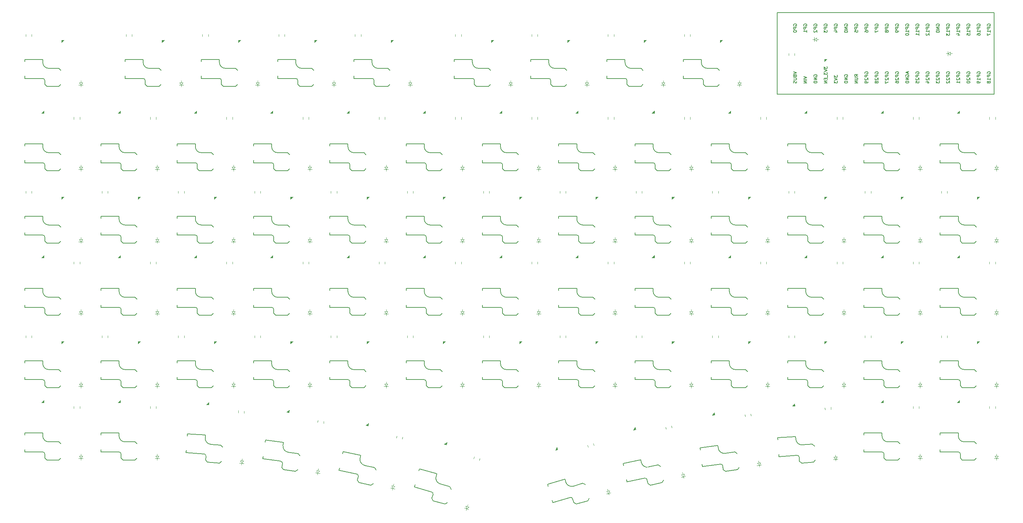
<source format=gbr>
%TF.GenerationSoftware,KiCad,Pcbnew,8.0.4*%
%TF.CreationDate,2024-08-04T16:18:39+02:00*%
%TF.ProjectId,eepyboard,65657079-626f-4617-9264-2e6b69636164,1.0*%
%TF.SameCoordinates,Original*%
%TF.FileFunction,Legend,Bot*%
%TF.FilePolarity,Positive*%
%FSLAX46Y46*%
G04 Gerber Fmt 4.6, Leading zero omitted, Abs format (unit mm)*
G04 Created by KiCad (PCBNEW 8.0.4) date 2024-08-04 16:18:39*
%MOMM*%
%LPD*%
G01*
G04 APERTURE LIST*
%ADD10C,0.150000*%
%ADD11C,0.100000*%
%ADD12C,0.120000*%
G04 APERTURE END LIST*
D10*
X307413218Y-50000547D02*
X307375123Y-49924357D01*
X307375123Y-49924357D02*
X307375123Y-49810071D01*
X307375123Y-49810071D02*
X307413218Y-49695785D01*
X307413218Y-49695785D02*
X307489408Y-49619595D01*
X307489408Y-49619595D02*
X307565599Y-49581500D01*
X307565599Y-49581500D02*
X307717980Y-49543404D01*
X307717980Y-49543404D02*
X307832266Y-49543404D01*
X307832266Y-49543404D02*
X307984647Y-49581500D01*
X307984647Y-49581500D02*
X308060837Y-49619595D01*
X308060837Y-49619595D02*
X308137028Y-49695785D01*
X308137028Y-49695785D02*
X308175123Y-49810071D01*
X308175123Y-49810071D02*
X308175123Y-49886262D01*
X308175123Y-49886262D02*
X308137028Y-50000547D01*
X308137028Y-50000547D02*
X308098932Y-50038643D01*
X308098932Y-50038643D02*
X307832266Y-50038643D01*
X307832266Y-50038643D02*
X307832266Y-49886262D01*
X308175123Y-50381500D02*
X307375123Y-50381500D01*
X307375123Y-50381500D02*
X307375123Y-50686262D01*
X307375123Y-50686262D02*
X307413218Y-50762452D01*
X307413218Y-50762452D02*
X307451313Y-50800547D01*
X307451313Y-50800547D02*
X307527504Y-50838643D01*
X307527504Y-50838643D02*
X307641789Y-50838643D01*
X307641789Y-50838643D02*
X307717980Y-50800547D01*
X307717980Y-50800547D02*
X307756075Y-50762452D01*
X307756075Y-50762452D02*
X307794170Y-50686262D01*
X307794170Y-50686262D02*
X307794170Y-50381500D01*
X307717980Y-51295785D02*
X307679885Y-51219595D01*
X307679885Y-51219595D02*
X307641789Y-51181500D01*
X307641789Y-51181500D02*
X307565599Y-51143404D01*
X307565599Y-51143404D02*
X307527504Y-51143404D01*
X307527504Y-51143404D02*
X307451313Y-51181500D01*
X307451313Y-51181500D02*
X307413218Y-51219595D01*
X307413218Y-51219595D02*
X307375123Y-51295785D01*
X307375123Y-51295785D02*
X307375123Y-51448166D01*
X307375123Y-51448166D02*
X307413218Y-51524357D01*
X307413218Y-51524357D02*
X307451313Y-51562452D01*
X307451313Y-51562452D02*
X307527504Y-51600547D01*
X307527504Y-51600547D02*
X307565599Y-51600547D01*
X307565599Y-51600547D02*
X307641789Y-51562452D01*
X307641789Y-51562452D02*
X307679885Y-51524357D01*
X307679885Y-51524357D02*
X307717980Y-51448166D01*
X307717980Y-51448166D02*
X307717980Y-51295785D01*
X307717980Y-51295785D02*
X307756075Y-51219595D01*
X307756075Y-51219595D02*
X307794170Y-51181500D01*
X307794170Y-51181500D02*
X307870361Y-51143404D01*
X307870361Y-51143404D02*
X308022742Y-51143404D01*
X308022742Y-51143404D02*
X308098932Y-51181500D01*
X308098932Y-51181500D02*
X308137028Y-51219595D01*
X308137028Y-51219595D02*
X308175123Y-51295785D01*
X308175123Y-51295785D02*
X308175123Y-51448166D01*
X308175123Y-51448166D02*
X308137028Y-51524357D01*
X308137028Y-51524357D02*
X308098932Y-51562452D01*
X308098932Y-51562452D02*
X308022742Y-51600547D01*
X308022742Y-51600547D02*
X307870361Y-51600547D01*
X307870361Y-51600547D02*
X307794170Y-51562452D01*
X307794170Y-51562452D02*
X307756075Y-51524357D01*
X307756075Y-51524357D02*
X307717980Y-51448166D01*
X284553218Y-50000547D02*
X284515123Y-49924357D01*
X284515123Y-49924357D02*
X284515123Y-49810071D01*
X284515123Y-49810071D02*
X284553218Y-49695785D01*
X284553218Y-49695785D02*
X284629408Y-49619595D01*
X284629408Y-49619595D02*
X284705599Y-49581500D01*
X284705599Y-49581500D02*
X284857980Y-49543404D01*
X284857980Y-49543404D02*
X284972266Y-49543404D01*
X284972266Y-49543404D02*
X285124647Y-49581500D01*
X285124647Y-49581500D02*
X285200837Y-49619595D01*
X285200837Y-49619595D02*
X285277028Y-49695785D01*
X285277028Y-49695785D02*
X285315123Y-49810071D01*
X285315123Y-49810071D02*
X285315123Y-49886262D01*
X285315123Y-49886262D02*
X285277028Y-50000547D01*
X285277028Y-50000547D02*
X285238932Y-50038643D01*
X285238932Y-50038643D02*
X284972266Y-50038643D01*
X284972266Y-50038643D02*
X284972266Y-49886262D01*
X285315123Y-50381500D02*
X284515123Y-50381500D01*
X284515123Y-50381500D02*
X284515123Y-50686262D01*
X284515123Y-50686262D02*
X284553218Y-50762452D01*
X284553218Y-50762452D02*
X284591313Y-50800547D01*
X284591313Y-50800547D02*
X284667504Y-50838643D01*
X284667504Y-50838643D02*
X284781789Y-50838643D01*
X284781789Y-50838643D02*
X284857980Y-50800547D01*
X284857980Y-50800547D02*
X284896075Y-50762452D01*
X284896075Y-50762452D02*
X284934170Y-50686262D01*
X284934170Y-50686262D02*
X284934170Y-50381500D01*
X284515123Y-51333881D02*
X284515123Y-51410071D01*
X284515123Y-51410071D02*
X284553218Y-51486262D01*
X284553218Y-51486262D02*
X284591313Y-51524357D01*
X284591313Y-51524357D02*
X284667504Y-51562452D01*
X284667504Y-51562452D02*
X284819885Y-51600547D01*
X284819885Y-51600547D02*
X285010361Y-51600547D01*
X285010361Y-51600547D02*
X285162742Y-51562452D01*
X285162742Y-51562452D02*
X285238932Y-51524357D01*
X285238932Y-51524357D02*
X285277028Y-51486262D01*
X285277028Y-51486262D02*
X285315123Y-51410071D01*
X285315123Y-51410071D02*
X285315123Y-51333881D01*
X285315123Y-51333881D02*
X285277028Y-51257690D01*
X285277028Y-51257690D02*
X285238932Y-51219595D01*
X285238932Y-51219595D02*
X285162742Y-51181500D01*
X285162742Y-51181500D02*
X285010361Y-51143404D01*
X285010361Y-51143404D02*
X284819885Y-51143404D01*
X284819885Y-51143404D02*
X284667504Y-51181500D01*
X284667504Y-51181500D02*
X284591313Y-51219595D01*
X284591313Y-51219595D02*
X284553218Y-51257690D01*
X284553218Y-51257690D02*
X284515123Y-51333881D01*
X317573218Y-50000547D02*
X317535123Y-49924357D01*
X317535123Y-49924357D02*
X317535123Y-49810071D01*
X317535123Y-49810071D02*
X317573218Y-49695785D01*
X317573218Y-49695785D02*
X317649408Y-49619595D01*
X317649408Y-49619595D02*
X317725599Y-49581500D01*
X317725599Y-49581500D02*
X317877980Y-49543404D01*
X317877980Y-49543404D02*
X317992266Y-49543404D01*
X317992266Y-49543404D02*
X318144647Y-49581500D01*
X318144647Y-49581500D02*
X318220837Y-49619595D01*
X318220837Y-49619595D02*
X318297028Y-49695785D01*
X318297028Y-49695785D02*
X318335123Y-49810071D01*
X318335123Y-49810071D02*
X318335123Y-49886262D01*
X318335123Y-49886262D02*
X318297028Y-50000547D01*
X318297028Y-50000547D02*
X318258932Y-50038643D01*
X318258932Y-50038643D02*
X317992266Y-50038643D01*
X317992266Y-50038643D02*
X317992266Y-49886262D01*
X318335123Y-50381500D02*
X317535123Y-50381500D01*
X317535123Y-50381500D02*
X317535123Y-50686262D01*
X317535123Y-50686262D02*
X317573218Y-50762452D01*
X317573218Y-50762452D02*
X317611313Y-50800547D01*
X317611313Y-50800547D02*
X317687504Y-50838643D01*
X317687504Y-50838643D02*
X317801789Y-50838643D01*
X317801789Y-50838643D02*
X317877980Y-50800547D01*
X317877980Y-50800547D02*
X317916075Y-50762452D01*
X317916075Y-50762452D02*
X317954170Y-50686262D01*
X317954170Y-50686262D02*
X317954170Y-50381500D01*
X318335123Y-51600547D02*
X318335123Y-51143404D01*
X318335123Y-51371976D02*
X317535123Y-51371976D01*
X317535123Y-51371976D02*
X317649408Y-51295785D01*
X317649408Y-51295785D02*
X317725599Y-51219595D01*
X317725599Y-51219595D02*
X317763694Y-51143404D01*
X317611313Y-51905309D02*
X317573218Y-51943405D01*
X317573218Y-51943405D02*
X317535123Y-52019595D01*
X317535123Y-52019595D02*
X317535123Y-52210071D01*
X317535123Y-52210071D02*
X317573218Y-52286262D01*
X317573218Y-52286262D02*
X317611313Y-52324357D01*
X317611313Y-52324357D02*
X317687504Y-52362452D01*
X317687504Y-52362452D02*
X317763694Y-52362452D01*
X317763694Y-52362452D02*
X317877980Y-52324357D01*
X317877980Y-52324357D02*
X318335123Y-51867214D01*
X318335123Y-51867214D02*
X318335123Y-52362452D01*
X320113218Y-61919369D02*
X320075123Y-61843179D01*
X320075123Y-61843179D02*
X320075123Y-61728893D01*
X320075123Y-61728893D02*
X320113218Y-61614607D01*
X320113218Y-61614607D02*
X320189408Y-61538417D01*
X320189408Y-61538417D02*
X320265599Y-61500322D01*
X320265599Y-61500322D02*
X320417980Y-61462226D01*
X320417980Y-61462226D02*
X320532266Y-61462226D01*
X320532266Y-61462226D02*
X320684647Y-61500322D01*
X320684647Y-61500322D02*
X320760837Y-61538417D01*
X320760837Y-61538417D02*
X320837028Y-61614607D01*
X320837028Y-61614607D02*
X320875123Y-61728893D01*
X320875123Y-61728893D02*
X320875123Y-61805084D01*
X320875123Y-61805084D02*
X320837028Y-61919369D01*
X320837028Y-61919369D02*
X320798932Y-61957465D01*
X320798932Y-61957465D02*
X320532266Y-61957465D01*
X320532266Y-61957465D02*
X320532266Y-61805084D01*
X320875123Y-62300322D02*
X320075123Y-62300322D01*
X320075123Y-62300322D02*
X320075123Y-62605084D01*
X320075123Y-62605084D02*
X320113218Y-62681274D01*
X320113218Y-62681274D02*
X320151313Y-62719369D01*
X320151313Y-62719369D02*
X320227504Y-62757465D01*
X320227504Y-62757465D02*
X320341789Y-62757465D01*
X320341789Y-62757465D02*
X320417980Y-62719369D01*
X320417980Y-62719369D02*
X320456075Y-62681274D01*
X320456075Y-62681274D02*
X320494170Y-62605084D01*
X320494170Y-62605084D02*
X320494170Y-62300322D01*
X320151313Y-63062226D02*
X320113218Y-63100322D01*
X320113218Y-63100322D02*
X320075123Y-63176512D01*
X320075123Y-63176512D02*
X320075123Y-63366988D01*
X320075123Y-63366988D02*
X320113218Y-63443179D01*
X320113218Y-63443179D02*
X320151313Y-63481274D01*
X320151313Y-63481274D02*
X320227504Y-63519369D01*
X320227504Y-63519369D02*
X320303694Y-63519369D01*
X320303694Y-63519369D02*
X320417980Y-63481274D01*
X320417980Y-63481274D02*
X320875123Y-63024131D01*
X320875123Y-63024131D02*
X320875123Y-63519369D01*
X320075123Y-63786036D02*
X320075123Y-64281274D01*
X320075123Y-64281274D02*
X320379885Y-64014608D01*
X320379885Y-64014608D02*
X320379885Y-64128893D01*
X320379885Y-64128893D02*
X320417980Y-64205084D01*
X320417980Y-64205084D02*
X320456075Y-64243179D01*
X320456075Y-64243179D02*
X320532266Y-64281274D01*
X320532266Y-64281274D02*
X320722742Y-64281274D01*
X320722742Y-64281274D02*
X320798932Y-64243179D01*
X320798932Y-64243179D02*
X320837028Y-64205084D01*
X320837028Y-64205084D02*
X320875123Y-64128893D01*
X320875123Y-64128893D02*
X320875123Y-63900322D01*
X320875123Y-63900322D02*
X320837028Y-63824131D01*
X320837028Y-63824131D02*
X320798932Y-63786036D01*
X289633218Y-50000547D02*
X289595123Y-49924357D01*
X289595123Y-49924357D02*
X289595123Y-49810071D01*
X289595123Y-49810071D02*
X289633218Y-49695785D01*
X289633218Y-49695785D02*
X289709408Y-49619595D01*
X289709408Y-49619595D02*
X289785599Y-49581500D01*
X289785599Y-49581500D02*
X289937980Y-49543404D01*
X289937980Y-49543404D02*
X290052266Y-49543404D01*
X290052266Y-49543404D02*
X290204647Y-49581500D01*
X290204647Y-49581500D02*
X290280837Y-49619595D01*
X290280837Y-49619595D02*
X290357028Y-49695785D01*
X290357028Y-49695785D02*
X290395123Y-49810071D01*
X290395123Y-49810071D02*
X290395123Y-49886262D01*
X290395123Y-49886262D02*
X290357028Y-50000547D01*
X290357028Y-50000547D02*
X290318932Y-50038643D01*
X290318932Y-50038643D02*
X290052266Y-50038643D01*
X290052266Y-50038643D02*
X290052266Y-49886262D01*
X290395123Y-50381500D02*
X289595123Y-50381500D01*
X289595123Y-50381500D02*
X289595123Y-50686262D01*
X289595123Y-50686262D02*
X289633218Y-50762452D01*
X289633218Y-50762452D02*
X289671313Y-50800547D01*
X289671313Y-50800547D02*
X289747504Y-50838643D01*
X289747504Y-50838643D02*
X289861789Y-50838643D01*
X289861789Y-50838643D02*
X289937980Y-50800547D01*
X289937980Y-50800547D02*
X289976075Y-50762452D01*
X289976075Y-50762452D02*
X290014170Y-50686262D01*
X290014170Y-50686262D02*
X290014170Y-50381500D01*
X289671313Y-51143404D02*
X289633218Y-51181500D01*
X289633218Y-51181500D02*
X289595123Y-51257690D01*
X289595123Y-51257690D02*
X289595123Y-51448166D01*
X289595123Y-51448166D02*
X289633218Y-51524357D01*
X289633218Y-51524357D02*
X289671313Y-51562452D01*
X289671313Y-51562452D02*
X289747504Y-51600547D01*
X289747504Y-51600547D02*
X289823694Y-51600547D01*
X289823694Y-51600547D02*
X289937980Y-51562452D01*
X289937980Y-51562452D02*
X290395123Y-51105309D01*
X290395123Y-51105309D02*
X290395123Y-51600547D01*
X302333218Y-50000547D02*
X302295123Y-49924357D01*
X302295123Y-49924357D02*
X302295123Y-49810071D01*
X302295123Y-49810071D02*
X302333218Y-49695785D01*
X302333218Y-49695785D02*
X302409408Y-49619595D01*
X302409408Y-49619595D02*
X302485599Y-49581500D01*
X302485599Y-49581500D02*
X302637980Y-49543404D01*
X302637980Y-49543404D02*
X302752266Y-49543404D01*
X302752266Y-49543404D02*
X302904647Y-49581500D01*
X302904647Y-49581500D02*
X302980837Y-49619595D01*
X302980837Y-49619595D02*
X303057028Y-49695785D01*
X303057028Y-49695785D02*
X303095123Y-49810071D01*
X303095123Y-49810071D02*
X303095123Y-49886262D01*
X303095123Y-49886262D02*
X303057028Y-50000547D01*
X303057028Y-50000547D02*
X303018932Y-50038643D01*
X303018932Y-50038643D02*
X302752266Y-50038643D01*
X302752266Y-50038643D02*
X302752266Y-49886262D01*
X303095123Y-50381500D02*
X302295123Y-50381500D01*
X302295123Y-50381500D02*
X302295123Y-50686262D01*
X302295123Y-50686262D02*
X302333218Y-50762452D01*
X302333218Y-50762452D02*
X302371313Y-50800547D01*
X302371313Y-50800547D02*
X302447504Y-50838643D01*
X302447504Y-50838643D02*
X302561789Y-50838643D01*
X302561789Y-50838643D02*
X302637980Y-50800547D01*
X302637980Y-50800547D02*
X302676075Y-50762452D01*
X302676075Y-50762452D02*
X302714170Y-50686262D01*
X302714170Y-50686262D02*
X302714170Y-50381500D01*
X302295123Y-51524357D02*
X302295123Y-51371976D01*
X302295123Y-51371976D02*
X302333218Y-51295785D01*
X302333218Y-51295785D02*
X302371313Y-51257690D01*
X302371313Y-51257690D02*
X302485599Y-51181500D01*
X302485599Y-51181500D02*
X302637980Y-51143404D01*
X302637980Y-51143404D02*
X302942742Y-51143404D01*
X302942742Y-51143404D02*
X303018932Y-51181500D01*
X303018932Y-51181500D02*
X303057028Y-51219595D01*
X303057028Y-51219595D02*
X303095123Y-51295785D01*
X303095123Y-51295785D02*
X303095123Y-51448166D01*
X303095123Y-51448166D02*
X303057028Y-51524357D01*
X303057028Y-51524357D02*
X303018932Y-51562452D01*
X303018932Y-51562452D02*
X302942742Y-51600547D01*
X302942742Y-51600547D02*
X302752266Y-51600547D01*
X302752266Y-51600547D02*
X302676075Y-51562452D01*
X302676075Y-51562452D02*
X302637980Y-51524357D01*
X302637980Y-51524357D02*
X302599885Y-51448166D01*
X302599885Y-51448166D02*
X302599885Y-51295785D01*
X302599885Y-51295785D02*
X302637980Y-51219595D01*
X302637980Y-51219595D02*
X302676075Y-51181500D01*
X302676075Y-51181500D02*
X302752266Y-51143404D01*
X322653218Y-50000547D02*
X322615123Y-49924357D01*
X322615123Y-49924357D02*
X322615123Y-49810071D01*
X322615123Y-49810071D02*
X322653218Y-49695785D01*
X322653218Y-49695785D02*
X322729408Y-49619595D01*
X322729408Y-49619595D02*
X322805599Y-49581500D01*
X322805599Y-49581500D02*
X322957980Y-49543404D01*
X322957980Y-49543404D02*
X323072266Y-49543404D01*
X323072266Y-49543404D02*
X323224647Y-49581500D01*
X323224647Y-49581500D02*
X323300837Y-49619595D01*
X323300837Y-49619595D02*
X323377028Y-49695785D01*
X323377028Y-49695785D02*
X323415123Y-49810071D01*
X323415123Y-49810071D02*
X323415123Y-49886262D01*
X323415123Y-49886262D02*
X323377028Y-50000547D01*
X323377028Y-50000547D02*
X323338932Y-50038643D01*
X323338932Y-50038643D02*
X323072266Y-50038643D01*
X323072266Y-50038643D02*
X323072266Y-49886262D01*
X323415123Y-50381500D02*
X322615123Y-50381500D01*
X322615123Y-50381500D02*
X322615123Y-50686262D01*
X322615123Y-50686262D02*
X322653218Y-50762452D01*
X322653218Y-50762452D02*
X322691313Y-50800547D01*
X322691313Y-50800547D02*
X322767504Y-50838643D01*
X322767504Y-50838643D02*
X322881789Y-50838643D01*
X322881789Y-50838643D02*
X322957980Y-50800547D01*
X322957980Y-50800547D02*
X322996075Y-50762452D01*
X322996075Y-50762452D02*
X323034170Y-50686262D01*
X323034170Y-50686262D02*
X323034170Y-50381500D01*
X323415123Y-51600547D02*
X323415123Y-51143404D01*
X323415123Y-51371976D02*
X322615123Y-51371976D01*
X322615123Y-51371976D02*
X322729408Y-51295785D01*
X322729408Y-51295785D02*
X322805599Y-51219595D01*
X322805599Y-51219595D02*
X322843694Y-51143404D01*
X322615123Y-51867214D02*
X322615123Y-52362452D01*
X322615123Y-52362452D02*
X322919885Y-52095786D01*
X322919885Y-52095786D02*
X322919885Y-52210071D01*
X322919885Y-52210071D02*
X322957980Y-52286262D01*
X322957980Y-52286262D02*
X322996075Y-52324357D01*
X322996075Y-52324357D02*
X323072266Y-52362452D01*
X323072266Y-52362452D02*
X323262742Y-52362452D01*
X323262742Y-52362452D02*
X323338932Y-52324357D01*
X323338932Y-52324357D02*
X323377028Y-52286262D01*
X323377028Y-52286262D02*
X323415123Y-52210071D01*
X323415123Y-52210071D02*
X323415123Y-51981500D01*
X323415123Y-51981500D02*
X323377028Y-51905309D01*
X323377028Y-51905309D02*
X323338932Y-51867214D01*
X307413218Y-61919369D02*
X307375123Y-61843179D01*
X307375123Y-61843179D02*
X307375123Y-61728893D01*
X307375123Y-61728893D02*
X307413218Y-61614607D01*
X307413218Y-61614607D02*
X307489408Y-61538417D01*
X307489408Y-61538417D02*
X307565599Y-61500322D01*
X307565599Y-61500322D02*
X307717980Y-61462226D01*
X307717980Y-61462226D02*
X307832266Y-61462226D01*
X307832266Y-61462226D02*
X307984647Y-61500322D01*
X307984647Y-61500322D02*
X308060837Y-61538417D01*
X308060837Y-61538417D02*
X308137028Y-61614607D01*
X308137028Y-61614607D02*
X308175123Y-61728893D01*
X308175123Y-61728893D02*
X308175123Y-61805084D01*
X308175123Y-61805084D02*
X308137028Y-61919369D01*
X308137028Y-61919369D02*
X308098932Y-61957465D01*
X308098932Y-61957465D02*
X307832266Y-61957465D01*
X307832266Y-61957465D02*
X307832266Y-61805084D01*
X308175123Y-62300322D02*
X307375123Y-62300322D01*
X307375123Y-62300322D02*
X307375123Y-62605084D01*
X307375123Y-62605084D02*
X307413218Y-62681274D01*
X307413218Y-62681274D02*
X307451313Y-62719369D01*
X307451313Y-62719369D02*
X307527504Y-62757465D01*
X307527504Y-62757465D02*
X307641789Y-62757465D01*
X307641789Y-62757465D02*
X307717980Y-62719369D01*
X307717980Y-62719369D02*
X307756075Y-62681274D01*
X307756075Y-62681274D02*
X307794170Y-62605084D01*
X307794170Y-62605084D02*
X307794170Y-62300322D01*
X307451313Y-63062226D02*
X307413218Y-63100322D01*
X307413218Y-63100322D02*
X307375123Y-63176512D01*
X307375123Y-63176512D02*
X307375123Y-63366988D01*
X307375123Y-63366988D02*
X307413218Y-63443179D01*
X307413218Y-63443179D02*
X307451313Y-63481274D01*
X307451313Y-63481274D02*
X307527504Y-63519369D01*
X307527504Y-63519369D02*
X307603694Y-63519369D01*
X307603694Y-63519369D02*
X307717980Y-63481274D01*
X307717980Y-63481274D02*
X308175123Y-63024131D01*
X308175123Y-63024131D02*
X308175123Y-63519369D01*
X307375123Y-63786036D02*
X307375123Y-64319370D01*
X307375123Y-64319370D02*
X308175123Y-63976512D01*
X317573218Y-61919369D02*
X317535123Y-61843179D01*
X317535123Y-61843179D02*
X317535123Y-61728893D01*
X317535123Y-61728893D02*
X317573218Y-61614607D01*
X317573218Y-61614607D02*
X317649408Y-61538417D01*
X317649408Y-61538417D02*
X317725599Y-61500322D01*
X317725599Y-61500322D02*
X317877980Y-61462226D01*
X317877980Y-61462226D02*
X317992266Y-61462226D01*
X317992266Y-61462226D02*
X318144647Y-61500322D01*
X318144647Y-61500322D02*
X318220837Y-61538417D01*
X318220837Y-61538417D02*
X318297028Y-61614607D01*
X318297028Y-61614607D02*
X318335123Y-61728893D01*
X318335123Y-61728893D02*
X318335123Y-61805084D01*
X318335123Y-61805084D02*
X318297028Y-61919369D01*
X318297028Y-61919369D02*
X318258932Y-61957465D01*
X318258932Y-61957465D02*
X317992266Y-61957465D01*
X317992266Y-61957465D02*
X317992266Y-61805084D01*
X318335123Y-62300322D02*
X317535123Y-62300322D01*
X317535123Y-62300322D02*
X317535123Y-62605084D01*
X317535123Y-62605084D02*
X317573218Y-62681274D01*
X317573218Y-62681274D02*
X317611313Y-62719369D01*
X317611313Y-62719369D02*
X317687504Y-62757465D01*
X317687504Y-62757465D02*
X317801789Y-62757465D01*
X317801789Y-62757465D02*
X317877980Y-62719369D01*
X317877980Y-62719369D02*
X317916075Y-62681274D01*
X317916075Y-62681274D02*
X317954170Y-62605084D01*
X317954170Y-62605084D02*
X317954170Y-62300322D01*
X317611313Y-63062226D02*
X317573218Y-63100322D01*
X317573218Y-63100322D02*
X317535123Y-63176512D01*
X317535123Y-63176512D02*
X317535123Y-63366988D01*
X317535123Y-63366988D02*
X317573218Y-63443179D01*
X317573218Y-63443179D02*
X317611313Y-63481274D01*
X317611313Y-63481274D02*
X317687504Y-63519369D01*
X317687504Y-63519369D02*
X317763694Y-63519369D01*
X317763694Y-63519369D02*
X317877980Y-63481274D01*
X317877980Y-63481274D02*
X318335123Y-63024131D01*
X318335123Y-63024131D02*
X318335123Y-63519369D01*
X317801789Y-64205084D02*
X318335123Y-64205084D01*
X317497028Y-64014608D02*
X318068456Y-63824131D01*
X318068456Y-63824131D02*
X318068456Y-64319370D01*
X330273218Y-50000547D02*
X330235123Y-49924357D01*
X330235123Y-49924357D02*
X330235123Y-49810071D01*
X330235123Y-49810071D02*
X330273218Y-49695785D01*
X330273218Y-49695785D02*
X330349408Y-49619595D01*
X330349408Y-49619595D02*
X330425599Y-49581500D01*
X330425599Y-49581500D02*
X330577980Y-49543404D01*
X330577980Y-49543404D02*
X330692266Y-49543404D01*
X330692266Y-49543404D02*
X330844647Y-49581500D01*
X330844647Y-49581500D02*
X330920837Y-49619595D01*
X330920837Y-49619595D02*
X330997028Y-49695785D01*
X330997028Y-49695785D02*
X331035123Y-49810071D01*
X331035123Y-49810071D02*
X331035123Y-49886262D01*
X331035123Y-49886262D02*
X330997028Y-50000547D01*
X330997028Y-50000547D02*
X330958932Y-50038643D01*
X330958932Y-50038643D02*
X330692266Y-50038643D01*
X330692266Y-50038643D02*
X330692266Y-49886262D01*
X331035123Y-50381500D02*
X330235123Y-50381500D01*
X330235123Y-50381500D02*
X330235123Y-50686262D01*
X330235123Y-50686262D02*
X330273218Y-50762452D01*
X330273218Y-50762452D02*
X330311313Y-50800547D01*
X330311313Y-50800547D02*
X330387504Y-50838643D01*
X330387504Y-50838643D02*
X330501789Y-50838643D01*
X330501789Y-50838643D02*
X330577980Y-50800547D01*
X330577980Y-50800547D02*
X330616075Y-50762452D01*
X330616075Y-50762452D02*
X330654170Y-50686262D01*
X330654170Y-50686262D02*
X330654170Y-50381500D01*
X331035123Y-51600547D02*
X331035123Y-51143404D01*
X331035123Y-51371976D02*
X330235123Y-51371976D01*
X330235123Y-51371976D02*
X330349408Y-51295785D01*
X330349408Y-51295785D02*
X330425599Y-51219595D01*
X330425599Y-51219595D02*
X330463694Y-51143404D01*
X330235123Y-52286262D02*
X330235123Y-52133881D01*
X330235123Y-52133881D02*
X330273218Y-52057690D01*
X330273218Y-52057690D02*
X330311313Y-52019595D01*
X330311313Y-52019595D02*
X330425599Y-51943405D01*
X330425599Y-51943405D02*
X330577980Y-51905309D01*
X330577980Y-51905309D02*
X330882742Y-51905309D01*
X330882742Y-51905309D02*
X330958932Y-51943405D01*
X330958932Y-51943405D02*
X330997028Y-51981500D01*
X330997028Y-51981500D02*
X331035123Y-52057690D01*
X331035123Y-52057690D02*
X331035123Y-52210071D01*
X331035123Y-52210071D02*
X330997028Y-52286262D01*
X330997028Y-52286262D02*
X330958932Y-52324357D01*
X330958932Y-52324357D02*
X330882742Y-52362452D01*
X330882742Y-52362452D02*
X330692266Y-52362452D01*
X330692266Y-52362452D02*
X330616075Y-52324357D01*
X330616075Y-52324357D02*
X330577980Y-52286262D01*
X330577980Y-52286262D02*
X330539885Y-52210071D01*
X330539885Y-52210071D02*
X330539885Y-52057690D01*
X330539885Y-52057690D02*
X330577980Y-51981500D01*
X330577980Y-51981500D02*
X330616075Y-51943405D01*
X330616075Y-51943405D02*
X330692266Y-51905309D01*
X320113218Y-50000547D02*
X320075123Y-49924357D01*
X320075123Y-49924357D02*
X320075123Y-49810071D01*
X320075123Y-49810071D02*
X320113218Y-49695785D01*
X320113218Y-49695785D02*
X320189408Y-49619595D01*
X320189408Y-49619595D02*
X320265599Y-49581500D01*
X320265599Y-49581500D02*
X320417980Y-49543404D01*
X320417980Y-49543404D02*
X320532266Y-49543404D01*
X320532266Y-49543404D02*
X320684647Y-49581500D01*
X320684647Y-49581500D02*
X320760837Y-49619595D01*
X320760837Y-49619595D02*
X320837028Y-49695785D01*
X320837028Y-49695785D02*
X320875123Y-49810071D01*
X320875123Y-49810071D02*
X320875123Y-49886262D01*
X320875123Y-49886262D02*
X320837028Y-50000547D01*
X320837028Y-50000547D02*
X320798932Y-50038643D01*
X320798932Y-50038643D02*
X320532266Y-50038643D01*
X320532266Y-50038643D02*
X320532266Y-49886262D01*
X320875123Y-50381500D02*
X320075123Y-50381500D01*
X320075123Y-50381500D02*
X320875123Y-50838643D01*
X320875123Y-50838643D02*
X320075123Y-50838643D01*
X320875123Y-51219595D02*
X320075123Y-51219595D01*
X320075123Y-51219595D02*
X320075123Y-51410071D01*
X320075123Y-51410071D02*
X320113218Y-51524357D01*
X320113218Y-51524357D02*
X320189408Y-51600547D01*
X320189408Y-51600547D02*
X320265599Y-51638642D01*
X320265599Y-51638642D02*
X320417980Y-51676738D01*
X320417980Y-51676738D02*
X320532266Y-51676738D01*
X320532266Y-51676738D02*
X320684647Y-51638642D01*
X320684647Y-51638642D02*
X320760837Y-51600547D01*
X320760837Y-51600547D02*
X320837028Y-51524357D01*
X320837028Y-51524357D02*
X320875123Y-51410071D01*
X320875123Y-51410071D02*
X320875123Y-51219595D01*
X292135123Y-60166988D02*
X292135123Y-60662226D01*
X292135123Y-60662226D02*
X292439885Y-60395560D01*
X292439885Y-60395560D02*
X292439885Y-60509845D01*
X292439885Y-60509845D02*
X292477980Y-60586036D01*
X292477980Y-60586036D02*
X292516075Y-60624131D01*
X292516075Y-60624131D02*
X292592266Y-60662226D01*
X292592266Y-60662226D02*
X292782742Y-60662226D01*
X292782742Y-60662226D02*
X292858932Y-60624131D01*
X292858932Y-60624131D02*
X292897028Y-60586036D01*
X292897028Y-60586036D02*
X292935123Y-60509845D01*
X292935123Y-60509845D02*
X292935123Y-60281274D01*
X292935123Y-60281274D02*
X292897028Y-60205083D01*
X292897028Y-60205083D02*
X292858932Y-60166988D01*
X292135123Y-60890798D02*
X292935123Y-61157465D01*
X292935123Y-61157465D02*
X292135123Y-61424131D01*
X292135123Y-61614607D02*
X292135123Y-62109845D01*
X292135123Y-62109845D02*
X292439885Y-61843179D01*
X292439885Y-61843179D02*
X292439885Y-61957464D01*
X292439885Y-61957464D02*
X292477980Y-62033655D01*
X292477980Y-62033655D02*
X292516075Y-62071750D01*
X292516075Y-62071750D02*
X292592266Y-62109845D01*
X292592266Y-62109845D02*
X292782742Y-62109845D01*
X292782742Y-62109845D02*
X292858932Y-62071750D01*
X292858932Y-62071750D02*
X292897028Y-62033655D01*
X292897028Y-62033655D02*
X292935123Y-61957464D01*
X292935123Y-61957464D02*
X292935123Y-61728893D01*
X292935123Y-61728893D02*
X292897028Y-61652702D01*
X292897028Y-61652702D02*
X292858932Y-61614607D01*
X293011313Y-62262227D02*
X293011313Y-62871750D01*
X292516075Y-63062227D02*
X292516075Y-63328893D01*
X292935123Y-63443179D02*
X292935123Y-63062227D01*
X292935123Y-63062227D02*
X292135123Y-63062227D01*
X292135123Y-63062227D02*
X292135123Y-63443179D01*
X292935123Y-63786037D02*
X292135123Y-63786037D01*
X292135123Y-63786037D02*
X292935123Y-64243180D01*
X292935123Y-64243180D02*
X292135123Y-64243180D01*
X312493218Y-50000547D02*
X312455123Y-49924357D01*
X312455123Y-49924357D02*
X312455123Y-49810071D01*
X312455123Y-49810071D02*
X312493218Y-49695785D01*
X312493218Y-49695785D02*
X312569408Y-49619595D01*
X312569408Y-49619595D02*
X312645599Y-49581500D01*
X312645599Y-49581500D02*
X312797980Y-49543404D01*
X312797980Y-49543404D02*
X312912266Y-49543404D01*
X312912266Y-49543404D02*
X313064647Y-49581500D01*
X313064647Y-49581500D02*
X313140837Y-49619595D01*
X313140837Y-49619595D02*
X313217028Y-49695785D01*
X313217028Y-49695785D02*
X313255123Y-49810071D01*
X313255123Y-49810071D02*
X313255123Y-49886262D01*
X313255123Y-49886262D02*
X313217028Y-50000547D01*
X313217028Y-50000547D02*
X313178932Y-50038643D01*
X313178932Y-50038643D02*
X312912266Y-50038643D01*
X312912266Y-50038643D02*
X312912266Y-49886262D01*
X313255123Y-50381500D02*
X312455123Y-50381500D01*
X312455123Y-50381500D02*
X312455123Y-50686262D01*
X312455123Y-50686262D02*
X312493218Y-50762452D01*
X312493218Y-50762452D02*
X312531313Y-50800547D01*
X312531313Y-50800547D02*
X312607504Y-50838643D01*
X312607504Y-50838643D02*
X312721789Y-50838643D01*
X312721789Y-50838643D02*
X312797980Y-50800547D01*
X312797980Y-50800547D02*
X312836075Y-50762452D01*
X312836075Y-50762452D02*
X312874170Y-50686262D01*
X312874170Y-50686262D02*
X312874170Y-50381500D01*
X313255123Y-51600547D02*
X313255123Y-51143404D01*
X313255123Y-51371976D02*
X312455123Y-51371976D01*
X312455123Y-51371976D02*
X312569408Y-51295785D01*
X312569408Y-51295785D02*
X312645599Y-51219595D01*
X312645599Y-51219595D02*
X312683694Y-51143404D01*
X312455123Y-52095786D02*
X312455123Y-52171976D01*
X312455123Y-52171976D02*
X312493218Y-52248167D01*
X312493218Y-52248167D02*
X312531313Y-52286262D01*
X312531313Y-52286262D02*
X312607504Y-52324357D01*
X312607504Y-52324357D02*
X312759885Y-52362452D01*
X312759885Y-52362452D02*
X312950361Y-52362452D01*
X312950361Y-52362452D02*
X313102742Y-52324357D01*
X313102742Y-52324357D02*
X313178932Y-52286262D01*
X313178932Y-52286262D02*
X313217028Y-52248167D01*
X313217028Y-52248167D02*
X313255123Y-52171976D01*
X313255123Y-52171976D02*
X313255123Y-52095786D01*
X313255123Y-52095786D02*
X313217028Y-52019595D01*
X313217028Y-52019595D02*
X313178932Y-51981500D01*
X313178932Y-51981500D02*
X313102742Y-51943405D01*
X313102742Y-51943405D02*
X312950361Y-51905309D01*
X312950361Y-51905309D02*
X312759885Y-51905309D01*
X312759885Y-51905309D02*
X312607504Y-51943405D01*
X312607504Y-51943405D02*
X312531313Y-51981500D01*
X312531313Y-51981500D02*
X312493218Y-52019595D01*
X312493218Y-52019595D02*
X312455123Y-52095786D01*
X297253218Y-62605084D02*
X297215123Y-62528894D01*
X297215123Y-62528894D02*
X297215123Y-62414608D01*
X297215123Y-62414608D02*
X297253218Y-62300322D01*
X297253218Y-62300322D02*
X297329408Y-62224132D01*
X297329408Y-62224132D02*
X297405599Y-62186037D01*
X297405599Y-62186037D02*
X297557980Y-62147941D01*
X297557980Y-62147941D02*
X297672266Y-62147941D01*
X297672266Y-62147941D02*
X297824647Y-62186037D01*
X297824647Y-62186037D02*
X297900837Y-62224132D01*
X297900837Y-62224132D02*
X297977028Y-62300322D01*
X297977028Y-62300322D02*
X298015123Y-62414608D01*
X298015123Y-62414608D02*
X298015123Y-62490799D01*
X298015123Y-62490799D02*
X297977028Y-62605084D01*
X297977028Y-62605084D02*
X297938932Y-62643180D01*
X297938932Y-62643180D02*
X297672266Y-62643180D01*
X297672266Y-62643180D02*
X297672266Y-62490799D01*
X298015123Y-62986037D02*
X297215123Y-62986037D01*
X297215123Y-62986037D02*
X298015123Y-63443180D01*
X298015123Y-63443180D02*
X297215123Y-63443180D01*
X298015123Y-63824132D02*
X297215123Y-63824132D01*
X297215123Y-63824132D02*
X297215123Y-64014608D01*
X297215123Y-64014608D02*
X297253218Y-64128894D01*
X297253218Y-64128894D02*
X297329408Y-64205084D01*
X297329408Y-64205084D02*
X297405599Y-64243179D01*
X297405599Y-64243179D02*
X297557980Y-64281275D01*
X297557980Y-64281275D02*
X297672266Y-64281275D01*
X297672266Y-64281275D02*
X297824647Y-64243179D01*
X297824647Y-64243179D02*
X297900837Y-64205084D01*
X297900837Y-64205084D02*
X297977028Y-64128894D01*
X297977028Y-64128894D02*
X298015123Y-64014608D01*
X298015123Y-64014608D02*
X298015123Y-63824132D01*
X332813218Y-50000547D02*
X332775123Y-49924357D01*
X332775123Y-49924357D02*
X332775123Y-49810071D01*
X332775123Y-49810071D02*
X332813218Y-49695785D01*
X332813218Y-49695785D02*
X332889408Y-49619595D01*
X332889408Y-49619595D02*
X332965599Y-49581500D01*
X332965599Y-49581500D02*
X333117980Y-49543404D01*
X333117980Y-49543404D02*
X333232266Y-49543404D01*
X333232266Y-49543404D02*
X333384647Y-49581500D01*
X333384647Y-49581500D02*
X333460837Y-49619595D01*
X333460837Y-49619595D02*
X333537028Y-49695785D01*
X333537028Y-49695785D02*
X333575123Y-49810071D01*
X333575123Y-49810071D02*
X333575123Y-49886262D01*
X333575123Y-49886262D02*
X333537028Y-50000547D01*
X333537028Y-50000547D02*
X333498932Y-50038643D01*
X333498932Y-50038643D02*
X333232266Y-50038643D01*
X333232266Y-50038643D02*
X333232266Y-49886262D01*
X333575123Y-50381500D02*
X332775123Y-50381500D01*
X332775123Y-50381500D02*
X332775123Y-50686262D01*
X332775123Y-50686262D02*
X332813218Y-50762452D01*
X332813218Y-50762452D02*
X332851313Y-50800547D01*
X332851313Y-50800547D02*
X332927504Y-50838643D01*
X332927504Y-50838643D02*
X333041789Y-50838643D01*
X333041789Y-50838643D02*
X333117980Y-50800547D01*
X333117980Y-50800547D02*
X333156075Y-50762452D01*
X333156075Y-50762452D02*
X333194170Y-50686262D01*
X333194170Y-50686262D02*
X333194170Y-50381500D01*
X333575123Y-51600547D02*
X333575123Y-51143404D01*
X333575123Y-51371976D02*
X332775123Y-51371976D01*
X332775123Y-51371976D02*
X332889408Y-51295785D01*
X332889408Y-51295785D02*
X332965599Y-51219595D01*
X332965599Y-51219595D02*
X333003694Y-51143404D01*
X332775123Y-51867214D02*
X332775123Y-52400548D01*
X332775123Y-52400548D02*
X333575123Y-52057690D01*
X325193218Y-50000547D02*
X325155123Y-49924357D01*
X325155123Y-49924357D02*
X325155123Y-49810071D01*
X325155123Y-49810071D02*
X325193218Y-49695785D01*
X325193218Y-49695785D02*
X325269408Y-49619595D01*
X325269408Y-49619595D02*
X325345599Y-49581500D01*
X325345599Y-49581500D02*
X325497980Y-49543404D01*
X325497980Y-49543404D02*
X325612266Y-49543404D01*
X325612266Y-49543404D02*
X325764647Y-49581500D01*
X325764647Y-49581500D02*
X325840837Y-49619595D01*
X325840837Y-49619595D02*
X325917028Y-49695785D01*
X325917028Y-49695785D02*
X325955123Y-49810071D01*
X325955123Y-49810071D02*
X325955123Y-49886262D01*
X325955123Y-49886262D02*
X325917028Y-50000547D01*
X325917028Y-50000547D02*
X325878932Y-50038643D01*
X325878932Y-50038643D02*
X325612266Y-50038643D01*
X325612266Y-50038643D02*
X325612266Y-49886262D01*
X325955123Y-50381500D02*
X325155123Y-50381500D01*
X325155123Y-50381500D02*
X325155123Y-50686262D01*
X325155123Y-50686262D02*
X325193218Y-50762452D01*
X325193218Y-50762452D02*
X325231313Y-50800547D01*
X325231313Y-50800547D02*
X325307504Y-50838643D01*
X325307504Y-50838643D02*
X325421789Y-50838643D01*
X325421789Y-50838643D02*
X325497980Y-50800547D01*
X325497980Y-50800547D02*
X325536075Y-50762452D01*
X325536075Y-50762452D02*
X325574170Y-50686262D01*
X325574170Y-50686262D02*
X325574170Y-50381500D01*
X325955123Y-51600547D02*
X325955123Y-51143404D01*
X325955123Y-51371976D02*
X325155123Y-51371976D01*
X325155123Y-51371976D02*
X325269408Y-51295785D01*
X325269408Y-51295785D02*
X325345599Y-51219595D01*
X325345599Y-51219595D02*
X325383694Y-51143404D01*
X325421789Y-52286262D02*
X325955123Y-52286262D01*
X325117028Y-52095786D02*
X325688456Y-51905309D01*
X325688456Y-51905309D02*
X325688456Y-52400548D01*
X309953218Y-61919369D02*
X309915123Y-61843179D01*
X309915123Y-61843179D02*
X309915123Y-61728893D01*
X309915123Y-61728893D02*
X309953218Y-61614607D01*
X309953218Y-61614607D02*
X310029408Y-61538417D01*
X310029408Y-61538417D02*
X310105599Y-61500322D01*
X310105599Y-61500322D02*
X310257980Y-61462226D01*
X310257980Y-61462226D02*
X310372266Y-61462226D01*
X310372266Y-61462226D02*
X310524647Y-61500322D01*
X310524647Y-61500322D02*
X310600837Y-61538417D01*
X310600837Y-61538417D02*
X310677028Y-61614607D01*
X310677028Y-61614607D02*
X310715123Y-61728893D01*
X310715123Y-61728893D02*
X310715123Y-61805084D01*
X310715123Y-61805084D02*
X310677028Y-61919369D01*
X310677028Y-61919369D02*
X310638932Y-61957465D01*
X310638932Y-61957465D02*
X310372266Y-61957465D01*
X310372266Y-61957465D02*
X310372266Y-61805084D01*
X310715123Y-62300322D02*
X309915123Y-62300322D01*
X309915123Y-62300322D02*
X309915123Y-62605084D01*
X309915123Y-62605084D02*
X309953218Y-62681274D01*
X309953218Y-62681274D02*
X309991313Y-62719369D01*
X309991313Y-62719369D02*
X310067504Y-62757465D01*
X310067504Y-62757465D02*
X310181789Y-62757465D01*
X310181789Y-62757465D02*
X310257980Y-62719369D01*
X310257980Y-62719369D02*
X310296075Y-62681274D01*
X310296075Y-62681274D02*
X310334170Y-62605084D01*
X310334170Y-62605084D02*
X310334170Y-62300322D01*
X309991313Y-63062226D02*
X309953218Y-63100322D01*
X309953218Y-63100322D02*
X309915123Y-63176512D01*
X309915123Y-63176512D02*
X309915123Y-63366988D01*
X309915123Y-63366988D02*
X309953218Y-63443179D01*
X309953218Y-63443179D02*
X309991313Y-63481274D01*
X309991313Y-63481274D02*
X310067504Y-63519369D01*
X310067504Y-63519369D02*
X310143694Y-63519369D01*
X310143694Y-63519369D02*
X310257980Y-63481274D01*
X310257980Y-63481274D02*
X310715123Y-63024131D01*
X310715123Y-63024131D02*
X310715123Y-63519369D01*
X309915123Y-64205084D02*
X309915123Y-64052703D01*
X309915123Y-64052703D02*
X309953218Y-63976512D01*
X309953218Y-63976512D02*
X309991313Y-63938417D01*
X309991313Y-63938417D02*
X310105599Y-63862227D01*
X310105599Y-63862227D02*
X310257980Y-63824131D01*
X310257980Y-63824131D02*
X310562742Y-63824131D01*
X310562742Y-63824131D02*
X310638932Y-63862227D01*
X310638932Y-63862227D02*
X310677028Y-63900322D01*
X310677028Y-63900322D02*
X310715123Y-63976512D01*
X310715123Y-63976512D02*
X310715123Y-64128893D01*
X310715123Y-64128893D02*
X310677028Y-64205084D01*
X310677028Y-64205084D02*
X310638932Y-64243179D01*
X310638932Y-64243179D02*
X310562742Y-64281274D01*
X310562742Y-64281274D02*
X310372266Y-64281274D01*
X310372266Y-64281274D02*
X310296075Y-64243179D01*
X310296075Y-64243179D02*
X310257980Y-64205084D01*
X310257980Y-64205084D02*
X310219885Y-64128893D01*
X310219885Y-64128893D02*
X310219885Y-63976512D01*
X310219885Y-63976512D02*
X310257980Y-63900322D01*
X310257980Y-63900322D02*
X310296075Y-63862227D01*
X310296075Y-63862227D02*
X310372266Y-63824131D01*
X327733218Y-61919369D02*
X327695123Y-61843179D01*
X327695123Y-61843179D02*
X327695123Y-61728893D01*
X327695123Y-61728893D02*
X327733218Y-61614607D01*
X327733218Y-61614607D02*
X327809408Y-61538417D01*
X327809408Y-61538417D02*
X327885599Y-61500322D01*
X327885599Y-61500322D02*
X328037980Y-61462226D01*
X328037980Y-61462226D02*
X328152266Y-61462226D01*
X328152266Y-61462226D02*
X328304647Y-61500322D01*
X328304647Y-61500322D02*
X328380837Y-61538417D01*
X328380837Y-61538417D02*
X328457028Y-61614607D01*
X328457028Y-61614607D02*
X328495123Y-61728893D01*
X328495123Y-61728893D02*
X328495123Y-61805084D01*
X328495123Y-61805084D02*
X328457028Y-61919369D01*
X328457028Y-61919369D02*
X328418932Y-61957465D01*
X328418932Y-61957465D02*
X328152266Y-61957465D01*
X328152266Y-61957465D02*
X328152266Y-61805084D01*
X328495123Y-62300322D02*
X327695123Y-62300322D01*
X327695123Y-62300322D02*
X327695123Y-62605084D01*
X327695123Y-62605084D02*
X327733218Y-62681274D01*
X327733218Y-62681274D02*
X327771313Y-62719369D01*
X327771313Y-62719369D02*
X327847504Y-62757465D01*
X327847504Y-62757465D02*
X327961789Y-62757465D01*
X327961789Y-62757465D02*
X328037980Y-62719369D01*
X328037980Y-62719369D02*
X328076075Y-62681274D01*
X328076075Y-62681274D02*
X328114170Y-62605084D01*
X328114170Y-62605084D02*
X328114170Y-62300322D01*
X327771313Y-63062226D02*
X327733218Y-63100322D01*
X327733218Y-63100322D02*
X327695123Y-63176512D01*
X327695123Y-63176512D02*
X327695123Y-63366988D01*
X327695123Y-63366988D02*
X327733218Y-63443179D01*
X327733218Y-63443179D02*
X327771313Y-63481274D01*
X327771313Y-63481274D02*
X327847504Y-63519369D01*
X327847504Y-63519369D02*
X327923694Y-63519369D01*
X327923694Y-63519369D02*
X328037980Y-63481274D01*
X328037980Y-63481274D02*
X328495123Y-63024131D01*
X328495123Y-63024131D02*
X328495123Y-63519369D01*
X327695123Y-64014608D02*
X327695123Y-64090798D01*
X327695123Y-64090798D02*
X327733218Y-64166989D01*
X327733218Y-64166989D02*
X327771313Y-64205084D01*
X327771313Y-64205084D02*
X327847504Y-64243179D01*
X327847504Y-64243179D02*
X327999885Y-64281274D01*
X327999885Y-64281274D02*
X328190361Y-64281274D01*
X328190361Y-64281274D02*
X328342742Y-64243179D01*
X328342742Y-64243179D02*
X328418932Y-64205084D01*
X328418932Y-64205084D02*
X328457028Y-64166989D01*
X328457028Y-64166989D02*
X328495123Y-64090798D01*
X328495123Y-64090798D02*
X328495123Y-64014608D01*
X328495123Y-64014608D02*
X328457028Y-63938417D01*
X328457028Y-63938417D02*
X328418932Y-63900322D01*
X328418932Y-63900322D02*
X328342742Y-63862227D01*
X328342742Y-63862227D02*
X328190361Y-63824131D01*
X328190361Y-63824131D02*
X327999885Y-63824131D01*
X327999885Y-63824131D02*
X327847504Y-63862227D01*
X327847504Y-63862227D02*
X327771313Y-63900322D01*
X327771313Y-63900322D02*
X327733218Y-63938417D01*
X327733218Y-63938417D02*
X327695123Y-64014608D01*
X297253218Y-50000547D02*
X297215123Y-49924357D01*
X297215123Y-49924357D02*
X297215123Y-49810071D01*
X297215123Y-49810071D02*
X297253218Y-49695785D01*
X297253218Y-49695785D02*
X297329408Y-49619595D01*
X297329408Y-49619595D02*
X297405599Y-49581500D01*
X297405599Y-49581500D02*
X297557980Y-49543404D01*
X297557980Y-49543404D02*
X297672266Y-49543404D01*
X297672266Y-49543404D02*
X297824647Y-49581500D01*
X297824647Y-49581500D02*
X297900837Y-49619595D01*
X297900837Y-49619595D02*
X297977028Y-49695785D01*
X297977028Y-49695785D02*
X298015123Y-49810071D01*
X298015123Y-49810071D02*
X298015123Y-49886262D01*
X298015123Y-49886262D02*
X297977028Y-50000547D01*
X297977028Y-50000547D02*
X297938932Y-50038643D01*
X297938932Y-50038643D02*
X297672266Y-50038643D01*
X297672266Y-50038643D02*
X297672266Y-49886262D01*
X298015123Y-50381500D02*
X297215123Y-50381500D01*
X297215123Y-50381500D02*
X298015123Y-50838643D01*
X298015123Y-50838643D02*
X297215123Y-50838643D01*
X298015123Y-51219595D02*
X297215123Y-51219595D01*
X297215123Y-51219595D02*
X297215123Y-51410071D01*
X297215123Y-51410071D02*
X297253218Y-51524357D01*
X297253218Y-51524357D02*
X297329408Y-51600547D01*
X297329408Y-51600547D02*
X297405599Y-51638642D01*
X297405599Y-51638642D02*
X297557980Y-51676738D01*
X297557980Y-51676738D02*
X297672266Y-51676738D01*
X297672266Y-51676738D02*
X297824647Y-51638642D01*
X297824647Y-51638642D02*
X297900837Y-51600547D01*
X297900837Y-51600547D02*
X297977028Y-51524357D01*
X297977028Y-51524357D02*
X298015123Y-51410071D01*
X298015123Y-51410071D02*
X298015123Y-51219595D01*
X294675123Y-62338417D02*
X294675123Y-62833655D01*
X294675123Y-62833655D02*
X294979885Y-62566989D01*
X294979885Y-62566989D02*
X294979885Y-62681274D01*
X294979885Y-62681274D02*
X295017980Y-62757465D01*
X295017980Y-62757465D02*
X295056075Y-62795560D01*
X295056075Y-62795560D02*
X295132266Y-62833655D01*
X295132266Y-62833655D02*
X295322742Y-62833655D01*
X295322742Y-62833655D02*
X295398932Y-62795560D01*
X295398932Y-62795560D02*
X295437028Y-62757465D01*
X295437028Y-62757465D02*
X295475123Y-62681274D01*
X295475123Y-62681274D02*
X295475123Y-62452703D01*
X295475123Y-62452703D02*
X295437028Y-62376512D01*
X295437028Y-62376512D02*
X295398932Y-62338417D01*
X294675123Y-63062227D02*
X295475123Y-63328894D01*
X295475123Y-63328894D02*
X294675123Y-63595560D01*
X294675123Y-63786036D02*
X294675123Y-64281274D01*
X294675123Y-64281274D02*
X294979885Y-64014608D01*
X294979885Y-64014608D02*
X294979885Y-64128893D01*
X294979885Y-64128893D02*
X295017980Y-64205084D01*
X295017980Y-64205084D02*
X295056075Y-64243179D01*
X295056075Y-64243179D02*
X295132266Y-64281274D01*
X295132266Y-64281274D02*
X295322742Y-64281274D01*
X295322742Y-64281274D02*
X295398932Y-64243179D01*
X295398932Y-64243179D02*
X295437028Y-64205084D01*
X295437028Y-64205084D02*
X295475123Y-64128893D01*
X295475123Y-64128893D02*
X295475123Y-63900322D01*
X295475123Y-63900322D02*
X295437028Y-63824131D01*
X295437028Y-63824131D02*
X295398932Y-63786036D01*
X327733218Y-50000547D02*
X327695123Y-49924357D01*
X327695123Y-49924357D02*
X327695123Y-49810071D01*
X327695123Y-49810071D02*
X327733218Y-49695785D01*
X327733218Y-49695785D02*
X327809408Y-49619595D01*
X327809408Y-49619595D02*
X327885599Y-49581500D01*
X327885599Y-49581500D02*
X328037980Y-49543404D01*
X328037980Y-49543404D02*
X328152266Y-49543404D01*
X328152266Y-49543404D02*
X328304647Y-49581500D01*
X328304647Y-49581500D02*
X328380837Y-49619595D01*
X328380837Y-49619595D02*
X328457028Y-49695785D01*
X328457028Y-49695785D02*
X328495123Y-49810071D01*
X328495123Y-49810071D02*
X328495123Y-49886262D01*
X328495123Y-49886262D02*
X328457028Y-50000547D01*
X328457028Y-50000547D02*
X328418932Y-50038643D01*
X328418932Y-50038643D02*
X328152266Y-50038643D01*
X328152266Y-50038643D02*
X328152266Y-49886262D01*
X328495123Y-50381500D02*
X327695123Y-50381500D01*
X327695123Y-50381500D02*
X327695123Y-50686262D01*
X327695123Y-50686262D02*
X327733218Y-50762452D01*
X327733218Y-50762452D02*
X327771313Y-50800547D01*
X327771313Y-50800547D02*
X327847504Y-50838643D01*
X327847504Y-50838643D02*
X327961789Y-50838643D01*
X327961789Y-50838643D02*
X328037980Y-50800547D01*
X328037980Y-50800547D02*
X328076075Y-50762452D01*
X328076075Y-50762452D02*
X328114170Y-50686262D01*
X328114170Y-50686262D02*
X328114170Y-50381500D01*
X328495123Y-51600547D02*
X328495123Y-51143404D01*
X328495123Y-51371976D02*
X327695123Y-51371976D01*
X327695123Y-51371976D02*
X327809408Y-51295785D01*
X327809408Y-51295785D02*
X327885599Y-51219595D01*
X327885599Y-51219595D02*
X327923694Y-51143404D01*
X327695123Y-52324357D02*
X327695123Y-51943405D01*
X327695123Y-51943405D02*
X328076075Y-51905309D01*
X328076075Y-51905309D02*
X328037980Y-51943405D01*
X328037980Y-51943405D02*
X327999885Y-52019595D01*
X327999885Y-52019595D02*
X327999885Y-52210071D01*
X327999885Y-52210071D02*
X328037980Y-52286262D01*
X328037980Y-52286262D02*
X328076075Y-52324357D01*
X328076075Y-52324357D02*
X328152266Y-52362452D01*
X328152266Y-52362452D02*
X328342742Y-52362452D01*
X328342742Y-52362452D02*
X328418932Y-52324357D01*
X328418932Y-52324357D02*
X328457028Y-52286262D01*
X328457028Y-52286262D02*
X328495123Y-52210071D01*
X328495123Y-52210071D02*
X328495123Y-52019595D01*
X328495123Y-52019595D02*
X328457028Y-51943405D01*
X328457028Y-51943405D02*
X328418932Y-51905309D01*
X304873218Y-61919369D02*
X304835123Y-61843179D01*
X304835123Y-61843179D02*
X304835123Y-61728893D01*
X304835123Y-61728893D02*
X304873218Y-61614607D01*
X304873218Y-61614607D02*
X304949408Y-61538417D01*
X304949408Y-61538417D02*
X305025599Y-61500322D01*
X305025599Y-61500322D02*
X305177980Y-61462226D01*
X305177980Y-61462226D02*
X305292266Y-61462226D01*
X305292266Y-61462226D02*
X305444647Y-61500322D01*
X305444647Y-61500322D02*
X305520837Y-61538417D01*
X305520837Y-61538417D02*
X305597028Y-61614607D01*
X305597028Y-61614607D02*
X305635123Y-61728893D01*
X305635123Y-61728893D02*
X305635123Y-61805084D01*
X305635123Y-61805084D02*
X305597028Y-61919369D01*
X305597028Y-61919369D02*
X305558932Y-61957465D01*
X305558932Y-61957465D02*
X305292266Y-61957465D01*
X305292266Y-61957465D02*
X305292266Y-61805084D01*
X305635123Y-62300322D02*
X304835123Y-62300322D01*
X304835123Y-62300322D02*
X304835123Y-62605084D01*
X304835123Y-62605084D02*
X304873218Y-62681274D01*
X304873218Y-62681274D02*
X304911313Y-62719369D01*
X304911313Y-62719369D02*
X304987504Y-62757465D01*
X304987504Y-62757465D02*
X305101789Y-62757465D01*
X305101789Y-62757465D02*
X305177980Y-62719369D01*
X305177980Y-62719369D02*
X305216075Y-62681274D01*
X305216075Y-62681274D02*
X305254170Y-62605084D01*
X305254170Y-62605084D02*
X305254170Y-62300322D01*
X304911313Y-63062226D02*
X304873218Y-63100322D01*
X304873218Y-63100322D02*
X304835123Y-63176512D01*
X304835123Y-63176512D02*
X304835123Y-63366988D01*
X304835123Y-63366988D02*
X304873218Y-63443179D01*
X304873218Y-63443179D02*
X304911313Y-63481274D01*
X304911313Y-63481274D02*
X304987504Y-63519369D01*
X304987504Y-63519369D02*
X305063694Y-63519369D01*
X305063694Y-63519369D02*
X305177980Y-63481274D01*
X305177980Y-63481274D02*
X305635123Y-63024131D01*
X305635123Y-63024131D02*
X305635123Y-63519369D01*
X305177980Y-63976512D02*
X305139885Y-63900322D01*
X305139885Y-63900322D02*
X305101789Y-63862227D01*
X305101789Y-63862227D02*
X305025599Y-63824131D01*
X305025599Y-63824131D02*
X304987504Y-63824131D01*
X304987504Y-63824131D02*
X304911313Y-63862227D01*
X304911313Y-63862227D02*
X304873218Y-63900322D01*
X304873218Y-63900322D02*
X304835123Y-63976512D01*
X304835123Y-63976512D02*
X304835123Y-64128893D01*
X304835123Y-64128893D02*
X304873218Y-64205084D01*
X304873218Y-64205084D02*
X304911313Y-64243179D01*
X304911313Y-64243179D02*
X304987504Y-64281274D01*
X304987504Y-64281274D02*
X305025599Y-64281274D01*
X305025599Y-64281274D02*
X305101789Y-64243179D01*
X305101789Y-64243179D02*
X305139885Y-64205084D01*
X305139885Y-64205084D02*
X305177980Y-64128893D01*
X305177980Y-64128893D02*
X305177980Y-63976512D01*
X305177980Y-63976512D02*
X305216075Y-63900322D01*
X305216075Y-63900322D02*
X305254170Y-63862227D01*
X305254170Y-63862227D02*
X305330361Y-63824131D01*
X305330361Y-63824131D02*
X305482742Y-63824131D01*
X305482742Y-63824131D02*
X305558932Y-63862227D01*
X305558932Y-63862227D02*
X305597028Y-63900322D01*
X305597028Y-63900322D02*
X305635123Y-63976512D01*
X305635123Y-63976512D02*
X305635123Y-64128893D01*
X305635123Y-64128893D02*
X305597028Y-64205084D01*
X305597028Y-64205084D02*
X305558932Y-64243179D01*
X305558932Y-64243179D02*
X305482742Y-64281274D01*
X305482742Y-64281274D02*
X305330361Y-64281274D01*
X305330361Y-64281274D02*
X305254170Y-64243179D01*
X305254170Y-64243179D02*
X305216075Y-64205084D01*
X305216075Y-64205084D02*
X305177980Y-64128893D01*
X330273218Y-61919369D02*
X330235123Y-61843179D01*
X330235123Y-61843179D02*
X330235123Y-61728893D01*
X330235123Y-61728893D02*
X330273218Y-61614607D01*
X330273218Y-61614607D02*
X330349408Y-61538417D01*
X330349408Y-61538417D02*
X330425599Y-61500322D01*
X330425599Y-61500322D02*
X330577980Y-61462226D01*
X330577980Y-61462226D02*
X330692266Y-61462226D01*
X330692266Y-61462226D02*
X330844647Y-61500322D01*
X330844647Y-61500322D02*
X330920837Y-61538417D01*
X330920837Y-61538417D02*
X330997028Y-61614607D01*
X330997028Y-61614607D02*
X331035123Y-61728893D01*
X331035123Y-61728893D02*
X331035123Y-61805084D01*
X331035123Y-61805084D02*
X330997028Y-61919369D01*
X330997028Y-61919369D02*
X330958932Y-61957465D01*
X330958932Y-61957465D02*
X330692266Y-61957465D01*
X330692266Y-61957465D02*
X330692266Y-61805084D01*
X331035123Y-62300322D02*
X330235123Y-62300322D01*
X330235123Y-62300322D02*
X330235123Y-62605084D01*
X330235123Y-62605084D02*
X330273218Y-62681274D01*
X330273218Y-62681274D02*
X330311313Y-62719369D01*
X330311313Y-62719369D02*
X330387504Y-62757465D01*
X330387504Y-62757465D02*
X330501789Y-62757465D01*
X330501789Y-62757465D02*
X330577980Y-62719369D01*
X330577980Y-62719369D02*
X330616075Y-62681274D01*
X330616075Y-62681274D02*
X330654170Y-62605084D01*
X330654170Y-62605084D02*
X330654170Y-62300322D01*
X331035123Y-63519369D02*
X331035123Y-63062226D01*
X331035123Y-63290798D02*
X330235123Y-63290798D01*
X330235123Y-63290798D02*
X330349408Y-63214607D01*
X330349408Y-63214607D02*
X330425599Y-63138417D01*
X330425599Y-63138417D02*
X330463694Y-63062226D01*
X331035123Y-63900322D02*
X331035123Y-64052703D01*
X331035123Y-64052703D02*
X330997028Y-64128893D01*
X330997028Y-64128893D02*
X330958932Y-64166989D01*
X330958932Y-64166989D02*
X330844647Y-64243179D01*
X330844647Y-64243179D02*
X330692266Y-64281274D01*
X330692266Y-64281274D02*
X330387504Y-64281274D01*
X330387504Y-64281274D02*
X330311313Y-64243179D01*
X330311313Y-64243179D02*
X330273218Y-64205084D01*
X330273218Y-64205084D02*
X330235123Y-64128893D01*
X330235123Y-64128893D02*
X330235123Y-63976512D01*
X330235123Y-63976512D02*
X330273218Y-63900322D01*
X330273218Y-63900322D02*
X330311313Y-63862227D01*
X330311313Y-63862227D02*
X330387504Y-63824131D01*
X330387504Y-63824131D02*
X330577980Y-63824131D01*
X330577980Y-63824131D02*
X330654170Y-63862227D01*
X330654170Y-63862227D02*
X330692266Y-63900322D01*
X330692266Y-63900322D02*
X330730361Y-63976512D01*
X330730361Y-63976512D02*
X330730361Y-64128893D01*
X330730361Y-64128893D02*
X330692266Y-64205084D01*
X330692266Y-64205084D02*
X330654170Y-64243179D01*
X330654170Y-64243179D02*
X330577980Y-64281274D01*
X287055123Y-62605085D02*
X287855123Y-62871752D01*
X287855123Y-62871752D02*
X287055123Y-63138418D01*
X287855123Y-63405085D02*
X287055123Y-63405085D01*
X287855123Y-63786037D02*
X287055123Y-63786037D01*
X287055123Y-63786037D02*
X287855123Y-64243180D01*
X287855123Y-64243180D02*
X287055123Y-64243180D01*
X332813218Y-61919369D02*
X332775123Y-61843179D01*
X332775123Y-61843179D02*
X332775123Y-61728893D01*
X332775123Y-61728893D02*
X332813218Y-61614607D01*
X332813218Y-61614607D02*
X332889408Y-61538417D01*
X332889408Y-61538417D02*
X332965599Y-61500322D01*
X332965599Y-61500322D02*
X333117980Y-61462226D01*
X333117980Y-61462226D02*
X333232266Y-61462226D01*
X333232266Y-61462226D02*
X333384647Y-61500322D01*
X333384647Y-61500322D02*
X333460837Y-61538417D01*
X333460837Y-61538417D02*
X333537028Y-61614607D01*
X333537028Y-61614607D02*
X333575123Y-61728893D01*
X333575123Y-61728893D02*
X333575123Y-61805084D01*
X333575123Y-61805084D02*
X333537028Y-61919369D01*
X333537028Y-61919369D02*
X333498932Y-61957465D01*
X333498932Y-61957465D02*
X333232266Y-61957465D01*
X333232266Y-61957465D02*
X333232266Y-61805084D01*
X333575123Y-62300322D02*
X332775123Y-62300322D01*
X332775123Y-62300322D02*
X332775123Y-62605084D01*
X332775123Y-62605084D02*
X332813218Y-62681274D01*
X332813218Y-62681274D02*
X332851313Y-62719369D01*
X332851313Y-62719369D02*
X332927504Y-62757465D01*
X332927504Y-62757465D02*
X333041789Y-62757465D01*
X333041789Y-62757465D02*
X333117980Y-62719369D01*
X333117980Y-62719369D02*
X333156075Y-62681274D01*
X333156075Y-62681274D02*
X333194170Y-62605084D01*
X333194170Y-62605084D02*
X333194170Y-62300322D01*
X333575123Y-63519369D02*
X333575123Y-63062226D01*
X333575123Y-63290798D02*
X332775123Y-63290798D01*
X332775123Y-63290798D02*
X332889408Y-63214607D01*
X332889408Y-63214607D02*
X332965599Y-63138417D01*
X332965599Y-63138417D02*
X333003694Y-63062226D01*
X333117980Y-63976512D02*
X333079885Y-63900322D01*
X333079885Y-63900322D02*
X333041789Y-63862227D01*
X333041789Y-63862227D02*
X332965599Y-63824131D01*
X332965599Y-63824131D02*
X332927504Y-63824131D01*
X332927504Y-63824131D02*
X332851313Y-63862227D01*
X332851313Y-63862227D02*
X332813218Y-63900322D01*
X332813218Y-63900322D02*
X332775123Y-63976512D01*
X332775123Y-63976512D02*
X332775123Y-64128893D01*
X332775123Y-64128893D02*
X332813218Y-64205084D01*
X332813218Y-64205084D02*
X332851313Y-64243179D01*
X332851313Y-64243179D02*
X332927504Y-64281274D01*
X332927504Y-64281274D02*
X332965599Y-64281274D01*
X332965599Y-64281274D02*
X333041789Y-64243179D01*
X333041789Y-64243179D02*
X333079885Y-64205084D01*
X333079885Y-64205084D02*
X333117980Y-64128893D01*
X333117980Y-64128893D02*
X333117980Y-63976512D01*
X333117980Y-63976512D02*
X333156075Y-63900322D01*
X333156075Y-63900322D02*
X333194170Y-63862227D01*
X333194170Y-63862227D02*
X333270361Y-63824131D01*
X333270361Y-63824131D02*
X333422742Y-63824131D01*
X333422742Y-63824131D02*
X333498932Y-63862227D01*
X333498932Y-63862227D02*
X333537028Y-63900322D01*
X333537028Y-63900322D02*
X333575123Y-63976512D01*
X333575123Y-63976512D02*
X333575123Y-64128893D01*
X333575123Y-64128893D02*
X333537028Y-64205084D01*
X333537028Y-64205084D02*
X333498932Y-64243179D01*
X333498932Y-64243179D02*
X333422742Y-64281274D01*
X333422742Y-64281274D02*
X333270361Y-64281274D01*
X333270361Y-64281274D02*
X333194170Y-64243179D01*
X333194170Y-64243179D02*
X333156075Y-64205084D01*
X333156075Y-64205084D02*
X333117980Y-64128893D01*
X313026551Y-61462227D02*
X313026551Y-61843180D01*
X313255123Y-61386037D02*
X312455123Y-61652704D01*
X312455123Y-61652704D02*
X313255123Y-61919370D01*
X312493218Y-62605084D02*
X312455123Y-62528894D01*
X312455123Y-62528894D02*
X312455123Y-62414608D01*
X312455123Y-62414608D02*
X312493218Y-62300322D01*
X312493218Y-62300322D02*
X312569408Y-62224132D01*
X312569408Y-62224132D02*
X312645599Y-62186037D01*
X312645599Y-62186037D02*
X312797980Y-62147941D01*
X312797980Y-62147941D02*
X312912266Y-62147941D01*
X312912266Y-62147941D02*
X313064647Y-62186037D01*
X313064647Y-62186037D02*
X313140837Y-62224132D01*
X313140837Y-62224132D02*
X313217028Y-62300322D01*
X313217028Y-62300322D02*
X313255123Y-62414608D01*
X313255123Y-62414608D02*
X313255123Y-62490799D01*
X313255123Y-62490799D02*
X313217028Y-62605084D01*
X313217028Y-62605084D02*
X313178932Y-62643180D01*
X313178932Y-62643180D02*
X312912266Y-62643180D01*
X312912266Y-62643180D02*
X312912266Y-62490799D01*
X313255123Y-62986037D02*
X312455123Y-62986037D01*
X312455123Y-62986037D02*
X313255123Y-63443180D01*
X313255123Y-63443180D02*
X312455123Y-63443180D01*
X313255123Y-63824132D02*
X312455123Y-63824132D01*
X312455123Y-63824132D02*
X312455123Y-64014608D01*
X312455123Y-64014608D02*
X312493218Y-64128894D01*
X312493218Y-64128894D02*
X312569408Y-64205084D01*
X312569408Y-64205084D02*
X312645599Y-64243179D01*
X312645599Y-64243179D02*
X312797980Y-64281275D01*
X312797980Y-64281275D02*
X312912266Y-64281275D01*
X312912266Y-64281275D02*
X313064647Y-64243179D01*
X313064647Y-64243179D02*
X313140837Y-64205084D01*
X313140837Y-64205084D02*
X313217028Y-64128894D01*
X313217028Y-64128894D02*
X313255123Y-64014608D01*
X313255123Y-64014608D02*
X313255123Y-63824132D01*
X322653218Y-61919369D02*
X322615123Y-61843179D01*
X322615123Y-61843179D02*
X322615123Y-61728893D01*
X322615123Y-61728893D02*
X322653218Y-61614607D01*
X322653218Y-61614607D02*
X322729408Y-61538417D01*
X322729408Y-61538417D02*
X322805599Y-61500322D01*
X322805599Y-61500322D02*
X322957980Y-61462226D01*
X322957980Y-61462226D02*
X323072266Y-61462226D01*
X323072266Y-61462226D02*
X323224647Y-61500322D01*
X323224647Y-61500322D02*
X323300837Y-61538417D01*
X323300837Y-61538417D02*
X323377028Y-61614607D01*
X323377028Y-61614607D02*
X323415123Y-61728893D01*
X323415123Y-61728893D02*
X323415123Y-61805084D01*
X323415123Y-61805084D02*
X323377028Y-61919369D01*
X323377028Y-61919369D02*
X323338932Y-61957465D01*
X323338932Y-61957465D02*
X323072266Y-61957465D01*
X323072266Y-61957465D02*
X323072266Y-61805084D01*
X323415123Y-62300322D02*
X322615123Y-62300322D01*
X322615123Y-62300322D02*
X322615123Y-62605084D01*
X322615123Y-62605084D02*
X322653218Y-62681274D01*
X322653218Y-62681274D02*
X322691313Y-62719369D01*
X322691313Y-62719369D02*
X322767504Y-62757465D01*
X322767504Y-62757465D02*
X322881789Y-62757465D01*
X322881789Y-62757465D02*
X322957980Y-62719369D01*
X322957980Y-62719369D02*
X322996075Y-62681274D01*
X322996075Y-62681274D02*
X323034170Y-62605084D01*
X323034170Y-62605084D02*
X323034170Y-62300322D01*
X322691313Y-63062226D02*
X322653218Y-63100322D01*
X322653218Y-63100322D02*
X322615123Y-63176512D01*
X322615123Y-63176512D02*
X322615123Y-63366988D01*
X322615123Y-63366988D02*
X322653218Y-63443179D01*
X322653218Y-63443179D02*
X322691313Y-63481274D01*
X322691313Y-63481274D02*
X322767504Y-63519369D01*
X322767504Y-63519369D02*
X322843694Y-63519369D01*
X322843694Y-63519369D02*
X322957980Y-63481274D01*
X322957980Y-63481274D02*
X323415123Y-63024131D01*
X323415123Y-63024131D02*
X323415123Y-63519369D01*
X322691313Y-63824131D02*
X322653218Y-63862227D01*
X322653218Y-63862227D02*
X322615123Y-63938417D01*
X322615123Y-63938417D02*
X322615123Y-64128893D01*
X322615123Y-64128893D02*
X322653218Y-64205084D01*
X322653218Y-64205084D02*
X322691313Y-64243179D01*
X322691313Y-64243179D02*
X322767504Y-64281274D01*
X322767504Y-64281274D02*
X322843694Y-64281274D01*
X322843694Y-64281274D02*
X322957980Y-64243179D01*
X322957980Y-64243179D02*
X323415123Y-63786036D01*
X323415123Y-63786036D02*
X323415123Y-64281274D01*
X300555123Y-62605085D02*
X300174170Y-62338418D01*
X300555123Y-62147942D02*
X299755123Y-62147942D01*
X299755123Y-62147942D02*
X299755123Y-62452704D01*
X299755123Y-62452704D02*
X299793218Y-62528894D01*
X299793218Y-62528894D02*
X299831313Y-62566989D01*
X299831313Y-62566989D02*
X299907504Y-62605085D01*
X299907504Y-62605085D02*
X300021789Y-62605085D01*
X300021789Y-62605085D02*
X300097980Y-62566989D01*
X300097980Y-62566989D02*
X300136075Y-62528894D01*
X300136075Y-62528894D02*
X300174170Y-62452704D01*
X300174170Y-62452704D02*
X300174170Y-62147942D01*
X299755123Y-62947942D02*
X300402742Y-62947942D01*
X300402742Y-62947942D02*
X300478932Y-62986037D01*
X300478932Y-62986037D02*
X300517028Y-63024132D01*
X300517028Y-63024132D02*
X300555123Y-63100323D01*
X300555123Y-63100323D02*
X300555123Y-63252704D01*
X300555123Y-63252704D02*
X300517028Y-63328894D01*
X300517028Y-63328894D02*
X300478932Y-63366989D01*
X300478932Y-63366989D02*
X300402742Y-63405085D01*
X300402742Y-63405085D02*
X299755123Y-63405085D01*
X300555123Y-63786037D02*
X299755123Y-63786037D01*
X299755123Y-63786037D02*
X300555123Y-64243180D01*
X300555123Y-64243180D02*
X299755123Y-64243180D01*
X284515123Y-61424132D02*
X285315123Y-61690799D01*
X285315123Y-61690799D02*
X284515123Y-61957465D01*
X284896075Y-62490798D02*
X284934170Y-62605084D01*
X284934170Y-62605084D02*
X284972266Y-62643179D01*
X284972266Y-62643179D02*
X285048456Y-62681275D01*
X285048456Y-62681275D02*
X285162742Y-62681275D01*
X285162742Y-62681275D02*
X285238932Y-62643179D01*
X285238932Y-62643179D02*
X285277028Y-62605084D01*
X285277028Y-62605084D02*
X285315123Y-62528894D01*
X285315123Y-62528894D02*
X285315123Y-62224132D01*
X285315123Y-62224132D02*
X284515123Y-62224132D01*
X284515123Y-62224132D02*
X284515123Y-62490798D01*
X284515123Y-62490798D02*
X284553218Y-62566989D01*
X284553218Y-62566989D02*
X284591313Y-62605084D01*
X284591313Y-62605084D02*
X284667504Y-62643179D01*
X284667504Y-62643179D02*
X284743694Y-62643179D01*
X284743694Y-62643179D02*
X284819885Y-62605084D01*
X284819885Y-62605084D02*
X284857980Y-62566989D01*
X284857980Y-62566989D02*
X284896075Y-62490798D01*
X284896075Y-62490798D02*
X284896075Y-62224132D01*
X284515123Y-63024132D02*
X285162742Y-63024132D01*
X285162742Y-63024132D02*
X285238932Y-63062227D01*
X285238932Y-63062227D02*
X285277028Y-63100322D01*
X285277028Y-63100322D02*
X285315123Y-63176513D01*
X285315123Y-63176513D02*
X285315123Y-63328894D01*
X285315123Y-63328894D02*
X285277028Y-63405084D01*
X285277028Y-63405084D02*
X285238932Y-63443179D01*
X285238932Y-63443179D02*
X285162742Y-63481275D01*
X285162742Y-63481275D02*
X284515123Y-63481275D01*
X285277028Y-63824131D02*
X285315123Y-63938417D01*
X285315123Y-63938417D02*
X285315123Y-64128893D01*
X285315123Y-64128893D02*
X285277028Y-64205084D01*
X285277028Y-64205084D02*
X285238932Y-64243179D01*
X285238932Y-64243179D02*
X285162742Y-64281274D01*
X285162742Y-64281274D02*
X285086551Y-64281274D01*
X285086551Y-64281274D02*
X285010361Y-64243179D01*
X285010361Y-64243179D02*
X284972266Y-64205084D01*
X284972266Y-64205084D02*
X284934170Y-64128893D01*
X284934170Y-64128893D02*
X284896075Y-63976512D01*
X284896075Y-63976512D02*
X284857980Y-63900322D01*
X284857980Y-63900322D02*
X284819885Y-63862227D01*
X284819885Y-63862227D02*
X284743694Y-63824131D01*
X284743694Y-63824131D02*
X284667504Y-63824131D01*
X284667504Y-63824131D02*
X284591313Y-63862227D01*
X284591313Y-63862227D02*
X284553218Y-63900322D01*
X284553218Y-63900322D02*
X284515123Y-63976512D01*
X284515123Y-63976512D02*
X284515123Y-64166989D01*
X284515123Y-64166989D02*
X284553218Y-64281274D01*
X315033218Y-61919369D02*
X314995123Y-61843179D01*
X314995123Y-61843179D02*
X314995123Y-61728893D01*
X314995123Y-61728893D02*
X315033218Y-61614607D01*
X315033218Y-61614607D02*
X315109408Y-61538417D01*
X315109408Y-61538417D02*
X315185599Y-61500322D01*
X315185599Y-61500322D02*
X315337980Y-61462226D01*
X315337980Y-61462226D02*
X315452266Y-61462226D01*
X315452266Y-61462226D02*
X315604647Y-61500322D01*
X315604647Y-61500322D02*
X315680837Y-61538417D01*
X315680837Y-61538417D02*
X315757028Y-61614607D01*
X315757028Y-61614607D02*
X315795123Y-61728893D01*
X315795123Y-61728893D02*
X315795123Y-61805084D01*
X315795123Y-61805084D02*
X315757028Y-61919369D01*
X315757028Y-61919369D02*
X315718932Y-61957465D01*
X315718932Y-61957465D02*
X315452266Y-61957465D01*
X315452266Y-61957465D02*
X315452266Y-61805084D01*
X315795123Y-62300322D02*
X314995123Y-62300322D01*
X314995123Y-62300322D02*
X314995123Y-62605084D01*
X314995123Y-62605084D02*
X315033218Y-62681274D01*
X315033218Y-62681274D02*
X315071313Y-62719369D01*
X315071313Y-62719369D02*
X315147504Y-62757465D01*
X315147504Y-62757465D02*
X315261789Y-62757465D01*
X315261789Y-62757465D02*
X315337980Y-62719369D01*
X315337980Y-62719369D02*
X315376075Y-62681274D01*
X315376075Y-62681274D02*
X315414170Y-62605084D01*
X315414170Y-62605084D02*
X315414170Y-62300322D01*
X315071313Y-63062226D02*
X315033218Y-63100322D01*
X315033218Y-63100322D02*
X314995123Y-63176512D01*
X314995123Y-63176512D02*
X314995123Y-63366988D01*
X314995123Y-63366988D02*
X315033218Y-63443179D01*
X315033218Y-63443179D02*
X315071313Y-63481274D01*
X315071313Y-63481274D02*
X315147504Y-63519369D01*
X315147504Y-63519369D02*
X315223694Y-63519369D01*
X315223694Y-63519369D02*
X315337980Y-63481274D01*
X315337980Y-63481274D02*
X315795123Y-63024131D01*
X315795123Y-63024131D02*
X315795123Y-63519369D01*
X314995123Y-64243179D02*
X314995123Y-63862227D01*
X314995123Y-63862227D02*
X315376075Y-63824131D01*
X315376075Y-63824131D02*
X315337980Y-63862227D01*
X315337980Y-63862227D02*
X315299885Y-63938417D01*
X315299885Y-63938417D02*
X315299885Y-64128893D01*
X315299885Y-64128893D02*
X315337980Y-64205084D01*
X315337980Y-64205084D02*
X315376075Y-64243179D01*
X315376075Y-64243179D02*
X315452266Y-64281274D01*
X315452266Y-64281274D02*
X315642742Y-64281274D01*
X315642742Y-64281274D02*
X315718932Y-64243179D01*
X315718932Y-64243179D02*
X315757028Y-64205084D01*
X315757028Y-64205084D02*
X315795123Y-64128893D01*
X315795123Y-64128893D02*
X315795123Y-63938417D01*
X315795123Y-63938417D02*
X315757028Y-63862227D01*
X315757028Y-63862227D02*
X315718932Y-63824131D01*
X289633218Y-62605084D02*
X289595123Y-62528894D01*
X289595123Y-62528894D02*
X289595123Y-62414608D01*
X289595123Y-62414608D02*
X289633218Y-62300322D01*
X289633218Y-62300322D02*
X289709408Y-62224132D01*
X289709408Y-62224132D02*
X289785599Y-62186037D01*
X289785599Y-62186037D02*
X289937980Y-62147941D01*
X289937980Y-62147941D02*
X290052266Y-62147941D01*
X290052266Y-62147941D02*
X290204647Y-62186037D01*
X290204647Y-62186037D02*
X290280837Y-62224132D01*
X290280837Y-62224132D02*
X290357028Y-62300322D01*
X290357028Y-62300322D02*
X290395123Y-62414608D01*
X290395123Y-62414608D02*
X290395123Y-62490799D01*
X290395123Y-62490799D02*
X290357028Y-62605084D01*
X290357028Y-62605084D02*
X290318932Y-62643180D01*
X290318932Y-62643180D02*
X290052266Y-62643180D01*
X290052266Y-62643180D02*
X290052266Y-62490799D01*
X290395123Y-62986037D02*
X289595123Y-62986037D01*
X289595123Y-62986037D02*
X290395123Y-63443180D01*
X290395123Y-63443180D02*
X289595123Y-63443180D01*
X290395123Y-63824132D02*
X289595123Y-63824132D01*
X289595123Y-63824132D02*
X289595123Y-64014608D01*
X289595123Y-64014608D02*
X289633218Y-64128894D01*
X289633218Y-64128894D02*
X289709408Y-64205084D01*
X289709408Y-64205084D02*
X289785599Y-64243179D01*
X289785599Y-64243179D02*
X289937980Y-64281275D01*
X289937980Y-64281275D02*
X290052266Y-64281275D01*
X290052266Y-64281275D02*
X290204647Y-64243179D01*
X290204647Y-64243179D02*
X290280837Y-64205084D01*
X290280837Y-64205084D02*
X290357028Y-64128894D01*
X290357028Y-64128894D02*
X290395123Y-64014608D01*
X290395123Y-64014608D02*
X290395123Y-63824132D01*
X304873218Y-50000547D02*
X304835123Y-49924357D01*
X304835123Y-49924357D02*
X304835123Y-49810071D01*
X304835123Y-49810071D02*
X304873218Y-49695785D01*
X304873218Y-49695785D02*
X304949408Y-49619595D01*
X304949408Y-49619595D02*
X305025599Y-49581500D01*
X305025599Y-49581500D02*
X305177980Y-49543404D01*
X305177980Y-49543404D02*
X305292266Y-49543404D01*
X305292266Y-49543404D02*
X305444647Y-49581500D01*
X305444647Y-49581500D02*
X305520837Y-49619595D01*
X305520837Y-49619595D02*
X305597028Y-49695785D01*
X305597028Y-49695785D02*
X305635123Y-49810071D01*
X305635123Y-49810071D02*
X305635123Y-49886262D01*
X305635123Y-49886262D02*
X305597028Y-50000547D01*
X305597028Y-50000547D02*
X305558932Y-50038643D01*
X305558932Y-50038643D02*
X305292266Y-50038643D01*
X305292266Y-50038643D02*
X305292266Y-49886262D01*
X305635123Y-50381500D02*
X304835123Y-50381500D01*
X304835123Y-50381500D02*
X304835123Y-50686262D01*
X304835123Y-50686262D02*
X304873218Y-50762452D01*
X304873218Y-50762452D02*
X304911313Y-50800547D01*
X304911313Y-50800547D02*
X304987504Y-50838643D01*
X304987504Y-50838643D02*
X305101789Y-50838643D01*
X305101789Y-50838643D02*
X305177980Y-50800547D01*
X305177980Y-50800547D02*
X305216075Y-50762452D01*
X305216075Y-50762452D02*
X305254170Y-50686262D01*
X305254170Y-50686262D02*
X305254170Y-50381500D01*
X304835123Y-51105309D02*
X304835123Y-51638643D01*
X304835123Y-51638643D02*
X305635123Y-51295785D01*
X299793218Y-50000547D02*
X299755123Y-49924357D01*
X299755123Y-49924357D02*
X299755123Y-49810071D01*
X299755123Y-49810071D02*
X299793218Y-49695785D01*
X299793218Y-49695785D02*
X299869408Y-49619595D01*
X299869408Y-49619595D02*
X299945599Y-49581500D01*
X299945599Y-49581500D02*
X300097980Y-49543404D01*
X300097980Y-49543404D02*
X300212266Y-49543404D01*
X300212266Y-49543404D02*
X300364647Y-49581500D01*
X300364647Y-49581500D02*
X300440837Y-49619595D01*
X300440837Y-49619595D02*
X300517028Y-49695785D01*
X300517028Y-49695785D02*
X300555123Y-49810071D01*
X300555123Y-49810071D02*
X300555123Y-49886262D01*
X300555123Y-49886262D02*
X300517028Y-50000547D01*
X300517028Y-50000547D02*
X300478932Y-50038643D01*
X300478932Y-50038643D02*
X300212266Y-50038643D01*
X300212266Y-50038643D02*
X300212266Y-49886262D01*
X300555123Y-50381500D02*
X299755123Y-50381500D01*
X299755123Y-50381500D02*
X299755123Y-50686262D01*
X299755123Y-50686262D02*
X299793218Y-50762452D01*
X299793218Y-50762452D02*
X299831313Y-50800547D01*
X299831313Y-50800547D02*
X299907504Y-50838643D01*
X299907504Y-50838643D02*
X300021789Y-50838643D01*
X300021789Y-50838643D02*
X300097980Y-50800547D01*
X300097980Y-50800547D02*
X300136075Y-50762452D01*
X300136075Y-50762452D02*
X300174170Y-50686262D01*
X300174170Y-50686262D02*
X300174170Y-50381500D01*
X299755123Y-51562452D02*
X299755123Y-51181500D01*
X299755123Y-51181500D02*
X300136075Y-51143404D01*
X300136075Y-51143404D02*
X300097980Y-51181500D01*
X300097980Y-51181500D02*
X300059885Y-51257690D01*
X300059885Y-51257690D02*
X300059885Y-51448166D01*
X300059885Y-51448166D02*
X300097980Y-51524357D01*
X300097980Y-51524357D02*
X300136075Y-51562452D01*
X300136075Y-51562452D02*
X300212266Y-51600547D01*
X300212266Y-51600547D02*
X300402742Y-51600547D01*
X300402742Y-51600547D02*
X300478932Y-51562452D01*
X300478932Y-51562452D02*
X300517028Y-51524357D01*
X300517028Y-51524357D02*
X300555123Y-51448166D01*
X300555123Y-51448166D02*
X300555123Y-51257690D01*
X300555123Y-51257690D02*
X300517028Y-51181500D01*
X300517028Y-51181500D02*
X300478932Y-51143404D01*
X287093218Y-50000547D02*
X287055123Y-49924357D01*
X287055123Y-49924357D02*
X287055123Y-49810071D01*
X287055123Y-49810071D02*
X287093218Y-49695785D01*
X287093218Y-49695785D02*
X287169408Y-49619595D01*
X287169408Y-49619595D02*
X287245599Y-49581500D01*
X287245599Y-49581500D02*
X287397980Y-49543404D01*
X287397980Y-49543404D02*
X287512266Y-49543404D01*
X287512266Y-49543404D02*
X287664647Y-49581500D01*
X287664647Y-49581500D02*
X287740837Y-49619595D01*
X287740837Y-49619595D02*
X287817028Y-49695785D01*
X287817028Y-49695785D02*
X287855123Y-49810071D01*
X287855123Y-49810071D02*
X287855123Y-49886262D01*
X287855123Y-49886262D02*
X287817028Y-50000547D01*
X287817028Y-50000547D02*
X287778932Y-50038643D01*
X287778932Y-50038643D02*
X287512266Y-50038643D01*
X287512266Y-50038643D02*
X287512266Y-49886262D01*
X287855123Y-50381500D02*
X287055123Y-50381500D01*
X287055123Y-50381500D02*
X287055123Y-50686262D01*
X287055123Y-50686262D02*
X287093218Y-50762452D01*
X287093218Y-50762452D02*
X287131313Y-50800547D01*
X287131313Y-50800547D02*
X287207504Y-50838643D01*
X287207504Y-50838643D02*
X287321789Y-50838643D01*
X287321789Y-50838643D02*
X287397980Y-50800547D01*
X287397980Y-50800547D02*
X287436075Y-50762452D01*
X287436075Y-50762452D02*
X287474170Y-50686262D01*
X287474170Y-50686262D02*
X287474170Y-50381500D01*
X287855123Y-51600547D02*
X287855123Y-51143404D01*
X287855123Y-51371976D02*
X287055123Y-51371976D01*
X287055123Y-51371976D02*
X287169408Y-51295785D01*
X287169408Y-51295785D02*
X287245599Y-51219595D01*
X287245599Y-51219595D02*
X287283694Y-51143404D01*
X292173218Y-50000547D02*
X292135123Y-49924357D01*
X292135123Y-49924357D02*
X292135123Y-49810071D01*
X292135123Y-49810071D02*
X292173218Y-49695785D01*
X292173218Y-49695785D02*
X292249408Y-49619595D01*
X292249408Y-49619595D02*
X292325599Y-49581500D01*
X292325599Y-49581500D02*
X292477980Y-49543404D01*
X292477980Y-49543404D02*
X292592266Y-49543404D01*
X292592266Y-49543404D02*
X292744647Y-49581500D01*
X292744647Y-49581500D02*
X292820837Y-49619595D01*
X292820837Y-49619595D02*
X292897028Y-49695785D01*
X292897028Y-49695785D02*
X292935123Y-49810071D01*
X292935123Y-49810071D02*
X292935123Y-49886262D01*
X292935123Y-49886262D02*
X292897028Y-50000547D01*
X292897028Y-50000547D02*
X292858932Y-50038643D01*
X292858932Y-50038643D02*
X292592266Y-50038643D01*
X292592266Y-50038643D02*
X292592266Y-49886262D01*
X292935123Y-50381500D02*
X292135123Y-50381500D01*
X292135123Y-50381500D02*
X292135123Y-50686262D01*
X292135123Y-50686262D02*
X292173218Y-50762452D01*
X292173218Y-50762452D02*
X292211313Y-50800547D01*
X292211313Y-50800547D02*
X292287504Y-50838643D01*
X292287504Y-50838643D02*
X292401789Y-50838643D01*
X292401789Y-50838643D02*
X292477980Y-50800547D01*
X292477980Y-50800547D02*
X292516075Y-50762452D01*
X292516075Y-50762452D02*
X292554170Y-50686262D01*
X292554170Y-50686262D02*
X292554170Y-50381500D01*
X292135123Y-51105309D02*
X292135123Y-51600547D01*
X292135123Y-51600547D02*
X292439885Y-51333881D01*
X292439885Y-51333881D02*
X292439885Y-51448166D01*
X292439885Y-51448166D02*
X292477980Y-51524357D01*
X292477980Y-51524357D02*
X292516075Y-51562452D01*
X292516075Y-51562452D02*
X292592266Y-51600547D01*
X292592266Y-51600547D02*
X292782742Y-51600547D01*
X292782742Y-51600547D02*
X292858932Y-51562452D01*
X292858932Y-51562452D02*
X292897028Y-51524357D01*
X292897028Y-51524357D02*
X292935123Y-51448166D01*
X292935123Y-51448166D02*
X292935123Y-51219595D01*
X292935123Y-51219595D02*
X292897028Y-51143404D01*
X292897028Y-51143404D02*
X292858932Y-51105309D01*
X309953218Y-50000547D02*
X309915123Y-49924357D01*
X309915123Y-49924357D02*
X309915123Y-49810071D01*
X309915123Y-49810071D02*
X309953218Y-49695785D01*
X309953218Y-49695785D02*
X310029408Y-49619595D01*
X310029408Y-49619595D02*
X310105599Y-49581500D01*
X310105599Y-49581500D02*
X310257980Y-49543404D01*
X310257980Y-49543404D02*
X310372266Y-49543404D01*
X310372266Y-49543404D02*
X310524647Y-49581500D01*
X310524647Y-49581500D02*
X310600837Y-49619595D01*
X310600837Y-49619595D02*
X310677028Y-49695785D01*
X310677028Y-49695785D02*
X310715123Y-49810071D01*
X310715123Y-49810071D02*
X310715123Y-49886262D01*
X310715123Y-49886262D02*
X310677028Y-50000547D01*
X310677028Y-50000547D02*
X310638932Y-50038643D01*
X310638932Y-50038643D02*
X310372266Y-50038643D01*
X310372266Y-50038643D02*
X310372266Y-49886262D01*
X310715123Y-50381500D02*
X309915123Y-50381500D01*
X309915123Y-50381500D02*
X309915123Y-50686262D01*
X309915123Y-50686262D02*
X309953218Y-50762452D01*
X309953218Y-50762452D02*
X309991313Y-50800547D01*
X309991313Y-50800547D02*
X310067504Y-50838643D01*
X310067504Y-50838643D02*
X310181789Y-50838643D01*
X310181789Y-50838643D02*
X310257980Y-50800547D01*
X310257980Y-50800547D02*
X310296075Y-50762452D01*
X310296075Y-50762452D02*
X310334170Y-50686262D01*
X310334170Y-50686262D02*
X310334170Y-50381500D01*
X310715123Y-51219595D02*
X310715123Y-51371976D01*
X310715123Y-51371976D02*
X310677028Y-51448166D01*
X310677028Y-51448166D02*
X310638932Y-51486262D01*
X310638932Y-51486262D02*
X310524647Y-51562452D01*
X310524647Y-51562452D02*
X310372266Y-51600547D01*
X310372266Y-51600547D02*
X310067504Y-51600547D01*
X310067504Y-51600547D02*
X309991313Y-51562452D01*
X309991313Y-51562452D02*
X309953218Y-51524357D01*
X309953218Y-51524357D02*
X309915123Y-51448166D01*
X309915123Y-51448166D02*
X309915123Y-51295785D01*
X309915123Y-51295785D02*
X309953218Y-51219595D01*
X309953218Y-51219595D02*
X309991313Y-51181500D01*
X309991313Y-51181500D02*
X310067504Y-51143404D01*
X310067504Y-51143404D02*
X310257980Y-51143404D01*
X310257980Y-51143404D02*
X310334170Y-51181500D01*
X310334170Y-51181500D02*
X310372266Y-51219595D01*
X310372266Y-51219595D02*
X310410361Y-51295785D01*
X310410361Y-51295785D02*
X310410361Y-51448166D01*
X310410361Y-51448166D02*
X310372266Y-51524357D01*
X310372266Y-51524357D02*
X310334170Y-51562452D01*
X310334170Y-51562452D02*
X310257980Y-51600547D01*
X302333218Y-61919369D02*
X302295123Y-61843179D01*
X302295123Y-61843179D02*
X302295123Y-61728893D01*
X302295123Y-61728893D02*
X302333218Y-61614607D01*
X302333218Y-61614607D02*
X302409408Y-61538417D01*
X302409408Y-61538417D02*
X302485599Y-61500322D01*
X302485599Y-61500322D02*
X302637980Y-61462226D01*
X302637980Y-61462226D02*
X302752266Y-61462226D01*
X302752266Y-61462226D02*
X302904647Y-61500322D01*
X302904647Y-61500322D02*
X302980837Y-61538417D01*
X302980837Y-61538417D02*
X303057028Y-61614607D01*
X303057028Y-61614607D02*
X303095123Y-61728893D01*
X303095123Y-61728893D02*
X303095123Y-61805084D01*
X303095123Y-61805084D02*
X303057028Y-61919369D01*
X303057028Y-61919369D02*
X303018932Y-61957465D01*
X303018932Y-61957465D02*
X302752266Y-61957465D01*
X302752266Y-61957465D02*
X302752266Y-61805084D01*
X303095123Y-62300322D02*
X302295123Y-62300322D01*
X302295123Y-62300322D02*
X302295123Y-62605084D01*
X302295123Y-62605084D02*
X302333218Y-62681274D01*
X302333218Y-62681274D02*
X302371313Y-62719369D01*
X302371313Y-62719369D02*
X302447504Y-62757465D01*
X302447504Y-62757465D02*
X302561789Y-62757465D01*
X302561789Y-62757465D02*
X302637980Y-62719369D01*
X302637980Y-62719369D02*
X302676075Y-62681274D01*
X302676075Y-62681274D02*
X302714170Y-62605084D01*
X302714170Y-62605084D02*
X302714170Y-62300322D01*
X302371313Y-63062226D02*
X302333218Y-63100322D01*
X302333218Y-63100322D02*
X302295123Y-63176512D01*
X302295123Y-63176512D02*
X302295123Y-63366988D01*
X302295123Y-63366988D02*
X302333218Y-63443179D01*
X302333218Y-63443179D02*
X302371313Y-63481274D01*
X302371313Y-63481274D02*
X302447504Y-63519369D01*
X302447504Y-63519369D02*
X302523694Y-63519369D01*
X302523694Y-63519369D02*
X302637980Y-63481274D01*
X302637980Y-63481274D02*
X303095123Y-63024131D01*
X303095123Y-63024131D02*
X303095123Y-63519369D01*
X303095123Y-63900322D02*
X303095123Y-64052703D01*
X303095123Y-64052703D02*
X303057028Y-64128893D01*
X303057028Y-64128893D02*
X303018932Y-64166989D01*
X303018932Y-64166989D02*
X302904647Y-64243179D01*
X302904647Y-64243179D02*
X302752266Y-64281274D01*
X302752266Y-64281274D02*
X302447504Y-64281274D01*
X302447504Y-64281274D02*
X302371313Y-64243179D01*
X302371313Y-64243179D02*
X302333218Y-64205084D01*
X302333218Y-64205084D02*
X302295123Y-64128893D01*
X302295123Y-64128893D02*
X302295123Y-63976512D01*
X302295123Y-63976512D02*
X302333218Y-63900322D01*
X302333218Y-63900322D02*
X302371313Y-63862227D01*
X302371313Y-63862227D02*
X302447504Y-63824131D01*
X302447504Y-63824131D02*
X302637980Y-63824131D01*
X302637980Y-63824131D02*
X302714170Y-63862227D01*
X302714170Y-63862227D02*
X302752266Y-63900322D01*
X302752266Y-63900322D02*
X302790361Y-63976512D01*
X302790361Y-63976512D02*
X302790361Y-64128893D01*
X302790361Y-64128893D02*
X302752266Y-64205084D01*
X302752266Y-64205084D02*
X302714170Y-64243179D01*
X302714170Y-64243179D02*
X302637980Y-64281274D01*
X294713218Y-50000547D02*
X294675123Y-49924357D01*
X294675123Y-49924357D02*
X294675123Y-49810071D01*
X294675123Y-49810071D02*
X294713218Y-49695785D01*
X294713218Y-49695785D02*
X294789408Y-49619595D01*
X294789408Y-49619595D02*
X294865599Y-49581500D01*
X294865599Y-49581500D02*
X295017980Y-49543404D01*
X295017980Y-49543404D02*
X295132266Y-49543404D01*
X295132266Y-49543404D02*
X295284647Y-49581500D01*
X295284647Y-49581500D02*
X295360837Y-49619595D01*
X295360837Y-49619595D02*
X295437028Y-49695785D01*
X295437028Y-49695785D02*
X295475123Y-49810071D01*
X295475123Y-49810071D02*
X295475123Y-49886262D01*
X295475123Y-49886262D02*
X295437028Y-50000547D01*
X295437028Y-50000547D02*
X295398932Y-50038643D01*
X295398932Y-50038643D02*
X295132266Y-50038643D01*
X295132266Y-50038643D02*
X295132266Y-49886262D01*
X295475123Y-50381500D02*
X294675123Y-50381500D01*
X294675123Y-50381500D02*
X294675123Y-50686262D01*
X294675123Y-50686262D02*
X294713218Y-50762452D01*
X294713218Y-50762452D02*
X294751313Y-50800547D01*
X294751313Y-50800547D02*
X294827504Y-50838643D01*
X294827504Y-50838643D02*
X294941789Y-50838643D01*
X294941789Y-50838643D02*
X295017980Y-50800547D01*
X295017980Y-50800547D02*
X295056075Y-50762452D01*
X295056075Y-50762452D02*
X295094170Y-50686262D01*
X295094170Y-50686262D02*
X295094170Y-50381500D01*
X294941789Y-51524357D02*
X295475123Y-51524357D01*
X294637028Y-51333881D02*
X295208456Y-51143404D01*
X295208456Y-51143404D02*
X295208456Y-51638643D01*
X325193218Y-61919369D02*
X325155123Y-61843179D01*
X325155123Y-61843179D02*
X325155123Y-61728893D01*
X325155123Y-61728893D02*
X325193218Y-61614607D01*
X325193218Y-61614607D02*
X325269408Y-61538417D01*
X325269408Y-61538417D02*
X325345599Y-61500322D01*
X325345599Y-61500322D02*
X325497980Y-61462226D01*
X325497980Y-61462226D02*
X325612266Y-61462226D01*
X325612266Y-61462226D02*
X325764647Y-61500322D01*
X325764647Y-61500322D02*
X325840837Y-61538417D01*
X325840837Y-61538417D02*
X325917028Y-61614607D01*
X325917028Y-61614607D02*
X325955123Y-61728893D01*
X325955123Y-61728893D02*
X325955123Y-61805084D01*
X325955123Y-61805084D02*
X325917028Y-61919369D01*
X325917028Y-61919369D02*
X325878932Y-61957465D01*
X325878932Y-61957465D02*
X325612266Y-61957465D01*
X325612266Y-61957465D02*
X325612266Y-61805084D01*
X325955123Y-62300322D02*
X325155123Y-62300322D01*
X325155123Y-62300322D02*
X325155123Y-62605084D01*
X325155123Y-62605084D02*
X325193218Y-62681274D01*
X325193218Y-62681274D02*
X325231313Y-62719369D01*
X325231313Y-62719369D02*
X325307504Y-62757465D01*
X325307504Y-62757465D02*
X325421789Y-62757465D01*
X325421789Y-62757465D02*
X325497980Y-62719369D01*
X325497980Y-62719369D02*
X325536075Y-62681274D01*
X325536075Y-62681274D02*
X325574170Y-62605084D01*
X325574170Y-62605084D02*
X325574170Y-62300322D01*
X325231313Y-63062226D02*
X325193218Y-63100322D01*
X325193218Y-63100322D02*
X325155123Y-63176512D01*
X325155123Y-63176512D02*
X325155123Y-63366988D01*
X325155123Y-63366988D02*
X325193218Y-63443179D01*
X325193218Y-63443179D02*
X325231313Y-63481274D01*
X325231313Y-63481274D02*
X325307504Y-63519369D01*
X325307504Y-63519369D02*
X325383694Y-63519369D01*
X325383694Y-63519369D02*
X325497980Y-63481274D01*
X325497980Y-63481274D02*
X325955123Y-63024131D01*
X325955123Y-63024131D02*
X325955123Y-63519369D01*
X325955123Y-64281274D02*
X325955123Y-63824131D01*
X325955123Y-64052703D02*
X325155123Y-64052703D01*
X325155123Y-64052703D02*
X325269408Y-63976512D01*
X325269408Y-63976512D02*
X325345599Y-63900322D01*
X325345599Y-63900322D02*
X325383694Y-63824131D01*
X315033218Y-50000547D02*
X314995123Y-49924357D01*
X314995123Y-49924357D02*
X314995123Y-49810071D01*
X314995123Y-49810071D02*
X315033218Y-49695785D01*
X315033218Y-49695785D02*
X315109408Y-49619595D01*
X315109408Y-49619595D02*
X315185599Y-49581500D01*
X315185599Y-49581500D02*
X315337980Y-49543404D01*
X315337980Y-49543404D02*
X315452266Y-49543404D01*
X315452266Y-49543404D02*
X315604647Y-49581500D01*
X315604647Y-49581500D02*
X315680837Y-49619595D01*
X315680837Y-49619595D02*
X315757028Y-49695785D01*
X315757028Y-49695785D02*
X315795123Y-49810071D01*
X315795123Y-49810071D02*
X315795123Y-49886262D01*
X315795123Y-49886262D02*
X315757028Y-50000547D01*
X315757028Y-50000547D02*
X315718932Y-50038643D01*
X315718932Y-50038643D02*
X315452266Y-50038643D01*
X315452266Y-50038643D02*
X315452266Y-49886262D01*
X315795123Y-50381500D02*
X314995123Y-50381500D01*
X314995123Y-50381500D02*
X314995123Y-50686262D01*
X314995123Y-50686262D02*
X315033218Y-50762452D01*
X315033218Y-50762452D02*
X315071313Y-50800547D01*
X315071313Y-50800547D02*
X315147504Y-50838643D01*
X315147504Y-50838643D02*
X315261789Y-50838643D01*
X315261789Y-50838643D02*
X315337980Y-50800547D01*
X315337980Y-50800547D02*
X315376075Y-50762452D01*
X315376075Y-50762452D02*
X315414170Y-50686262D01*
X315414170Y-50686262D02*
X315414170Y-50381500D01*
X315795123Y-51600547D02*
X315795123Y-51143404D01*
X315795123Y-51371976D02*
X314995123Y-51371976D01*
X314995123Y-51371976D02*
X315109408Y-51295785D01*
X315109408Y-51295785D02*
X315185599Y-51219595D01*
X315185599Y-51219595D02*
X315223694Y-51143404D01*
X315795123Y-52362452D02*
X315795123Y-51905309D01*
X315795123Y-52133881D02*
X314995123Y-52133881D01*
X314995123Y-52133881D02*
X315109408Y-52057690D01*
X315109408Y-52057690D02*
X315185599Y-51981500D01*
X315185599Y-51981500D02*
X315223694Y-51905309D01*
%TO.C,S41*%
X264082827Y-97412340D02*
X264082827Y-97912340D01*
X264082827Y-101512339D02*
X264082828Y-102112340D01*
X264082828Y-102112340D02*
X268582827Y-102112340D01*
X268582827Y-97412340D02*
X264082827Y-97412340D01*
X268582828Y-98112340D02*
X268582827Y-97412340D01*
X269082827Y-102612340D02*
X269082827Y-103612340D01*
X269582827Y-104112340D02*
X269082827Y-103612340D01*
X272582827Y-99612340D02*
X270082825Y-99612340D01*
X272582827Y-104112340D02*
X269582827Y-104112340D01*
X273082827Y-100112342D02*
X272582827Y-99612340D01*
X273082827Y-103612340D02*
X272582827Y-104112340D01*
X268582827Y-102112340D02*
G75*
G02*
X269082827Y-102612340I0J-500000D01*
G01*
X270082825Y-99612340D02*
G75*
G02*
X268582827Y-98112340I2J1500000D01*
G01*
D11*
%TO.C,LED15*%
X235282832Y-129212336D02*
X235282832Y-128612336D01*
X235882832Y-128612336D01*
X235282832Y-129212336D01*
G36*
X235282832Y-129212336D02*
G01*
X235282832Y-128612336D01*
X235882832Y-128612336D01*
X235282832Y-129212336D01*
G37*
D10*
%TO.C,S49*%
X302082833Y-115412336D02*
X302082833Y-115912336D01*
X302082833Y-119512335D02*
X302082834Y-120112336D01*
X302082834Y-120112336D02*
X306582833Y-120112336D01*
X306582833Y-115412336D02*
X302082833Y-115412336D01*
X306582834Y-116112336D02*
X306582833Y-115412336D01*
X307082833Y-120612336D02*
X307082833Y-121612336D01*
X307582833Y-122112336D02*
X307082833Y-121612336D01*
X310582833Y-117612336D02*
X308082831Y-117612336D01*
X310582833Y-122112336D02*
X307582833Y-122112336D01*
X311082833Y-118112338D02*
X310582833Y-117612336D01*
X311082833Y-121612336D02*
X310582833Y-122112336D01*
X306582833Y-120112336D02*
G75*
G02*
X307082833Y-120612336I0J-500000D01*
G01*
X308082831Y-117612336D02*
G75*
G02*
X306582833Y-116112336I2J1500000D01*
G01*
D11*
%TO.C,LED43*%
X135882828Y-71812341D02*
X135282828Y-71812341D01*
X135882828Y-71212341D01*
X135882828Y-71812341D01*
G36*
X135882828Y-71812341D02*
G01*
X135282828Y-71812341D01*
X135882828Y-71212341D01*
X135882828Y-71812341D01*
G37*
D10*
%TO.C,S7*%
X112082827Y-133412340D02*
X112082827Y-133912340D01*
X112082827Y-137512339D02*
X112082828Y-138112340D01*
X112082828Y-138112340D02*
X116582827Y-138112340D01*
X116582827Y-133412340D02*
X112082827Y-133412340D01*
X116582828Y-134112340D02*
X116582827Y-133412340D01*
X117082827Y-138612340D02*
X117082827Y-139612340D01*
X117582827Y-140112340D02*
X117082827Y-139612340D01*
X120582827Y-135612340D02*
X118082825Y-135612340D01*
X120582827Y-140112340D02*
X117582827Y-140112340D01*
X121082827Y-136112342D02*
X120582827Y-135612340D01*
X121082827Y-139612340D02*
X120582827Y-140112340D01*
X116582827Y-138112340D02*
G75*
G02*
X117082827Y-138612340I0J-500000D01*
G01*
X118082825Y-135612340D02*
G75*
G02*
X116582827Y-134112340I2J1500000D01*
G01*
D11*
%TO.C,LED71*%
X264941462Y-146912995D02*
X264347300Y-146996502D01*
X264857958Y-146318834D01*
X264941462Y-146912995D01*
G36*
X264941462Y-146912995D02*
G01*
X264347300Y-146996502D01*
X264857958Y-146318834D01*
X264941462Y-146912995D01*
G37*
D10*
%TO.C,S40*%
X264082829Y-115412343D02*
X264082829Y-115912343D01*
X264082829Y-119512342D02*
X264082830Y-120112343D01*
X264082830Y-120112343D02*
X268582829Y-120112343D01*
X268582829Y-115412343D02*
X264082829Y-115412343D01*
X268582830Y-116112343D02*
X268582829Y-115412343D01*
X269082829Y-120612343D02*
X269082829Y-121612343D01*
X269582829Y-122112343D02*
X269082829Y-121612343D01*
X272582829Y-117612343D02*
X270082827Y-117612343D01*
X272582829Y-122112343D02*
X269582829Y-122112343D01*
X273082829Y-118112345D02*
X272582829Y-117612343D01*
X273082829Y-121612343D02*
X272582829Y-122112343D01*
X268582829Y-120112343D02*
G75*
G02*
X269082829Y-120612343I0J-500000D01*
G01*
X270082827Y-117612343D02*
G75*
G02*
X268582829Y-116112343I2J1500000D01*
G01*
%TO.C,S51*%
X302082828Y-79412335D02*
X302082828Y-79912335D01*
X302082828Y-83512334D02*
X302082829Y-84112335D01*
X302082829Y-84112335D02*
X306582828Y-84112335D01*
X306582828Y-79412335D02*
X302082828Y-79412335D01*
X306582829Y-80112335D02*
X306582828Y-79412335D01*
X307082828Y-84612335D02*
X307082828Y-85612335D01*
X307582828Y-86112335D02*
X307082828Y-85612335D01*
X310582828Y-81612335D02*
X308082826Y-81612335D01*
X310582828Y-86112335D02*
X307582828Y-86112335D01*
X311082828Y-82112337D02*
X310582828Y-81612335D01*
X311082828Y-85612335D02*
X310582828Y-86112335D01*
X306582828Y-84112335D02*
G75*
G02*
X307082828Y-84612335I0J-500000D01*
G01*
X308082826Y-81612335D02*
G75*
G02*
X306582828Y-80112335I2J1500000D01*
G01*
D11*
%TO.C,LED13*%
X216282827Y-129212341D02*
X216282827Y-128612341D01*
X216882827Y-128612341D01*
X216282827Y-129212341D01*
G36*
X216282827Y-129212341D02*
G01*
X216282827Y-128612341D01*
X216882827Y-128612341D01*
X216282827Y-129212341D01*
G37*
D10*
%TO.C,S29*%
X207082829Y-97412335D02*
X207082829Y-97912335D01*
X207082829Y-101512334D02*
X207082830Y-102112335D01*
X207082830Y-102112335D02*
X211582829Y-102112335D01*
X211582829Y-97412335D02*
X207082829Y-97412335D01*
X211582830Y-98112335D02*
X211582829Y-97412335D01*
X212082829Y-102612335D02*
X212082829Y-103612335D01*
X212582829Y-104112335D02*
X212082829Y-103612335D01*
X215582829Y-99612335D02*
X213082827Y-99612335D01*
X215582829Y-104112335D02*
X212582829Y-104112335D01*
X216082829Y-100112337D02*
X215582829Y-99612335D01*
X216082829Y-103612335D02*
X215582829Y-104112335D01*
X211582829Y-102112335D02*
G75*
G02*
X212082829Y-102612335I0J-500000D01*
G01*
X213082827Y-99612335D02*
G75*
G02*
X211582829Y-98112335I2J1500000D01*
G01*
%TO.C,S33*%
X226082828Y-97412343D02*
X226082828Y-97912343D01*
X226082828Y-101512342D02*
X226082829Y-102112343D01*
X226082829Y-102112343D02*
X230582828Y-102112343D01*
X230582828Y-97412343D02*
X226082828Y-97412343D01*
X230582829Y-98112343D02*
X230582828Y-97412343D01*
X231082828Y-102612343D02*
X231082828Y-103612343D01*
X231582828Y-104112343D02*
X231082828Y-103612343D01*
X234582828Y-99612343D02*
X232082826Y-99612343D01*
X234582828Y-104112343D02*
X231582828Y-104112343D01*
X235082828Y-100112345D02*
X234582828Y-99612343D01*
X235082828Y-103612343D02*
X234582828Y-104112343D01*
X230582828Y-102112343D02*
G75*
G02*
X231082828Y-102612343I0J-500000D01*
G01*
X232082826Y-99612343D02*
G75*
G02*
X230582828Y-98112343I2J1500000D01*
G01*
%TO.C,S30*%
X207082828Y-79412343D02*
X207082828Y-79912343D01*
X207082828Y-83512342D02*
X207082829Y-84112343D01*
X207082829Y-84112343D02*
X211582828Y-84112343D01*
X211582828Y-79412343D02*
X207082828Y-79412343D01*
X211582829Y-80112343D02*
X211582828Y-79412343D01*
X212082828Y-84612343D02*
X212082828Y-85612343D01*
X212582828Y-86112343D02*
X212082828Y-85612343D01*
X215582828Y-81612343D02*
X213082826Y-81612343D01*
X215582828Y-86112343D02*
X212582828Y-86112343D01*
X216082828Y-82112345D02*
X215582828Y-81612343D01*
X216082828Y-85612343D02*
X215582828Y-86112343D01*
X211582828Y-84112343D02*
G75*
G02*
X212082828Y-84612343I0J-500000D01*
G01*
X213082826Y-81612343D02*
G75*
G02*
X211582828Y-80112343I2J1500000D01*
G01*
D11*
%TO.C,LED4*%
X121282826Y-93212337D02*
X121282826Y-92612337D01*
X121882826Y-92612337D01*
X121282826Y-93212337D01*
G36*
X121282826Y-93212337D02*
G01*
X121282826Y-92612337D01*
X121882826Y-92612337D01*
X121282826Y-93212337D01*
G37*
D10*
%TO.C,S27*%
X207082828Y-133412340D02*
X207082828Y-133912340D01*
X207082828Y-137512339D02*
X207082829Y-138112340D01*
X207082829Y-138112340D02*
X211582828Y-138112340D01*
X211582828Y-133412340D02*
X207082828Y-133412340D01*
X211582829Y-134112340D02*
X211582828Y-133412340D01*
X212082828Y-138612340D02*
X212082828Y-139612340D01*
X212582828Y-140112340D02*
X212082828Y-139612340D01*
X215582828Y-135612340D02*
X213082826Y-135612340D01*
X215582828Y-140112340D02*
X212582828Y-140112340D01*
X216082828Y-136112342D02*
X215582828Y-135612340D01*
X216082828Y-139612340D02*
X215582828Y-140112340D01*
X211582828Y-138112340D02*
G75*
G02*
X212082828Y-138612340I0J-500000D01*
G01*
X213082826Y-135612340D02*
G75*
G02*
X211582828Y-134112340I2J1500000D01*
G01*
%TO.C,S36*%
X245082829Y-115412339D02*
X245082829Y-115912339D01*
X245082829Y-119512338D02*
X245082830Y-120112339D01*
X245082830Y-120112339D02*
X249582829Y-120112339D01*
X249582829Y-115412339D02*
X245082829Y-115412339D01*
X249582830Y-116112339D02*
X249582829Y-115412339D01*
X250082829Y-120612339D02*
X250082829Y-121612339D01*
X250582829Y-122112339D02*
X250082829Y-121612339D01*
X253582829Y-117612339D02*
X251082827Y-117612339D01*
X253582829Y-122112339D02*
X250582829Y-122112339D01*
X254082829Y-118112341D02*
X253582829Y-117612339D01*
X254082829Y-121612339D02*
X253582829Y-122112339D01*
X249582829Y-120112339D02*
G75*
G02*
X250082829Y-120612339I0J-500000D01*
G01*
X251082827Y-117612339D02*
G75*
G02*
X249582829Y-116112339I2J1500000D01*
G01*
D11*
%TO.C,LED1*%
X102282827Y-129212344D02*
X102282827Y-128612344D01*
X102882827Y-128612344D01*
X102282827Y-129212344D01*
G36*
X102282827Y-129212344D02*
G01*
X102282827Y-128612344D01*
X102882827Y-128612344D01*
X102282827Y-129212344D01*
G37*
D10*
%TO.C,S72*%
X238082826Y-58412345D02*
X238082826Y-58912345D01*
X238082826Y-62512344D02*
X238082827Y-63112345D01*
X238082827Y-63112345D02*
X242582826Y-63112345D01*
X242582826Y-58412345D02*
X238082826Y-58412345D01*
X242582827Y-59112345D02*
X242582826Y-58412345D01*
X243082826Y-63612345D02*
X243082826Y-64612345D01*
X243582826Y-65112345D02*
X243082826Y-64612345D01*
X246582826Y-60612345D02*
X244082824Y-60612345D01*
X246582826Y-65112345D02*
X243582826Y-65112345D01*
X247082826Y-61112347D02*
X246582826Y-60612345D01*
X247082826Y-64612345D02*
X246582826Y-65112345D01*
X242582826Y-63112345D02*
G75*
G02*
X243082826Y-63612345I0J-500000D01*
G01*
X244082824Y-60612345D02*
G75*
G02*
X242582826Y-59112345I2J1500000D01*
G01*
D11*
%TO.C,LED31*%
X184282832Y-54212337D02*
X184282832Y-53612337D01*
X184882832Y-53612337D01*
X184282832Y-54212337D01*
G36*
X184282832Y-54212337D02*
G01*
X184282832Y-53612337D01*
X184882832Y-53612337D01*
X184282832Y-54212337D01*
G37*
%TO.C,LED73*%
X225820326Y-155542233D02*
X225243565Y-155707615D01*
X225654937Y-154965475D01*
X225820326Y-155542233D01*
G36*
X225820326Y-155542233D02*
G01*
X225243565Y-155707615D01*
X225654937Y-154965475D01*
X225820326Y-155542233D01*
G37*
D10*
%TO.C,S45*%
X283082833Y-97412333D02*
X283082833Y-97912333D01*
X283082833Y-101512332D02*
X283082834Y-102112333D01*
X283082834Y-102112333D02*
X287582833Y-102112333D01*
X287582833Y-97412333D02*
X283082833Y-97412333D01*
X287582834Y-98112333D02*
X287582833Y-97412333D01*
X288082833Y-102612333D02*
X288082833Y-103612333D01*
X288582833Y-104112333D02*
X288082833Y-103612333D01*
X291582833Y-99612333D02*
X289082831Y-99612333D01*
X291582833Y-104112333D02*
X288582833Y-104112333D01*
X292082833Y-100112335D02*
X291582833Y-99612333D01*
X292082833Y-103612333D02*
X291582833Y-104112333D01*
X287582833Y-102112333D02*
G75*
G02*
X288082833Y-102612333I0J-500000D01*
G01*
X289082831Y-99612333D02*
G75*
G02*
X287582833Y-98112333I2J1500000D01*
G01*
D11*
%TO.C,LED39*%
X116882832Y-143812345D02*
X116282832Y-143812345D01*
X116882832Y-143212345D01*
X116882832Y-143812345D01*
G36*
X116882832Y-143812345D02*
G01*
X116282832Y-143812345D01*
X116882832Y-143212345D01*
X116882832Y-143812345D01*
G37*
D10*
%TO.C,S60*%
X190111388Y-164829886D02*
X194437065Y-166070254D01*
X190276773Y-164253128D02*
X190111388Y-164829886D01*
X191406883Y-160311956D02*
X191269064Y-160792587D01*
X194779877Y-166688704D02*
X194504239Y-167649962D01*
X194847053Y-168268420D02*
X194504239Y-167649962D01*
X195539615Y-162225207D02*
X195732561Y-161552324D01*
X195732561Y-161552324D02*
X191406883Y-160311956D01*
X197730837Y-169095327D02*
X194847053Y-168268420D01*
X198349287Y-168752515D02*
X197730837Y-169095327D01*
X198971205Y-164769649D02*
X196568051Y-164080556D01*
X199314017Y-165388101D02*
X198971205Y-164769649D01*
X194437065Y-166070254D02*
G75*
G02*
X194779877Y-166688704I-137819J-480631D01*
G01*
X196568051Y-164080556D02*
G75*
G02*
X195539614Y-162225207I413456J1441893D01*
G01*
D11*
%TO.C,LED35*%
X266282827Y-54212345D02*
X266282827Y-53612345D01*
X266882827Y-53612345D01*
X266282827Y-54212345D01*
G36*
X266282827Y-54212345D02*
G01*
X266282827Y-53612345D01*
X266882827Y-53612345D01*
X266282827Y-54212345D01*
G37*
D10*
%TO.C,S50*%
X302082828Y-97412341D02*
X302082828Y-97912341D01*
X302082828Y-101512340D02*
X302082829Y-102112341D01*
X302082829Y-102112341D02*
X306582828Y-102112341D01*
X306582828Y-97412341D02*
X302082828Y-97412341D01*
X306582829Y-98112341D02*
X306582828Y-97412341D01*
X307082828Y-102612341D02*
X307082828Y-103612341D01*
X307582828Y-104112341D02*
X307082828Y-103612341D01*
X310582828Y-99612341D02*
X308082826Y-99612341D01*
X310582828Y-104112341D02*
X307582828Y-104112341D01*
X311082828Y-100112343D02*
X310582828Y-99612341D01*
X311082828Y-103612341D02*
X310582828Y-104112341D01*
X306582828Y-102112341D02*
G75*
G02*
X307082828Y-102612341I0J-500000D01*
G01*
X308082826Y-99612341D02*
G75*
G02*
X306582828Y-98112341I2J1500000D01*
G01*
%TO.C,S35*%
X245082826Y-133412335D02*
X245082826Y-133912335D01*
X245082826Y-137512334D02*
X245082827Y-138112335D01*
X245082827Y-138112335D02*
X249582826Y-138112335D01*
X249582826Y-133412335D02*
X245082826Y-133412335D01*
X249582827Y-134112335D02*
X249582826Y-133412335D01*
X250082826Y-138612335D02*
X250082826Y-139612335D01*
X250582826Y-140112335D02*
X250082826Y-139612335D01*
X253582826Y-135612335D02*
X251082824Y-135612335D01*
X253582826Y-140112335D02*
X250582826Y-140112335D01*
X254082826Y-136112337D02*
X253582826Y-135612335D01*
X254082826Y-139612335D02*
X253582826Y-140112335D01*
X249582826Y-138112335D02*
G75*
G02*
X250082826Y-138612335I0J-500000D01*
G01*
X251082824Y-135612335D02*
G75*
G02*
X249582826Y-134112335I2J1500000D01*
G01*
D11*
%TO.C,LED12*%
X197282827Y-93212342D02*
X197282827Y-92612342D01*
X197882827Y-92612342D01*
X197282827Y-93212342D01*
G36*
X197282827Y-93212342D02*
G01*
X197282827Y-92612342D01*
X197882827Y-92612342D01*
X197282827Y-93212342D01*
G37*
D10*
%TO.C,S68*%
X156082827Y-58412342D02*
X156082827Y-58912342D01*
X156082827Y-62512341D02*
X156082828Y-63112342D01*
X156082828Y-63112342D02*
X160582827Y-63112342D01*
X160582827Y-58412342D02*
X156082827Y-58412342D01*
X160582828Y-59112342D02*
X160582827Y-58412342D01*
X161082827Y-63612342D02*
X161082827Y-64612342D01*
X161582827Y-65112342D02*
X161082827Y-64612342D01*
X164582827Y-60612342D02*
X162082825Y-60612342D01*
X164582827Y-65112342D02*
X161582827Y-65112342D01*
X165082827Y-61112344D02*
X164582827Y-60612342D01*
X165082827Y-64612342D02*
X164582827Y-65112342D01*
X160582827Y-63112342D02*
G75*
G02*
X161082827Y-63612342I0J-500000D01*
G01*
X162082825Y-60612342D02*
G75*
G02*
X160582827Y-59112342I2J1500000D01*
G01*
D11*
%TO.C,LED72*%
X245230226Y-150544545D02*
X244643336Y-150669297D01*
X245105471Y-149957656D01*
X245230226Y-150544545D01*
G36*
X245230226Y-150544545D02*
G01*
X244643336Y-150669297D01*
X245105471Y-149957656D01*
X245230226Y-150544545D01*
G37*
D10*
%TO.C,S58*%
X152401900Y-157812894D02*
X156858107Y-158439174D01*
X152485404Y-157218734D02*
X152401900Y-157812894D01*
X153056014Y-153158635D02*
X152986429Y-153653769D01*
X157283654Y-159003895D02*
X157144481Y-159994163D01*
X157414800Y-154478102D02*
X157512220Y-153784914D01*
X157512220Y-153784914D02*
X153056014Y-153158635D01*
X157570028Y-160558885D02*
X157144481Y-159994163D01*
X160540833Y-160976403D02*
X157570028Y-160558885D01*
X161105553Y-160550855D02*
X160540833Y-160976403D01*
X161167112Y-156520197D02*
X158691440Y-156172261D01*
X161592659Y-157084919D02*
X161167112Y-156520197D01*
X156858107Y-158439174D02*
G75*
G02*
X157283654Y-159003895I-69587J-495134D01*
G01*
X158691440Y-156172261D02*
G75*
G02*
X157414802Y-154478102I208761J1485399D01*
G01*
%TO.C,S54*%
X321082829Y-115412336D02*
X321082829Y-115912336D01*
X321082829Y-119512335D02*
X321082830Y-120112336D01*
X321082830Y-120112336D02*
X325582829Y-120112336D01*
X325582829Y-115412336D02*
X321082829Y-115412336D01*
X325582830Y-116112336D02*
X325582829Y-115412336D01*
X326082829Y-120612336D02*
X326082829Y-121612336D01*
X326582829Y-122112336D02*
X326082829Y-121612336D01*
X329582829Y-117612336D02*
X327082827Y-117612336D01*
X329582829Y-122112336D02*
X326582829Y-122112336D01*
X330082829Y-118112338D02*
X329582829Y-117612336D01*
X330082829Y-121612336D02*
X329582829Y-122112336D01*
X325582829Y-120112336D02*
G75*
G02*
X326082829Y-120612336I0J-500000D01*
G01*
X327082827Y-117612336D02*
G75*
G02*
X325582829Y-116112336I2J1500000D01*
G01*
D11*
%TO.C,LED59*%
X287882826Y-71812339D02*
X287282826Y-71812339D01*
X287882826Y-71212339D01*
X287882826Y-71812339D01*
G36*
X287882826Y-71812339D02*
G01*
X287282826Y-71812339D01*
X287882826Y-71212339D01*
X287882826Y-71812339D01*
G37*
%TO.C,LED21*%
X292282830Y-129212344D02*
X292282830Y-128612344D01*
X292882830Y-128612344D01*
X292282830Y-129212344D01*
G36*
X292282830Y-129212344D02*
G01*
X292282830Y-128612344D01*
X292882830Y-128612344D01*
X292282830Y-129212344D01*
G37*
%TO.C,LED9*%
X178282828Y-129212339D02*
X178282828Y-128612339D01*
X178882828Y-128612339D01*
X178282828Y-129212339D01*
G36*
X178282828Y-129212339D02*
G01*
X178282828Y-128612339D01*
X178882828Y-128612339D01*
X178282828Y-129212339D01*
G37*
D10*
%TO.C,S47*%
X302082824Y-151412343D02*
X302082824Y-151912343D01*
X302082824Y-155512342D02*
X302082825Y-156112343D01*
X302082825Y-156112343D02*
X306582824Y-156112343D01*
X306582824Y-151412343D02*
X302082824Y-151412343D01*
X306582825Y-152112343D02*
X306582824Y-151412343D01*
X307082824Y-156612343D02*
X307082824Y-157612343D01*
X307582824Y-158112343D02*
X307082824Y-157612343D01*
X310582824Y-153612343D02*
X308082822Y-153612343D01*
X310582824Y-158112343D02*
X307582824Y-158112343D01*
X311082824Y-154112345D02*
X310582824Y-153612343D01*
X311082824Y-157612343D02*
X310582824Y-158112343D01*
X306582824Y-156112343D02*
G75*
G02*
X307082824Y-156612343I0J-500000D01*
G01*
X308082822Y-153612343D02*
G75*
G02*
X306582824Y-152112343I2J1500000D01*
G01*
%TO.C,S22*%
X169082830Y-79412342D02*
X169082830Y-79912342D01*
X169082830Y-83512341D02*
X169082831Y-84112342D01*
X169082831Y-84112342D02*
X173582830Y-84112342D01*
X173582830Y-79412342D02*
X169082830Y-79412342D01*
X173582831Y-80112342D02*
X173582830Y-79412342D01*
X174082830Y-84612342D02*
X174082830Y-85612342D01*
X174582830Y-86112342D02*
X174082830Y-85612342D01*
X177582830Y-81612342D02*
X175082828Y-81612342D01*
X177582830Y-86112342D02*
X174582830Y-86112342D01*
X178082830Y-82112344D02*
X177582830Y-81612342D01*
X178082830Y-85612342D02*
X177582830Y-86112342D01*
X173582830Y-84112342D02*
G75*
G02*
X174082830Y-84612342I0J-500000D01*
G01*
X175082828Y-81612342D02*
G75*
G02*
X173582830Y-80112342I2J1500000D01*
G01*
%TO.C,S37*%
X245082824Y-97412345D02*
X245082824Y-97912345D01*
X245082824Y-101512344D02*
X245082825Y-102112345D01*
X245082825Y-102112345D02*
X249582824Y-102112345D01*
X249582824Y-97412345D02*
X245082824Y-97412345D01*
X249582825Y-98112345D02*
X249582824Y-97412345D01*
X250082824Y-102612345D02*
X250082824Y-103612345D01*
X250582824Y-104112345D02*
X250082824Y-103612345D01*
X253582824Y-99612345D02*
X251082822Y-99612345D01*
X253582824Y-104112345D02*
X250582824Y-104112345D01*
X254082824Y-100112347D02*
X253582824Y-99612345D01*
X254082824Y-103612345D02*
X253582824Y-104112345D01*
X249582824Y-102112345D02*
G75*
G02*
X250082824Y-102612345I0J-500000D01*
G01*
X251082822Y-99612345D02*
G75*
G02*
X249582824Y-98112345I2J1500000D01*
G01*
D11*
%TO.C,LED44*%
X154882830Y-107812339D02*
X154282830Y-107812339D01*
X154882830Y-107212339D01*
X154882830Y-107812339D01*
G36*
X154882830Y-107812339D02*
G01*
X154282830Y-107812339D01*
X154882830Y-107212339D01*
X154882830Y-107812339D01*
G37*
D10*
%TO.C,S42*%
X264082834Y-79412341D02*
X264082834Y-79912341D01*
X264082834Y-83512340D02*
X264082835Y-84112341D01*
X264082835Y-84112341D02*
X268582834Y-84112341D01*
X268582834Y-79412341D02*
X264082834Y-79412341D01*
X268582835Y-80112341D02*
X268582834Y-79412341D01*
X269082834Y-84612341D02*
X269082834Y-85612341D01*
X269582834Y-86112341D02*
X269082834Y-85612341D01*
X272582834Y-81612341D02*
X270082832Y-81612341D01*
X272582834Y-86112341D02*
X269582834Y-86112341D01*
X273082834Y-82112343D02*
X272582834Y-81612341D01*
X273082834Y-85612341D02*
X272582834Y-86112341D01*
X268582834Y-84112341D02*
G75*
G02*
X269082834Y-84612341I0J-500000D01*
G01*
X270082832Y-81612341D02*
G75*
G02*
X268582834Y-80112341I2J1500000D01*
G01*
%TO.C,S20*%
X169082833Y-115412342D02*
X169082833Y-115912342D01*
X169082833Y-119512341D02*
X169082834Y-120112342D01*
X169082834Y-120112342D02*
X173582833Y-120112342D01*
X173582833Y-115412342D02*
X169082833Y-115412342D01*
X173582834Y-116112342D02*
X173582833Y-115412342D01*
X174082833Y-120612342D02*
X174082833Y-121612342D01*
X174582833Y-122112342D02*
X174082833Y-121612342D01*
X177582833Y-117612342D02*
X175082831Y-117612342D01*
X177582833Y-122112342D02*
X174582833Y-122112342D01*
X178082833Y-118112344D02*
X177582833Y-117612342D01*
X178082833Y-121612342D02*
X177582833Y-122112342D01*
X173582833Y-120112342D02*
G75*
G02*
X174082833Y-120612342I0J-500000D01*
G01*
X175082831Y-117612342D02*
G75*
G02*
X173582833Y-116112342I2J1500000D01*
G01*
%TO.C,S16*%
X150082825Y-115412344D02*
X150082825Y-115912344D01*
X150082825Y-119512343D02*
X150082826Y-120112344D01*
X150082826Y-120112344D02*
X154582825Y-120112344D01*
X154582825Y-115412344D02*
X150082825Y-115412344D01*
X154582826Y-116112344D02*
X154582825Y-115412344D01*
X155082825Y-120612344D02*
X155082825Y-121612344D01*
X155582825Y-122112344D02*
X155082825Y-121612344D01*
X158582825Y-117612344D02*
X156082823Y-117612344D01*
X158582825Y-122112344D02*
X155582825Y-122112344D01*
X159082825Y-118112346D02*
X158582825Y-117612344D01*
X159082825Y-121612344D02*
X158582825Y-122112344D01*
X154582825Y-120112344D02*
G75*
G02*
X155082825Y-120612344I0J-500000D01*
G01*
X156082823Y-117612344D02*
G75*
G02*
X154582825Y-116112344I2J1500000D01*
G01*
D11*
%TO.C,LED6*%
X140282824Y-93212341D02*
X140282824Y-92612341D01*
X140882824Y-92612341D01*
X140282824Y-93212341D01*
G36*
X140282824Y-93212341D02*
G01*
X140282824Y-92612341D01*
X140882824Y-92612341D01*
X140282824Y-93212341D01*
G37*
D10*
%TO.C,S48*%
X302082823Y-133412336D02*
X302082823Y-133912336D01*
X302082823Y-137512335D02*
X302082824Y-138112336D01*
X302082824Y-138112336D02*
X306582823Y-138112336D01*
X306582823Y-133412336D02*
X302082823Y-133412336D01*
X306582824Y-134112336D02*
X306582823Y-133412336D01*
X307082823Y-138612336D02*
X307082823Y-139612336D01*
X307582823Y-140112336D02*
X307082823Y-139612336D01*
X310582823Y-135612336D02*
X308082821Y-135612336D01*
X310582823Y-140112336D02*
X307582823Y-140112336D01*
X311082823Y-136112338D02*
X310582823Y-135612336D01*
X311082823Y-139612336D02*
X310582823Y-140112336D01*
X306582823Y-138112336D02*
G75*
G02*
X307082823Y-138612336I0J-500000D01*
G01*
X308082821Y-135612336D02*
G75*
G02*
X306582823Y-134112336I2J1500000D01*
G01*
D11*
%TO.C,LED48*%
X192882825Y-107812341D02*
X192282825Y-107812341D01*
X192882825Y-107212341D01*
X192882825Y-107812341D01*
G36*
X192882825Y-107812341D02*
G01*
X192282825Y-107812341D01*
X192882825Y-107212341D01*
X192882825Y-107812341D01*
G37*
%TO.C,LED45*%
X154882828Y-71812339D02*
X154282828Y-71812339D01*
X154882828Y-71212339D01*
X154882828Y-71812339D01*
G36*
X154882828Y-71812339D02*
G01*
X154282828Y-71812339D01*
X154882828Y-71212339D01*
X154882828Y-71812339D01*
G37*
%TO.C,LED58*%
X287882828Y-107812340D02*
X287282828Y-107812340D01*
X287882828Y-107212340D01*
X287882828Y-107812340D01*
G36*
X287882828Y-107812340D02*
G01*
X287282828Y-107812340D01*
X287882828Y-107212340D01*
X287882828Y-107812340D01*
G37*
D10*
%TO.C,S19*%
X169082826Y-133412340D02*
X169082826Y-133912340D01*
X169082826Y-137512339D02*
X169082827Y-138112340D01*
X169082827Y-138112340D02*
X173582826Y-138112340D01*
X173582826Y-133412340D02*
X169082826Y-133412340D01*
X173582827Y-134112340D02*
X173582826Y-133412340D01*
X174082826Y-138612340D02*
X174082826Y-139612340D01*
X174582826Y-140112340D02*
X174082826Y-139612340D01*
X177582826Y-135612340D02*
X175082824Y-135612340D01*
X177582826Y-140112340D02*
X174582826Y-140112340D01*
X178082826Y-136112342D02*
X177582826Y-135612340D01*
X178082826Y-139612340D02*
X177582826Y-140112340D01*
X173582826Y-138112340D02*
G75*
G02*
X174082826Y-138612340I0J-500000D01*
G01*
X175082824Y-135612340D02*
G75*
G02*
X173582826Y-134112340I2J1500000D01*
G01*
D11*
%TO.C,LED17*%
X254282828Y-129212344D02*
X254282828Y-128612344D01*
X254882828Y-128612344D01*
X254282828Y-129212344D01*
G36*
X254282828Y-129212344D02*
G01*
X254282828Y-128612344D01*
X254882828Y-128612344D01*
X254282828Y-129212344D01*
G37*
D10*
%TO.C,S63*%
X242115244Y-158976432D02*
X242219200Y-159465506D01*
X242967682Y-162986837D02*
X243092429Y-163573726D01*
X243092429Y-163573726D02*
X247494093Y-162638123D01*
X246516909Y-158040830D02*
X242115244Y-158976432D01*
X246662447Y-158725533D02*
X246516909Y-158040830D01*
X248087123Y-163023241D02*
X248295035Y-164001389D01*
X248888064Y-164386507D02*
X248295035Y-164001389D01*
X250886905Y-159361108D02*
X248441536Y-159880887D01*
X251479934Y-159746226D02*
X250886905Y-159361108D01*
X251822506Y-163762777D02*
X248888064Y-164386507D01*
X252207625Y-163169742D02*
X251822506Y-163762777D01*
X247494093Y-162638123D02*
G75*
G02*
X248087123Y-163023241I103956J-489074D01*
G01*
X248441536Y-159880887D02*
G75*
G02*
X246662446Y-158725533I-311868J1467222D01*
G01*
%TO.C,S2*%
X93082831Y-133412341D02*
X93082831Y-133912341D01*
X93082831Y-137512340D02*
X93082832Y-138112341D01*
X93082832Y-138112341D02*
X97582831Y-138112341D01*
X97582831Y-133412341D02*
X93082831Y-133412341D01*
X97582832Y-134112341D02*
X97582831Y-133412341D01*
X98082831Y-138612341D02*
X98082831Y-139612341D01*
X98582831Y-140112341D02*
X98082831Y-139612341D01*
X101582831Y-135612341D02*
X99082829Y-135612341D01*
X101582831Y-140112341D02*
X98582831Y-140112341D01*
X102082831Y-136112343D02*
X101582831Y-135612341D01*
X102082831Y-139612341D02*
X101582831Y-140112341D01*
X97582831Y-138112341D02*
G75*
G02*
X98082831Y-138612341I0J-500000D01*
G01*
X99082829Y-135612341D02*
G75*
G02*
X97582831Y-134112341I2J1500000D01*
G01*
D11*
%TO.C,LED61*%
X306882829Y-107812339D02*
X306282829Y-107812339D01*
X306882829Y-107212339D01*
X306882829Y-107812339D01*
G36*
X306882829Y-107812339D02*
G01*
X306282829Y-107812339D01*
X306882829Y-107212339D01*
X306882829Y-107812339D01*
G37*
D10*
%TO.C,S59*%
X171379161Y-160662973D02*
X175780826Y-161598576D01*
X171503910Y-160076084D02*
X171379161Y-160662973D01*
X172356346Y-156065680D02*
X172252392Y-156554753D01*
X176165943Y-162191607D02*
X175958031Y-163169750D01*
X176343151Y-163762788D02*
X175958031Y-163169750D01*
X176612472Y-157685985D02*
X176758010Y-157001282D01*
X176758010Y-157001282D02*
X172356346Y-156065680D01*
X179277593Y-164386518D02*
X176343151Y-163762788D01*
X179870622Y-164001400D02*
X179277593Y-164386518D01*
X180213195Y-159984854D02*
X177767825Y-159465074D01*
X180598313Y-160577885D02*
X180213195Y-159984854D01*
X175780826Y-161598576D02*
G75*
G02*
X176165944Y-162191607I-103956J-489074D01*
G01*
X177767825Y-159465074D02*
G75*
G02*
X176612473Y-157685985I311869J1467221D01*
G01*
%TO.C,S69*%
X175082831Y-58412332D02*
X175082831Y-58912332D01*
X175082831Y-62512331D02*
X175082832Y-63112332D01*
X175082832Y-63112332D02*
X179582831Y-63112332D01*
X179582831Y-58412332D02*
X175082831Y-58412332D01*
X179582832Y-59112332D02*
X179582831Y-58412332D01*
X180082831Y-63612332D02*
X180082831Y-64612332D01*
X180582831Y-65112332D02*
X180082831Y-64612332D01*
X183582831Y-60612332D02*
X181082829Y-60612332D01*
X183582831Y-65112332D02*
X180582831Y-65112332D01*
X184082831Y-61112334D02*
X183582831Y-60612332D01*
X184082831Y-64612332D02*
X183582831Y-65112332D01*
X179582831Y-63112332D02*
G75*
G02*
X180082831Y-63612332I0J-500000D01*
G01*
X181082829Y-60612332D02*
G75*
G02*
X179582831Y-59112332I2J1500000D01*
G01*
%TO.C,S34*%
X226082830Y-79412338D02*
X226082830Y-79912338D01*
X226082830Y-83512337D02*
X226082831Y-84112338D01*
X226082831Y-84112338D02*
X230582830Y-84112338D01*
X230582830Y-79412338D02*
X226082830Y-79412338D01*
X230582831Y-80112338D02*
X230582830Y-79412338D01*
X231082830Y-84612338D02*
X231082830Y-85612338D01*
X231582830Y-86112338D02*
X231082830Y-85612338D01*
X234582830Y-81612338D02*
X232082828Y-81612338D01*
X234582830Y-86112338D02*
X231582830Y-86112338D01*
X235082830Y-82112340D02*
X234582830Y-81612338D01*
X235082830Y-85612338D02*
X234582830Y-86112338D01*
X230582830Y-84112338D02*
G75*
G02*
X231082830Y-84612338I0J-500000D01*
G01*
X232082828Y-81612338D02*
G75*
G02*
X230582830Y-80112338I2J1500000D01*
G01*
D11*
%TO.C,LED28*%
X127282827Y-54212346D02*
X127282827Y-53612346D01*
X127882827Y-53612346D01*
X127282827Y-54212346D01*
G36*
X127282827Y-54212346D02*
G01*
X127282827Y-53612346D01*
X127882827Y-53612346D01*
X127282827Y-54212346D01*
G37*
%TO.C,LED34*%
X247282833Y-54212340D02*
X247282833Y-53612340D01*
X247882833Y-53612340D01*
X247282833Y-54212340D01*
G36*
X247282833Y-54212340D02*
G01*
X247282833Y-53612340D01*
X247882833Y-53612340D01*
X247282833Y-54212340D01*
G37*
%TO.C,LED64*%
X325882827Y-107812340D02*
X325282827Y-107812340D01*
X325882827Y-107212340D01*
X325882827Y-107812340D01*
G36*
X325882827Y-107812340D02*
G01*
X325282827Y-107812340D01*
X325882827Y-107212340D01*
X325882827Y-107812340D01*
G37*
D10*
%TO.C,S55*%
X321082826Y-97412345D02*
X321082826Y-97912345D01*
X321082826Y-101512344D02*
X321082827Y-102112345D01*
X321082827Y-102112345D02*
X325582826Y-102112345D01*
X325582826Y-97412345D02*
X321082826Y-97412345D01*
X325582827Y-98112345D02*
X325582826Y-97412345D01*
X326082826Y-102612345D02*
X326082826Y-103612345D01*
X326582826Y-104112345D02*
X326082826Y-103612345D01*
X329582826Y-99612345D02*
X327082824Y-99612345D01*
X329582826Y-104112345D02*
X326582826Y-104112345D01*
X330082826Y-100112347D02*
X329582826Y-99612345D01*
X330082826Y-103612345D02*
X329582826Y-104112345D01*
X325582826Y-102112345D02*
G75*
G02*
X326082826Y-102612345I0J-500000D01*
G01*
X327082824Y-99612345D02*
G75*
G02*
X325582826Y-98112345I2J1500000D01*
G01*
%TO.C,S56*%
X321082829Y-79412334D02*
X321082829Y-79912334D01*
X321082829Y-83512333D02*
X321082830Y-84112334D01*
X321082830Y-84112334D02*
X325582829Y-84112334D01*
X325582829Y-79412334D02*
X321082829Y-79412334D01*
X325582830Y-80112334D02*
X325582829Y-79412334D01*
X326082829Y-84612334D02*
X326082829Y-85612334D01*
X326582829Y-86112334D02*
X326082829Y-85612334D01*
X329582829Y-81612334D02*
X327082827Y-81612334D01*
X329582829Y-86112334D02*
X326582829Y-86112334D01*
X330082829Y-82112336D02*
X329582829Y-81612334D01*
X330082829Y-85612334D02*
X329582829Y-86112334D01*
X325582829Y-84112334D02*
G75*
G02*
X326082829Y-84612334I0J-500000D01*
G01*
X327082827Y-81612334D02*
G75*
G02*
X325582829Y-80112334I2J1500000D01*
G01*
D11*
%TO.C,LED27*%
X102282829Y-54212339D02*
X102282829Y-53612339D01*
X102882829Y-53612339D01*
X102282829Y-54212339D01*
G36*
X102282829Y-54212339D02*
G01*
X102282829Y-53612339D01*
X102882829Y-53612339D01*
X102282829Y-54212339D01*
G37*
%TO.C,LED11*%
X197282831Y-129212340D02*
X197282831Y-128612340D01*
X197882831Y-128612340D01*
X197282831Y-129212340D01*
G36*
X197282831Y-129212340D02*
G01*
X197282831Y-128612340D01*
X197882831Y-128612340D01*
X197282831Y-129212340D01*
G37*
%TO.C,LED56*%
X268882825Y-107812339D02*
X268282825Y-107812339D01*
X268882825Y-107212339D01*
X268882825Y-107812339D01*
G36*
X268882825Y-107812339D02*
G01*
X268282825Y-107812339D01*
X268882825Y-107212339D01*
X268882825Y-107812339D01*
G37*
%TO.C,LED16*%
X235282828Y-93212341D02*
X235282828Y-92612341D01*
X235882828Y-92612341D01*
X235282828Y-93212341D01*
G36*
X235282828Y-93212341D02*
G01*
X235282828Y-92612341D01*
X235882828Y-92612341D01*
X235282828Y-93212341D01*
G37*
D10*
%TO.C,S24*%
X188082826Y-115412340D02*
X188082826Y-115912340D01*
X188082826Y-119512339D02*
X188082827Y-120112340D01*
X188082827Y-120112340D02*
X192582826Y-120112340D01*
X192582826Y-115412340D02*
X188082826Y-115412340D01*
X192582827Y-116112340D02*
X192582826Y-115412340D01*
X193082826Y-120612340D02*
X193082826Y-121612340D01*
X193582826Y-122112340D02*
X193082826Y-121612340D01*
X196582826Y-117612340D02*
X194082824Y-117612340D01*
X196582826Y-122112340D02*
X193582826Y-122112340D01*
X197082826Y-118112342D02*
X196582826Y-117612340D01*
X197082826Y-121612340D02*
X196582826Y-122112340D01*
X192582826Y-120112340D02*
G75*
G02*
X193082826Y-120612340I0J-500000D01*
G01*
X194082824Y-117612340D02*
G75*
G02*
X192582826Y-116112340I2J1500000D01*
G01*
%TO.C,S9*%
X112082830Y-97412334D02*
X112082830Y-97912334D01*
X112082830Y-101512333D02*
X112082831Y-102112334D01*
X112082831Y-102112334D02*
X116582830Y-102112334D01*
X116582830Y-97412334D02*
X112082830Y-97412334D01*
X116582831Y-98112334D02*
X116582830Y-97412334D01*
X117082830Y-102612334D02*
X117082830Y-103612334D01*
X117582830Y-104112334D02*
X117082830Y-103612334D01*
X120582830Y-99612334D02*
X118082828Y-99612334D01*
X120582830Y-104112334D02*
X117582830Y-104112334D01*
X121082830Y-100112336D02*
X120582830Y-99612334D01*
X121082830Y-103612334D02*
X120582830Y-104112334D01*
X116582830Y-102112334D02*
G75*
G02*
X117082830Y-102612334I0J-500000D01*
G01*
X118082828Y-99612334D02*
G75*
G02*
X116582830Y-98112334I2J1500000D01*
G01*
D11*
%TO.C,LED51*%
X211882828Y-71812338D02*
X211282828Y-71812338D01*
X211882828Y-71212338D01*
X211882828Y-71812338D01*
G36*
X211882828Y-71812338D02*
G01*
X211282828Y-71812338D01*
X211882828Y-71212338D01*
X211882828Y-71812338D01*
G37*
%TO.C,LED57*%
X268882824Y-71812342D02*
X268282824Y-71812342D01*
X268882824Y-71212342D01*
X268882824Y-71812342D01*
G36*
X268882824Y-71812342D02*
G01*
X268282824Y-71812342D01*
X268882824Y-71212342D01*
X268882824Y-71812342D01*
G37*
D10*
%TO.C,S43*%
X283082829Y-133412337D02*
X283082829Y-133912337D01*
X283082829Y-137512336D02*
X283082830Y-138112337D01*
X283082830Y-138112337D02*
X287582829Y-138112337D01*
X287582829Y-133412337D02*
X283082829Y-133412337D01*
X287582830Y-134112337D02*
X287582829Y-133412337D01*
X288082829Y-138612337D02*
X288082829Y-139612337D01*
X288582829Y-140112337D02*
X288082829Y-139612337D01*
X291582829Y-135612337D02*
X289082827Y-135612337D01*
X291582829Y-140112337D02*
X288582829Y-140112337D01*
X292082829Y-136112339D02*
X291582829Y-135612337D01*
X292082829Y-139612337D02*
X291582829Y-140112337D01*
X287582829Y-138112337D02*
G75*
G02*
X288082829Y-138612337I0J-500000D01*
G01*
X289082827Y-135612337D02*
G75*
G02*
X287582829Y-134112337I2J1500000D01*
G01*
%TO.C,S11*%
X131082829Y-133412343D02*
X131082829Y-133912343D01*
X131082829Y-137512342D02*
X131082830Y-138112343D01*
X131082830Y-138112343D02*
X135582829Y-138112343D01*
X135582829Y-133412343D02*
X131082829Y-133412343D01*
X135582830Y-134112343D02*
X135582829Y-133412343D01*
X136082829Y-138612343D02*
X136082829Y-139612343D01*
X136582829Y-140112343D02*
X136082829Y-139612343D01*
X139582829Y-135612343D02*
X137082827Y-135612343D01*
X139582829Y-140112343D02*
X136582829Y-140112343D01*
X140082829Y-136112345D02*
X139582829Y-135612343D01*
X140082829Y-139612343D02*
X139582829Y-140112343D01*
X135582829Y-138112343D02*
G75*
G02*
X136082829Y-138612343I0J-500000D01*
G01*
X137082827Y-135612343D02*
G75*
G02*
X135582829Y-134112343I2J1500000D01*
G01*
D11*
%TO.C,LED65*%
X325882827Y-71812338D02*
X325282827Y-71812338D01*
X325882827Y-71212338D01*
X325882827Y-71812338D01*
G36*
X325882827Y-71812338D02*
G01*
X325282827Y-71812338D01*
X325882827Y-71212338D01*
X325882827Y-71812338D01*
G37*
%TO.C,LED10*%
X178282829Y-93212342D02*
X178282829Y-92612342D01*
X178882829Y-92612342D01*
X178282829Y-93212342D01*
G36*
X178282829Y-93212342D02*
G01*
X178282829Y-92612342D01*
X178882829Y-92612342D01*
X178282829Y-93212342D01*
G37*
D10*
%TO.C,S64*%
X223301114Y-164170881D02*
X223438933Y-164651512D01*
X224431227Y-168112054D02*
X224596610Y-168688811D01*
X224596610Y-168688811D02*
X228922287Y-167448443D01*
X227626792Y-162930513D02*
X223301114Y-164170881D01*
X227819738Y-163603396D02*
X227626792Y-162930513D01*
X229540737Y-167791255D02*
X229816374Y-168752517D01*
X230434824Y-169095329D02*
X229816374Y-168752517D01*
X232078241Y-163942739D02*
X229675087Y-164631833D01*
X232696690Y-164285551D02*
X232078241Y-163942739D01*
X233318608Y-168268422D02*
X230434824Y-169095329D01*
X233661422Y-167649964D02*
X233318608Y-168268422D01*
X228922287Y-167448443D02*
G75*
G02*
X229540737Y-167791255I137819J-480631D01*
G01*
X229675087Y-164631833D02*
G75*
G02*
X227819738Y-163603396I-413463J1441881D01*
G01*
D11*
%TO.C,LED63*%
X325882828Y-143812343D02*
X325282828Y-143812343D01*
X325882828Y-143212343D01*
X325882828Y-143812343D01*
G36*
X325882828Y-143812343D02*
G01*
X325282828Y-143812343D01*
X325882828Y-143212343D01*
X325882828Y-143812343D01*
G37*
%TO.C,LED46*%
X173882828Y-107812340D02*
X173282828Y-107812340D01*
X173882828Y-107212340D01*
X173882828Y-107812340D01*
G36*
X173882828Y-107812340D02*
G01*
X173282828Y-107812340D01*
X173882828Y-107212340D01*
X173882828Y-107812340D01*
G37*
%TO.C,LED41*%
X116882831Y-71812334D02*
X116282831Y-71812334D01*
X116882831Y-71212334D01*
X116882831Y-71812334D01*
G36*
X116882831Y-71812334D02*
G01*
X116282831Y-71812334D01*
X116882831Y-71212334D01*
X116882831Y-71812334D01*
G37*
%TO.C,LED66*%
X138918369Y-144358350D02*
X138319831Y-144316496D01*
X138960223Y-143759812D01*
X138918369Y-144358350D01*
G36*
X138918369Y-144358350D02*
G01*
X138319831Y-144316496D01*
X138960223Y-143759812D01*
X138918369Y-144358350D01*
G37*
D10*
%TO.C,S5*%
X93082829Y-79412341D02*
X93082829Y-79912341D01*
X93082829Y-83512340D02*
X93082830Y-84112341D01*
X93082830Y-84112341D02*
X97582829Y-84112341D01*
X97582829Y-79412341D02*
X93082829Y-79412341D01*
X97582830Y-80112341D02*
X97582829Y-79412341D01*
X98082829Y-84612341D02*
X98082829Y-85612341D01*
X98582829Y-86112341D02*
X98082829Y-85612341D01*
X101582829Y-81612341D02*
X99082827Y-81612341D01*
X101582829Y-86112341D02*
X98582829Y-86112341D01*
X102082829Y-82112343D02*
X101582829Y-81612341D01*
X102082829Y-85612341D02*
X101582829Y-86112341D01*
X97582829Y-84112341D02*
G75*
G02*
X98082829Y-84612341I0J-500000D01*
G01*
X99082827Y-81612341D02*
G75*
G02*
X97582829Y-80112341I2J1500000D01*
G01*
%TO.C,S38*%
X245082830Y-79412341D02*
X245082830Y-79912341D01*
X245082830Y-83512340D02*
X245082831Y-84112341D01*
X245082831Y-84112341D02*
X249582830Y-84112341D01*
X249582830Y-79412341D02*
X245082830Y-79412341D01*
X249582831Y-80112341D02*
X249582830Y-79412341D01*
X250082830Y-84612341D02*
X250082830Y-85612341D01*
X250582830Y-86112341D02*
X250082830Y-85612341D01*
X253582830Y-81612341D02*
X251082828Y-81612341D01*
X253582830Y-86112341D02*
X250582830Y-86112341D01*
X254082830Y-82112343D02*
X253582830Y-81612341D01*
X254082830Y-85612341D02*
X253582830Y-86112341D01*
X249582830Y-84112341D02*
G75*
G02*
X250082830Y-84612341I0J-500000D01*
G01*
X251082828Y-81612341D02*
G75*
G02*
X249582830Y-80112341I2J1500000D01*
G01*
%TO.C,S44*%
X283082830Y-115412341D02*
X283082830Y-115912341D01*
X283082830Y-119512340D02*
X283082831Y-120112341D01*
X283082831Y-120112341D02*
X287582830Y-120112341D01*
X287582830Y-115412341D02*
X283082830Y-115412341D01*
X287582831Y-116112341D02*
X287582830Y-115412341D01*
X288082830Y-120612341D02*
X288082830Y-121612341D01*
X288582830Y-122112341D02*
X288082830Y-121612341D01*
X291582830Y-117612341D02*
X289082828Y-117612341D01*
X291582830Y-122112341D02*
X288582830Y-122112341D01*
X292082830Y-118112343D02*
X291582830Y-117612341D01*
X292082830Y-121612341D02*
X291582830Y-122112341D01*
X287582830Y-120112341D02*
G75*
G02*
X288082830Y-120612341I0J-500000D01*
G01*
X289082828Y-117612341D02*
G75*
G02*
X287582830Y-116112341I2J1500000D01*
G01*
%TO.C,S73*%
X257082826Y-58412342D02*
X257082826Y-58912342D01*
X257082826Y-62512341D02*
X257082827Y-63112342D01*
X257082827Y-63112342D02*
X261582826Y-63112342D01*
X261582826Y-58412342D02*
X257082826Y-58412342D01*
X261582827Y-59112342D02*
X261582826Y-58412342D01*
X262082826Y-63612342D02*
X262082826Y-64612342D01*
X262582826Y-65112342D02*
X262082826Y-64612342D01*
X265582826Y-60612342D02*
X263082824Y-60612342D01*
X265582826Y-65112342D02*
X262582826Y-65112342D01*
X266082826Y-61112344D02*
X265582826Y-60612342D01*
X266082826Y-64612342D02*
X265582826Y-65112342D01*
X261582826Y-63112342D02*
G75*
G02*
X262082826Y-63612342I0J-500000D01*
G01*
X263082824Y-60612342D02*
G75*
G02*
X261582826Y-59112342I2J1500000D01*
G01*
%TO.C,S3*%
X93082828Y-115412342D02*
X93082828Y-115912342D01*
X93082828Y-119512341D02*
X93082829Y-120112342D01*
X93082829Y-120112342D02*
X97582828Y-120112342D01*
X97582828Y-115412342D02*
X93082828Y-115412342D01*
X97582829Y-116112342D02*
X97582828Y-115412342D01*
X98082828Y-120612342D02*
X98082828Y-121612342D01*
X98582828Y-122112342D02*
X98082828Y-121612342D01*
X101582828Y-117612342D02*
X99082826Y-117612342D01*
X101582828Y-122112342D02*
X98582828Y-122112342D01*
X102082828Y-118112344D02*
X101582828Y-117612342D01*
X102082828Y-121612342D02*
X101582828Y-122112342D01*
X97582828Y-120112342D02*
G75*
G02*
X98082828Y-120612342I0J-500000D01*
G01*
X99082826Y-117612342D02*
G75*
G02*
X97582828Y-116112342I2J1500000D01*
G01*
%TO.C,S23*%
X188082829Y-133412339D02*
X188082829Y-133912339D01*
X188082829Y-137512338D02*
X188082830Y-138112339D01*
X188082830Y-138112339D02*
X192582829Y-138112339D01*
X192582829Y-133412339D02*
X188082829Y-133412339D01*
X192582830Y-134112339D02*
X192582829Y-133412339D01*
X193082829Y-138612339D02*
X193082829Y-139612339D01*
X193582829Y-140112339D02*
X193082829Y-139612339D01*
X196582829Y-135612339D02*
X194082827Y-135612339D01*
X196582829Y-140112339D02*
X193582829Y-140112339D01*
X197082829Y-136112341D02*
X196582829Y-135612339D01*
X197082829Y-139612339D02*
X196582829Y-140112339D01*
X192582829Y-138112339D02*
G75*
G02*
X193082829Y-138612339I0J-500000D01*
G01*
X194082827Y-135612339D02*
G75*
G02*
X192582829Y-134112339I2J1500000D01*
G01*
D11*
%TO.C,LED55*%
X249882825Y-71812338D02*
X249282825Y-71812338D01*
X249882825Y-71212338D01*
X249882825Y-71812338D01*
G36*
X249882825Y-71812338D02*
G01*
X249282825Y-71812338D01*
X249882825Y-71212338D01*
X249882825Y-71812338D01*
G37*
%TO.C,LED5*%
X140282830Y-129212342D02*
X140282830Y-128612342D01*
X140882830Y-128612342D01*
X140282830Y-129212342D01*
G36*
X140282830Y-129212342D02*
G01*
X140282830Y-128612342D01*
X140882830Y-128612342D01*
X140282830Y-129212342D01*
G37*
%TO.C,LED60*%
X306882833Y-143812344D02*
X306282833Y-143812344D01*
X306882833Y-143212344D01*
X306882833Y-143812344D01*
G36*
X306882833Y-143812344D02*
G01*
X306282833Y-143812344D01*
X306882833Y-143212344D01*
X306882833Y-143812344D01*
G37*
D10*
%TO.C,S39*%
X264082824Y-133412339D02*
X264082824Y-133912339D01*
X264082824Y-137512338D02*
X264082825Y-138112339D01*
X264082825Y-138112339D02*
X268582824Y-138112339D01*
X268582824Y-133412339D02*
X264082824Y-133412339D01*
X268582825Y-134112339D02*
X268582824Y-133412339D01*
X269082824Y-138612339D02*
X269082824Y-139612339D01*
X269582824Y-140112339D02*
X269082824Y-139612339D01*
X272582824Y-135612339D02*
X270082822Y-135612339D01*
X272582824Y-140112339D02*
X269582824Y-140112339D01*
X273082824Y-136112341D02*
X272582824Y-135612339D01*
X273082824Y-139612339D02*
X272582824Y-140112339D01*
X268582824Y-138112339D02*
G75*
G02*
X269082824Y-138612339I0J-500000D01*
G01*
X270082822Y-135612339D02*
G75*
G02*
X268582824Y-134112339I2J1500000D01*
G01*
%TO.C,S66*%
X118082826Y-58412341D02*
X118082826Y-58912341D01*
X118082826Y-62512340D02*
X118082827Y-63112341D01*
X118082827Y-63112341D02*
X122582826Y-63112341D01*
X122582826Y-58412341D02*
X118082826Y-58412341D01*
X122582827Y-59112341D02*
X122582826Y-58412341D01*
X123082826Y-63612341D02*
X123082826Y-64612341D01*
X123582826Y-65112341D02*
X123082826Y-64612341D01*
X126582826Y-60612341D02*
X124082824Y-60612341D01*
X126582826Y-65112341D02*
X123582826Y-65112341D01*
X127082826Y-61112343D02*
X126582826Y-60612341D01*
X127082826Y-64612341D02*
X126582826Y-65112341D01*
X122582826Y-63112341D02*
G75*
G02*
X123082826Y-63612341I0J-500000D01*
G01*
X124082824Y-60612341D02*
G75*
G02*
X122582826Y-59112341I2J1500000D01*
G01*
D11*
%TO.C,LED25*%
X330282832Y-129212337D02*
X330282832Y-128612337D01*
X330882832Y-128612337D01*
X330282832Y-129212337D01*
G36*
X330282832Y-129212337D02*
G01*
X330282832Y-128612337D01*
X330882832Y-128612337D01*
X330282832Y-129212337D01*
G37*
%TO.C,LED29*%
X146282829Y-54212345D02*
X146282829Y-53612345D01*
X146882829Y-53612345D01*
X146282829Y-54212345D01*
G36*
X146282829Y-54212345D02*
G01*
X146282829Y-53612345D01*
X146882829Y-53612345D01*
X146282829Y-54212345D01*
G37*
D10*
%TO.C,S71*%
X219082824Y-58412342D02*
X219082824Y-58912342D01*
X219082824Y-62512341D02*
X219082825Y-63112342D01*
X219082825Y-63112342D02*
X223582824Y-63112342D01*
X223582824Y-58412342D02*
X219082824Y-58412342D01*
X223582825Y-59112342D02*
X223582824Y-58412342D01*
X224082824Y-63612342D02*
X224082824Y-64612342D01*
X224582824Y-65112342D02*
X224082824Y-64612342D01*
X227582824Y-60612342D02*
X225082822Y-60612342D01*
X227582824Y-65112342D02*
X224582824Y-65112342D01*
X228082824Y-61112344D02*
X227582824Y-60612342D01*
X228082824Y-64612342D02*
X227582824Y-65112342D01*
X223582824Y-63112342D02*
G75*
G02*
X224082824Y-63612342I0J-500000D01*
G01*
X225082822Y-60612342D02*
G75*
G02*
X223582824Y-59112342I2J1500000D01*
G01*
%TO.C,S31*%
X226082828Y-133412340D02*
X226082828Y-133912340D01*
X226082828Y-137512339D02*
X226082829Y-138112340D01*
X226082829Y-138112340D02*
X230582828Y-138112340D01*
X230582828Y-133412340D02*
X226082828Y-133412340D01*
X230582829Y-134112340D02*
X230582828Y-133412340D01*
X231082828Y-138612340D02*
X231082828Y-139612340D01*
X231582828Y-140112340D02*
X231082828Y-139612340D01*
X234582828Y-135612340D02*
X232082826Y-135612340D01*
X234582828Y-140112340D02*
X231582828Y-140112340D01*
X235082828Y-136112342D02*
X234582828Y-135612340D01*
X235082828Y-139612340D02*
X234582828Y-140112340D01*
X230582828Y-138112340D02*
G75*
G02*
X231082828Y-138612340I0J-500000D01*
G01*
X232082826Y-135612340D02*
G75*
G02*
X230582828Y-134112340I2J1500000D01*
G01*
D11*
%TO.C,LED8*%
X159282825Y-93212340D02*
X159282825Y-92612340D01*
X159882825Y-92612340D01*
X159282825Y-93212340D01*
G36*
X159282825Y-93212340D02*
G01*
X159282825Y-92612340D01*
X159882825Y-92612340D01*
X159282825Y-93212340D01*
G37*
%TO.C,LED26*%
X330282834Y-93212341D02*
X330282834Y-92612341D01*
X330882834Y-92612341D01*
X330282834Y-93212341D01*
G36*
X330282834Y-93212341D02*
G01*
X330282834Y-92612341D01*
X330882834Y-92612341D01*
X330282834Y-93212341D01*
G37*
D10*
%TO.C,S17*%
X150082832Y-97412340D02*
X150082832Y-97912340D01*
X150082832Y-101512339D02*
X150082833Y-102112340D01*
X150082833Y-102112340D02*
X154582832Y-102112340D01*
X154582832Y-97412340D02*
X150082832Y-97412340D01*
X154582833Y-98112340D02*
X154582832Y-97412340D01*
X155082832Y-102612340D02*
X155082832Y-103612340D01*
X155582832Y-104112340D02*
X155082832Y-103612340D01*
X158582832Y-99612340D02*
X156082830Y-99612340D01*
X158582832Y-104112340D02*
X155582832Y-104112340D01*
X159082832Y-100112342D02*
X158582832Y-99612340D01*
X159082832Y-103612340D02*
X158582832Y-104112340D01*
X154582832Y-102112340D02*
G75*
G02*
X155082832Y-102612340I0J-500000D01*
G01*
X156082830Y-99612340D02*
G75*
G02*
X154582832Y-98112340I2J1500000D01*
G01*
D11*
%TO.C,LED50*%
X211882826Y-107812341D02*
X211282826Y-107812341D01*
X211882826Y-107212341D01*
X211882826Y-107812341D01*
G36*
X211882826Y-107812341D02*
G01*
X211282826Y-107812341D01*
X211882826Y-107212341D01*
X211882826Y-107812341D01*
G37*
D10*
%TO.C,S46*%
X283082825Y-79412343D02*
X283082825Y-79912343D01*
X283082825Y-83512342D02*
X283082826Y-84112343D01*
X283082826Y-84112343D02*
X287582825Y-84112343D01*
X287582825Y-79412343D02*
X283082825Y-79412343D01*
X287582826Y-80112343D02*
X287582825Y-79412343D01*
X288082825Y-84612343D02*
X288082825Y-85612343D01*
X288582825Y-86112343D02*
X288082825Y-85612343D01*
X291582825Y-81612343D02*
X289082823Y-81612343D01*
X291582825Y-86112343D02*
X288582825Y-86112343D01*
X292082825Y-82112345D02*
X291582825Y-81612343D01*
X292082825Y-85612343D02*
X291582825Y-86112343D01*
X287582825Y-84112343D02*
G75*
G02*
X288082825Y-84612343I0J-500000D01*
G01*
X289082823Y-81612343D02*
G75*
G02*
X287582825Y-80112343I2J1500000D01*
G01*
D11*
%TO.C,LED70*%
X284858006Y-144665277D02*
X284259466Y-144707134D01*
X284816152Y-144066738D01*
X284858006Y-144665277D01*
G36*
X284858006Y-144665277D02*
G01*
X284259466Y-144707134D01*
X284816152Y-144066738D01*
X284858006Y-144665277D01*
G37*
%TO.C,LED2*%
X102282831Y-93212338D02*
X102282831Y-92612338D01*
X102882831Y-92612338D01*
X102282831Y-93212338D01*
G36*
X102282831Y-93212338D02*
G01*
X102282831Y-92612338D01*
X102882831Y-92612338D01*
X102282831Y-93212338D01*
G37*
D10*
%TO.C,S70*%
X200082827Y-58412345D02*
X200082827Y-58912345D01*
X200082827Y-62512344D02*
X200082828Y-63112345D01*
X200082828Y-63112345D02*
X204582827Y-63112345D01*
X204582827Y-58412345D02*
X200082827Y-58412345D01*
X204582828Y-59112345D02*
X204582827Y-58412345D01*
X205082827Y-63612345D02*
X205082827Y-64612345D01*
X205582827Y-65112345D02*
X205082827Y-64612345D01*
X208582827Y-60612345D02*
X206082825Y-60612345D01*
X208582827Y-65112345D02*
X205582827Y-65112345D01*
X209082827Y-61112347D02*
X208582827Y-60612345D01*
X209082827Y-64612345D02*
X208582827Y-65112345D01*
X204582827Y-63112345D02*
G75*
G02*
X205082827Y-63612345I0J-500000D01*
G01*
X206082825Y-60612345D02*
G75*
G02*
X204582827Y-59112345I2J1500000D01*
G01*
D11*
%TO.C,LED49*%
X192882826Y-71812342D02*
X192282826Y-71812342D01*
X192882826Y-71212342D01*
X192882826Y-71812342D01*
G36*
X192882826Y-71812342D02*
G01*
X192282826Y-71812342D01*
X192882826Y-71212342D01*
X192882826Y-71812342D01*
G37*
%TO.C,LED3*%
X121282824Y-129212339D02*
X121282824Y-128612339D01*
X121882824Y-128612339D01*
X121282824Y-129212339D01*
G36*
X121282824Y-129212339D02*
G01*
X121282824Y-128612339D01*
X121882824Y-128612339D01*
X121282824Y-129212339D01*
G37*
D10*
%TO.C,S62*%
X261245891Y-155107061D02*
X261315478Y-155602195D01*
X261816501Y-159167159D02*
X261900006Y-159761320D01*
X261900006Y-159761320D02*
X266356211Y-159135042D01*
X265702097Y-154480782D02*
X261245891Y-155107061D01*
X265799519Y-155173970D02*
X265702097Y-154480782D01*
X266920932Y-159560589D02*
X267060105Y-160550857D01*
X267624825Y-160976405D02*
X267060105Y-160550857D01*
X269969351Y-156102679D02*
X267493678Y-156450612D01*
X270534071Y-156528227D02*
X269969351Y-156102679D01*
X270595630Y-160558887D02*
X267624825Y-160976405D01*
X271021177Y-159994165D02*
X270595630Y-160558887D01*
X266356211Y-159135042D02*
G75*
G02*
X266920932Y-159560589I69587J-495134D01*
G01*
X267493678Y-156450612D02*
G75*
G02*
X265799519Y-155173970I-208757J1485402D01*
G01*
D11*
%TO.C,LED14*%
X216282830Y-93212340D02*
X216282830Y-92612340D01*
X216882830Y-92612340D01*
X216282830Y-93212340D01*
G36*
X216282830Y-93212340D02*
G01*
X216282830Y-92612340D01*
X216882830Y-92612340D01*
X216282830Y-93212340D01*
G37*
%TO.C,LED32*%
X209282830Y-54212343D02*
X209282830Y-53612343D01*
X209882830Y-53612343D01*
X209282830Y-54212343D01*
G36*
X209282830Y-54212343D02*
G01*
X209282830Y-53612343D01*
X209882830Y-53612343D01*
X209282830Y-54212343D01*
G37*
D10*
%TO.C,S13*%
X131082825Y-97412341D02*
X131082825Y-97912341D01*
X131082825Y-101512340D02*
X131082826Y-102112341D01*
X131082826Y-102112341D02*
X135582825Y-102112341D01*
X135582825Y-97412341D02*
X131082825Y-97412341D01*
X135582826Y-98112341D02*
X135582825Y-97412341D01*
X136082825Y-102612341D02*
X136082825Y-103612341D01*
X136582825Y-104112341D02*
X136082825Y-103612341D01*
X139582825Y-99612341D02*
X137082823Y-99612341D01*
X139582825Y-104112341D02*
X136582825Y-104112341D01*
X140082825Y-100112343D02*
X139582825Y-99612341D01*
X140082825Y-103612341D02*
X139582825Y-104112341D01*
X135582825Y-102112341D02*
G75*
G02*
X136082825Y-102612341I0J-500000D01*
G01*
X137082823Y-99612341D02*
G75*
G02*
X135582825Y-98112341I2J1500000D01*
G01*
D11*
%TO.C,LED38*%
X97882829Y-71812342D02*
X97282829Y-71812342D01*
X97882829Y-71212342D01*
X97882829Y-71812342D01*
G36*
X97882829Y-71812342D02*
G01*
X97282829Y-71812342D01*
X97882829Y-71212342D01*
X97882829Y-71812342D01*
G37*
D10*
%TO.C,S4*%
X93082835Y-97412341D02*
X93082835Y-97912341D01*
X93082835Y-101512340D02*
X93082836Y-102112341D01*
X93082836Y-102112341D02*
X97582835Y-102112341D01*
X97582835Y-97412341D02*
X93082835Y-97412341D01*
X97582836Y-98112341D02*
X97582835Y-97412341D01*
X98082835Y-102612341D02*
X98082835Y-103612341D01*
X98582835Y-104112341D02*
X98082835Y-103612341D01*
X101582835Y-99612341D02*
X99082833Y-99612341D01*
X101582835Y-104112341D02*
X98582835Y-104112341D01*
X102082835Y-100112343D02*
X101582835Y-99612341D01*
X102082835Y-103612341D02*
X101582835Y-104112341D01*
X97582835Y-102112341D02*
G75*
G02*
X98082835Y-102612341I0J-500000D01*
G01*
X99082833Y-99612341D02*
G75*
G02*
X97582835Y-98112341I2J1500000D01*
G01*
D11*
%TO.C,LED37*%
X97882828Y-107812336D02*
X97282828Y-107812336D01*
X97882828Y-107212336D01*
X97882828Y-107812336D01*
G36*
X97882828Y-107812336D02*
G01*
X97282828Y-107812336D01*
X97882828Y-107212336D01*
X97882828Y-107812336D01*
G37*
%TO.C,LED20*%
X273282832Y-93212342D02*
X273282832Y-92612342D01*
X273882832Y-92612342D01*
X273282832Y-93212342D01*
G36*
X273282832Y-93212342D02*
G01*
X273282832Y-92612342D01*
X273882832Y-92612342D01*
X273282832Y-93212342D01*
G37*
D10*
%TO.C,S52*%
X321082832Y-151412342D02*
X321082832Y-151912342D01*
X321082832Y-155512341D02*
X321082833Y-156112342D01*
X321082833Y-156112342D02*
X325582832Y-156112342D01*
X325582832Y-151412342D02*
X321082832Y-151412342D01*
X325582833Y-152112342D02*
X325582832Y-151412342D01*
X326082832Y-156612342D02*
X326082832Y-157612342D01*
X326582832Y-158112342D02*
X326082832Y-157612342D01*
X329582832Y-153612342D02*
X327082830Y-153612342D01*
X329582832Y-158112342D02*
X326582832Y-158112342D01*
X330082832Y-154112344D02*
X329582832Y-153612342D01*
X330082832Y-157612342D02*
X329582832Y-158112342D01*
X325582832Y-156112342D02*
G75*
G02*
X326082832Y-156612342I0J-500000D01*
G01*
X327082830Y-153612342D02*
G75*
G02*
X325582832Y-152112342I2J1500000D01*
G01*
D11*
%TO.C,LED30*%
X165282827Y-54212340D02*
X165282827Y-53612340D01*
X165882827Y-53612340D01*
X165282827Y-54212340D01*
G36*
X165282827Y-54212340D02*
G01*
X165282827Y-53612340D01*
X165882827Y-53612340D01*
X165282827Y-54212340D01*
G37*
%TO.C,LED23*%
X311282831Y-129212340D02*
X311282831Y-128612340D01*
X311882831Y-128612340D01*
X311282831Y-129212340D01*
G36*
X311282831Y-129212340D02*
G01*
X311282831Y-128612340D01*
X311882831Y-128612340D01*
X311282831Y-129212340D01*
G37*
%TO.C,LED54*%
X249882829Y-107812336D02*
X249282829Y-107812336D01*
X249882829Y-107212336D01*
X249882829Y-107812336D01*
G36*
X249882829Y-107812336D02*
G01*
X249282829Y-107812336D01*
X249882829Y-107212336D01*
X249882829Y-107812336D01*
G37*
%TO.C,LED42*%
X135882833Y-107812341D02*
X135282833Y-107812341D01*
X135882833Y-107212341D01*
X135882833Y-107812341D01*
G36*
X135882833Y-107812341D02*
G01*
X135282833Y-107812341D01*
X135882833Y-107212341D01*
X135882833Y-107812341D01*
G37*
D10*
%TO.C,S53*%
X321082823Y-133412341D02*
X321082823Y-133912341D01*
X321082823Y-137512340D02*
X321082824Y-138112341D01*
X321082824Y-138112341D02*
X325582823Y-138112341D01*
X325582823Y-133412341D02*
X321082823Y-133412341D01*
X325582824Y-134112341D02*
X325582823Y-133412341D01*
X326082823Y-138612341D02*
X326082823Y-139612341D01*
X326582823Y-140112341D02*
X326082823Y-139612341D01*
X329582823Y-135612341D02*
X327082821Y-135612341D01*
X329582823Y-140112341D02*
X326582823Y-140112341D01*
X330082823Y-136112343D02*
X329582823Y-135612341D01*
X330082823Y-139612341D02*
X329582823Y-140112341D01*
X325582823Y-138112341D02*
G75*
G02*
X326082823Y-138612341I0J-500000D01*
G01*
X327082821Y-135612341D02*
G75*
G02*
X325582823Y-134112341I2J1500000D01*
G01*
D11*
%TO.C,LED22*%
X292282832Y-93212341D02*
X292282832Y-92612341D01*
X292882832Y-92612341D01*
X292282832Y-93212341D01*
G36*
X292282832Y-93212341D02*
G01*
X292282832Y-92612341D01*
X292882832Y-92612341D01*
X292282832Y-93212341D01*
G37*
%TO.C,LED69*%
X198115777Y-154329420D02*
X197539019Y-154164039D01*
X198281158Y-153752664D01*
X198115777Y-154329420D01*
G36*
X198115777Y-154329420D02*
G01*
X197539019Y-154164039D01*
X198281158Y-153752664D01*
X198115777Y-154329420D01*
G37*
%TO.C,LED7*%
X159282828Y-129212340D02*
X159282828Y-128612340D01*
X159882828Y-128612340D01*
X159282828Y-129212340D01*
G36*
X159282828Y-129212340D02*
G01*
X159282828Y-128612340D01*
X159882828Y-128612340D01*
X159282828Y-129212340D01*
G37*
%TO.C,LED36*%
X97882837Y-143812338D02*
X97282837Y-143812338D01*
X97882837Y-143212338D01*
X97882837Y-143812338D01*
G36*
X97882837Y-143812338D02*
G01*
X97282837Y-143812338D01*
X97882837Y-143212338D01*
X97882837Y-143812338D01*
G37*
D10*
%TO.C,S15*%
X150082831Y-133412341D02*
X150082831Y-133912341D01*
X150082831Y-137512340D02*
X150082832Y-138112341D01*
X150082832Y-138112341D02*
X154582831Y-138112341D01*
X154582831Y-133412341D02*
X150082831Y-133412341D01*
X154582832Y-134112341D02*
X154582831Y-133412341D01*
X155082831Y-138612341D02*
X155082831Y-139612341D01*
X155582831Y-140112341D02*
X155082831Y-139612341D01*
X158582831Y-135612341D02*
X156082829Y-135612341D01*
X158582831Y-140112341D02*
X155582831Y-140112341D01*
X159082831Y-136112343D02*
X158582831Y-135612341D01*
X159082831Y-139612341D02*
X158582831Y-140112341D01*
X154582831Y-138112341D02*
G75*
G02*
X155082831Y-138612341I0J-500000D01*
G01*
X156082829Y-135612341D02*
G75*
G02*
X154582831Y-134112341I2J1500000D01*
G01*
%TO.C,MCU1*%
X280482828Y-46752340D02*
X334482828Y-46752340D01*
X280482828Y-67072340D02*
X280482828Y-46752340D01*
X334482828Y-46752340D02*
X334482828Y-67072340D01*
X334482828Y-67072340D02*
X280482828Y-67072340D01*
D11*
%TO.C,LED53*%
X230882827Y-71812344D02*
X230282827Y-71812344D01*
X230882827Y-71212344D01*
X230882827Y-71812344D01*
G36*
X230882827Y-71812344D02*
G01*
X230282827Y-71812344D01*
X230882827Y-71212344D01*
X230882827Y-71812344D01*
G37*
D10*
%TO.C,S61*%
X280599848Y-152581591D02*
X280634727Y-153080373D01*
X280885850Y-156671603D02*
X280927705Y-157270142D01*
X280927705Y-157270142D02*
X285416742Y-156956238D01*
X285088887Y-152267687D02*
X280599848Y-152581591D01*
X285137717Y-152965982D02*
X285088887Y-152267687D01*
X285950402Y-157420142D02*
X286020159Y-158417706D01*
X286553819Y-158881610D02*
X286020159Y-158417706D01*
X289232607Y-154183302D02*
X286738697Y-154357688D01*
X289546511Y-158672341D02*
X286553819Y-158881610D01*
X289766267Y-154647208D02*
X289232607Y-154183302D01*
X290010415Y-158138680D02*
X289546511Y-158672341D01*
X285416742Y-156956238D02*
G75*
G02*
X285950402Y-157420142I34878J-498782D01*
G01*
X286738697Y-154357688D02*
G75*
G02*
X285137721Y-152965982I-104635J1496341D01*
G01*
%TO.C,S28*%
X207082827Y-115412342D02*
X207082827Y-115912342D01*
X207082827Y-119512341D02*
X207082828Y-120112342D01*
X207082828Y-120112342D02*
X211582827Y-120112342D01*
X211582827Y-115412342D02*
X207082827Y-115412342D01*
X211582828Y-116112342D02*
X211582827Y-115412342D01*
X212082827Y-120612342D02*
X212082827Y-121612342D01*
X212582827Y-122112342D02*
X212082827Y-121612342D01*
X215582827Y-117612342D02*
X213082825Y-117612342D01*
X215582827Y-122112342D02*
X212582827Y-122112342D01*
X216082827Y-118112344D02*
X215582827Y-117612342D01*
X216082827Y-121612342D02*
X215582827Y-122112342D01*
X211582827Y-120112342D02*
G75*
G02*
X212082827Y-120612342I0J-500000D01*
G01*
X213082825Y-117612342D02*
G75*
G02*
X211582827Y-116112342I2J1500000D01*
G01*
D11*
%TO.C,LED47*%
X173882829Y-71812332D02*
X173282829Y-71812332D01*
X173882829Y-71212332D01*
X173882829Y-71812332D01*
G36*
X173882829Y-71812332D02*
G01*
X173282829Y-71812332D01*
X173882829Y-71212332D01*
X173882829Y-71812332D01*
G37*
D10*
%TO.C,S67*%
X137082828Y-58412341D02*
X137082828Y-58912341D01*
X137082828Y-62512340D02*
X137082829Y-63112341D01*
X137082829Y-63112341D02*
X141582828Y-63112341D01*
X141582828Y-58412341D02*
X137082828Y-58412341D01*
X141582829Y-59112341D02*
X141582828Y-58412341D01*
X142082828Y-63612341D02*
X142082828Y-64612341D01*
X142582828Y-65112341D02*
X142082828Y-64612341D01*
X145582828Y-60612341D02*
X143082826Y-60612341D01*
X145582828Y-65112341D02*
X142582828Y-65112341D01*
X146082828Y-61112343D02*
X145582828Y-60612341D01*
X146082828Y-64612341D02*
X145582828Y-65112341D01*
X141582828Y-63112341D02*
G75*
G02*
X142082828Y-63612341I0J-500000D01*
G01*
X143082826Y-60612341D02*
G75*
G02*
X141582828Y-59112341I2J1500000D01*
G01*
D11*
%TO.C,LED74*%
X292282830Y-58912336D02*
X292282830Y-58312336D01*
X292882830Y-58312336D01*
X292282830Y-58912336D01*
G36*
X292282830Y-58912336D02*
G01*
X292282830Y-58312336D01*
X292882830Y-58312336D01*
X292282830Y-58912336D01*
G37*
D10*
%TO.C,S1*%
X93082826Y-151412335D02*
X93082826Y-151912335D01*
X93082826Y-155512334D02*
X93082827Y-156112335D01*
X93082827Y-156112335D02*
X97582826Y-156112335D01*
X97582826Y-151412335D02*
X93082826Y-151412335D01*
X97582827Y-152112335D02*
X97582826Y-151412335D01*
X98082826Y-156612335D02*
X98082826Y-157612335D01*
X98582826Y-158112335D02*
X98082826Y-157612335D01*
X101582826Y-153612335D02*
X99082824Y-153612335D01*
X101582826Y-158112335D02*
X98582826Y-158112335D01*
X102082826Y-154112337D02*
X101582826Y-153612335D01*
X102082826Y-157612335D02*
X101582826Y-158112335D01*
X97582826Y-156112335D02*
G75*
G02*
X98082826Y-156612335I0J-500000D01*
G01*
X99082824Y-153612335D02*
G75*
G02*
X97582826Y-152112335I2J1500000D01*
G01*
%TO.C,S18*%
X150082828Y-79412342D02*
X150082828Y-79912342D01*
X150082828Y-83512341D02*
X150082829Y-84112342D01*
X150082829Y-84112342D02*
X154582828Y-84112342D01*
X154582828Y-79412342D02*
X150082828Y-79412342D01*
X154582829Y-80112342D02*
X154582828Y-79412342D01*
X155082828Y-84612342D02*
X155082828Y-85612342D01*
X155582828Y-86112342D02*
X155082828Y-85612342D01*
X158582828Y-81612342D02*
X156082826Y-81612342D01*
X158582828Y-86112342D02*
X155582828Y-86112342D01*
X159082828Y-82112344D02*
X158582828Y-81612342D01*
X159082828Y-85612342D02*
X158582828Y-86112342D01*
X154582828Y-84112342D02*
G75*
G02*
X155082828Y-84612342I0J-500000D01*
G01*
X156082826Y-81612342D02*
G75*
G02*
X154582828Y-80112342I2J1500000D01*
G01*
%TO.C,S21*%
X169082829Y-97412337D02*
X169082829Y-97912337D01*
X169082829Y-101512336D02*
X169082830Y-102112337D01*
X169082830Y-102112337D02*
X173582829Y-102112337D01*
X173582829Y-97412337D02*
X169082829Y-97412337D01*
X173582830Y-98112337D02*
X173582829Y-97412337D01*
X174082829Y-102612337D02*
X174082829Y-103612337D01*
X174582829Y-104112337D02*
X174082829Y-103612337D01*
X177582829Y-99612337D02*
X175082827Y-99612337D01*
X177582829Y-104112337D02*
X174582829Y-104112337D01*
X178082829Y-100112339D02*
X177582829Y-99612337D01*
X178082829Y-103612337D02*
X177582829Y-104112337D01*
X173582829Y-102112337D02*
G75*
G02*
X174082829Y-102612337I0J-500000D01*
G01*
X175082827Y-99612337D02*
G75*
G02*
X173582829Y-98112337I2J1500000D01*
G01*
D11*
%TO.C,LED62*%
X306882822Y-71812342D02*
X306282822Y-71812342D01*
X306882822Y-71212342D01*
X306882822Y-71812342D01*
G36*
X306882822Y-71812342D02*
G01*
X306282822Y-71812342D01*
X306882822Y-71212342D01*
X306882822Y-71812342D01*
G37*
%TO.C,LED24*%
X311282831Y-93212335D02*
X311282831Y-92612335D01*
X311882831Y-92612335D01*
X311282831Y-93212335D01*
G36*
X311282831Y-93212335D02*
G01*
X311282831Y-92612335D01*
X311882831Y-92612335D01*
X311282831Y-93212335D01*
G37*
D10*
%TO.C,S14*%
X131082830Y-79412338D02*
X131082830Y-79912338D01*
X131082830Y-83512337D02*
X131082831Y-84112338D01*
X131082831Y-84112338D02*
X135582830Y-84112338D01*
X135582830Y-79412338D02*
X131082830Y-79412338D01*
X135582831Y-80112338D02*
X135582830Y-79412338D01*
X136082830Y-84612338D02*
X136082830Y-85612338D01*
X136582830Y-86112338D02*
X136082830Y-85612338D01*
X139582830Y-81612338D02*
X137082828Y-81612338D01*
X139582830Y-86112338D02*
X136582830Y-86112338D01*
X140082830Y-82112340D02*
X139582830Y-81612338D01*
X140082830Y-85612338D02*
X139582830Y-86112338D01*
X135582830Y-84112338D02*
G75*
G02*
X136082830Y-84612338I0J-500000D01*
G01*
X137082828Y-81612338D02*
G75*
G02*
X135582830Y-80112338I2J1500000D01*
G01*
D11*
%TO.C,LED18*%
X254282828Y-93212344D02*
X254282828Y-92612344D01*
X254882828Y-92612344D01*
X254282828Y-93212344D01*
G36*
X254282828Y-93212344D02*
G01*
X254282828Y-92612344D01*
X254882828Y-92612344D01*
X254282828Y-93212344D01*
G37*
D10*
%TO.C,S57*%
X133272053Y-156293555D02*
X137761090Y-156607459D01*
X133313905Y-155695015D02*
X133272053Y-156293555D01*
X133599907Y-151605004D02*
X133565029Y-152103786D01*
X138040117Y-152617203D02*
X138088945Y-151918908D01*
X138088945Y-151918908D02*
X133599907Y-151605004D01*
X138224994Y-157141119D02*
X138155237Y-158138683D01*
X138619141Y-158672344D02*
X138155237Y-158138683D01*
X141611833Y-158881613D02*
X138619141Y-158672344D01*
X141925737Y-154392575D02*
X139431825Y-154218183D01*
X142145493Y-158417709D02*
X141611833Y-158881613D01*
X142389641Y-154926237D02*
X141925737Y-154392575D01*
X137761090Y-156607459D02*
G75*
G02*
X138224994Y-157141119I-34878J-498782D01*
G01*
X139431825Y-154218183D02*
G75*
G02*
X138040116Y-152617203I104637J1496346D01*
G01*
D11*
%TO.C,LED52*%
X230882828Y-107812334D02*
X230282828Y-107812334D01*
X230882828Y-107212334D01*
X230882828Y-107812334D01*
G36*
X230882828Y-107812334D02*
G01*
X230282828Y-107812334D01*
X230882828Y-107212334D01*
X230882828Y-107812334D01*
G37*
D10*
%TO.C,S8*%
X112082824Y-115412348D02*
X112082824Y-115912348D01*
X112082824Y-119512347D02*
X112082825Y-120112348D01*
X112082825Y-120112348D02*
X116582824Y-120112348D01*
X116582824Y-115412348D02*
X112082824Y-115412348D01*
X116582825Y-116112348D02*
X116582824Y-115412348D01*
X117082824Y-120612348D02*
X117082824Y-121612348D01*
X117582824Y-122112348D02*
X117082824Y-121612348D01*
X120582824Y-117612348D02*
X118082822Y-117612348D01*
X120582824Y-122112348D02*
X117582824Y-122112348D01*
X121082824Y-118112350D02*
X120582824Y-117612348D01*
X121082824Y-121612348D02*
X120582824Y-122112348D01*
X116582824Y-120112348D02*
G75*
G02*
X117082824Y-120612348I0J-500000D01*
G01*
X118082822Y-117612348D02*
G75*
G02*
X116582824Y-116112348I2J1500000D01*
G01*
%TO.C,S25*%
X188082828Y-97412339D02*
X188082828Y-97912339D01*
X188082828Y-101512338D02*
X188082829Y-102112339D01*
X188082829Y-102112339D02*
X192582828Y-102112339D01*
X192582828Y-97412339D02*
X188082828Y-97412339D01*
X192582829Y-98112339D02*
X192582828Y-97412339D01*
X193082828Y-102612339D02*
X193082828Y-103612339D01*
X193582828Y-104112339D02*
X193082828Y-103612339D01*
X196582828Y-99612339D02*
X194082826Y-99612339D01*
X196582828Y-104112339D02*
X193582828Y-104112339D01*
X197082828Y-100112341D02*
X196582828Y-99612339D01*
X197082828Y-103612339D02*
X196582828Y-104112339D01*
X192582828Y-102112339D02*
G75*
G02*
X193082828Y-102612339I0J-500000D01*
G01*
X194082826Y-99612339D02*
G75*
G02*
X192582828Y-98112339I2J1500000D01*
G01*
%TO.C,S6*%
X112082823Y-151412337D02*
X112082823Y-151912337D01*
X112082823Y-155512336D02*
X112082824Y-156112337D01*
X112082824Y-156112337D02*
X116582823Y-156112337D01*
X116582823Y-151412337D02*
X112082823Y-151412337D01*
X116582824Y-152112337D02*
X116582823Y-151412337D01*
X117082823Y-156612337D02*
X117082823Y-157612337D01*
X117582823Y-158112337D02*
X117082823Y-157612337D01*
X120582823Y-153612337D02*
X118082821Y-153612337D01*
X120582823Y-158112337D02*
X117582823Y-158112337D01*
X121082823Y-154112339D02*
X120582823Y-153612337D01*
X121082823Y-157612337D02*
X120582823Y-158112337D01*
X116582823Y-156112337D02*
G75*
G02*
X117082823Y-156612337I0J-500000D01*
G01*
X118082821Y-153612337D02*
G75*
G02*
X116582823Y-152112337I2J1500000D01*
G01*
%TO.C,S10*%
X112082828Y-79412338D02*
X112082828Y-79912338D01*
X112082828Y-83512337D02*
X112082829Y-84112338D01*
X112082829Y-84112338D02*
X116582828Y-84112338D01*
X116582828Y-79412338D02*
X112082828Y-79412338D01*
X116582829Y-80112338D02*
X116582828Y-79412338D01*
X117082828Y-84612338D02*
X117082828Y-85612338D01*
X117582828Y-86112338D02*
X117082828Y-85612338D01*
X120582828Y-81612338D02*
X118082826Y-81612338D01*
X120582828Y-86112338D02*
X117582828Y-86112338D01*
X121082828Y-82112340D02*
X120582828Y-81612338D01*
X121082828Y-85612338D02*
X120582828Y-86112338D01*
X116582828Y-84112338D02*
G75*
G02*
X117082828Y-84612338I0J-500000D01*
G01*
X118082826Y-81612338D02*
G75*
G02*
X116582828Y-80112338I2J1500000D01*
G01*
D11*
%TO.C,LED40*%
X116882836Y-107812342D02*
X116282836Y-107812342D01*
X116882836Y-107212342D01*
X116882836Y-107812342D01*
G36*
X116882836Y-107812342D02*
G01*
X116282836Y-107812342D01*
X116882836Y-107212342D01*
X116882836Y-107812342D01*
G37*
D10*
%TO.C,S32*%
X226082829Y-115412342D02*
X226082829Y-115912342D01*
X226082829Y-119512341D02*
X226082830Y-120112342D01*
X226082830Y-120112342D02*
X230582829Y-120112342D01*
X230582829Y-115412342D02*
X226082829Y-115412342D01*
X230582830Y-116112342D02*
X230582829Y-115412342D01*
X231082829Y-120612342D02*
X231082829Y-121612342D01*
X231582829Y-122112342D02*
X231082829Y-121612342D01*
X234582829Y-117612342D02*
X232082827Y-117612342D01*
X234582829Y-122112342D02*
X231582829Y-122112342D01*
X235082829Y-118112344D02*
X234582829Y-117612342D01*
X235082829Y-121612342D02*
X234582829Y-122112342D01*
X230582829Y-120112342D02*
G75*
G02*
X231082829Y-120612342I0J-500000D01*
G01*
X232082827Y-117612342D02*
G75*
G02*
X230582829Y-116112342I2J1500000D01*
G01*
D11*
%TO.C,LED68*%
X178631580Y-149629728D02*
X178044691Y-149504981D01*
X178756327Y-149042839D01*
X178631580Y-149629728D01*
G36*
X178631580Y-149629728D02*
G01*
X178044691Y-149504981D01*
X178756327Y-149042839D01*
X178631580Y-149629728D01*
G37*
D10*
%TO.C,S65*%
X93082825Y-58412337D02*
X93082825Y-58912337D01*
X93082825Y-62512336D02*
X93082826Y-63112337D01*
X93082826Y-63112337D02*
X97582825Y-63112337D01*
X97582825Y-58412337D02*
X93082825Y-58412337D01*
X97582826Y-59112337D02*
X97582825Y-58412337D01*
X98082825Y-63612337D02*
X98082825Y-64612337D01*
X98582825Y-65112337D02*
X98082825Y-64612337D01*
X101582825Y-60612337D02*
X99082823Y-60612337D01*
X101582825Y-65112337D02*
X98582825Y-65112337D01*
X102082825Y-61112339D02*
X101582825Y-60612337D01*
X102082825Y-64612337D02*
X101582825Y-65112337D01*
X97582825Y-63112337D02*
G75*
G02*
X98082825Y-63612337I0J-500000D01*
G01*
X99082823Y-60612337D02*
G75*
G02*
X97582825Y-59112337I2J1500000D01*
G01*
D11*
%TO.C,LED33*%
X228282826Y-54212344D02*
X228282826Y-53612344D01*
X228882826Y-53612344D01*
X228282826Y-54212344D01*
G36*
X228282826Y-54212344D02*
G01*
X228282826Y-53612344D01*
X228882826Y-53612344D01*
X228282826Y-54212344D01*
G37*
D10*
%TO.C,S12*%
X131082829Y-115412339D02*
X131082829Y-115912339D01*
X131082829Y-119512338D02*
X131082830Y-120112339D01*
X131082830Y-120112339D02*
X135582829Y-120112339D01*
X135582829Y-115412339D02*
X131082829Y-115412339D01*
X135582830Y-116112339D02*
X135582829Y-115412339D01*
X136082829Y-120612339D02*
X136082829Y-121612339D01*
X136582829Y-122112339D02*
X136082829Y-121612339D01*
X139582829Y-117612339D02*
X137082827Y-117612339D01*
X139582829Y-122112339D02*
X136582829Y-122112339D01*
X140082829Y-118112341D02*
X139582829Y-117612339D01*
X140082829Y-121612339D02*
X139582829Y-122112339D01*
X135582829Y-120112339D02*
G75*
G02*
X136082829Y-120612339I0J-500000D01*
G01*
X137082827Y-117612339D02*
G75*
G02*
X135582829Y-116112339I2J1500000D01*
G01*
D11*
%TO.C,LED19*%
X273282830Y-129212344D02*
X273282830Y-128612344D01*
X273882830Y-128612344D01*
X273282830Y-129212344D01*
G36*
X273282830Y-129212344D02*
G01*
X273282830Y-128612344D01*
X273882830Y-128612344D01*
X273282830Y-129212344D01*
G37*
%TO.C,LED67*%
X158867013Y-146300630D02*
X158272852Y-146217126D01*
X158950516Y-145706469D01*
X158867013Y-146300630D01*
G36*
X158867013Y-146300630D02*
G01*
X158272852Y-146217126D01*
X158950516Y-145706469D01*
X158867013Y-146300630D01*
G37*
D10*
%TO.C,S26*%
X188082829Y-79412341D02*
X188082829Y-79912341D01*
X188082829Y-83512340D02*
X188082830Y-84112341D01*
X188082830Y-84112341D02*
X192582829Y-84112341D01*
X192582829Y-79412341D02*
X188082829Y-79412341D01*
X192582830Y-80112341D02*
X192582829Y-79412341D01*
X193082829Y-84612341D02*
X193082829Y-85612341D01*
X193582829Y-86112341D02*
X193082829Y-85612341D01*
X196582829Y-81612341D02*
X194082827Y-81612341D01*
X196582829Y-86112341D02*
X193582829Y-86112341D01*
X197082829Y-82112343D02*
X196582829Y-81612341D01*
X197082829Y-85612341D02*
X196582829Y-86112341D01*
X192582829Y-84112341D02*
G75*
G02*
X193082829Y-84612341I0J-500000D01*
G01*
X194082827Y-81612341D02*
G75*
G02*
X192582829Y-80112341I2J1500000D01*
G01*
D12*
%TO.C,C58*%
X295347827Y-108751091D02*
X295347827Y-109273595D01*
X296817827Y-108751091D02*
X296817827Y-109273595D01*
%TO.C,C14*%
X207347826Y-91673592D02*
X207347826Y-91151088D01*
X208817826Y-91673592D02*
X208817826Y-91151088D01*
%TO.C,C55*%
X257347829Y-72751090D02*
X257347829Y-73273594D01*
X258817829Y-72751090D02*
X258817829Y-73273594D01*
D11*
%TO.C,D25*%
X201682825Y-103162341D02*
X202482827Y-103162341D01*
X202082826Y-103162341D02*
X202082826Y-102662341D01*
X202082826Y-103762341D02*
X201532828Y-103762342D01*
X202082826Y-103762341D02*
X201682825Y-103162341D01*
X202082826Y-103762341D02*
X202632824Y-103762342D01*
X202082826Y-104162341D02*
X202082826Y-103762341D01*
X202482827Y-103162341D02*
X202082826Y-103762341D01*
D12*
%TO.C,C15*%
X226347830Y-127673598D02*
X226347830Y-127151094D01*
X227817830Y-127673598D02*
X227817830Y-127151094D01*
D11*
%TO.C,D31*%
X239682825Y-139162337D02*
X240482827Y-139162337D01*
X240082826Y-139162337D02*
X240082826Y-138662337D01*
X240082826Y-139762337D02*
X239532828Y-139762338D01*
X240082826Y-139762337D02*
X239682825Y-139162337D01*
X240082826Y-139762337D02*
X240632824Y-139762338D01*
X240082826Y-140162337D02*
X240082826Y-139762337D01*
X240482827Y-139162337D02*
X240082826Y-139762337D01*
D12*
%TO.C,C29*%
X137347832Y-52673589D02*
X137347832Y-52151085D01*
X138817832Y-52673589D02*
X138817832Y-52151085D01*
D11*
%TO.C,D27*%
X220682827Y-139162338D02*
X221482829Y-139162338D01*
X221082828Y-139162338D02*
X221082828Y-138662338D01*
X221082828Y-139762338D02*
X220532830Y-139762339D01*
X221082828Y-139762338D02*
X220682827Y-139162338D01*
X221082828Y-139762338D02*
X221632826Y-139762339D01*
X221082828Y-140162338D02*
X221082828Y-139762338D01*
X221482829Y-139162338D02*
X221082828Y-139762338D01*
D12*
%TO.C,C12*%
X188347830Y-91673587D02*
X188347830Y-91151083D01*
X189817830Y-91673587D02*
X189817830Y-91151083D01*
D11*
%TO.C,D24*%
X201682829Y-121162343D02*
X202482831Y-121162343D01*
X202082830Y-121162343D02*
X202082830Y-120662343D01*
X202082830Y-121762343D02*
X201532832Y-121762344D01*
X202082830Y-121762343D02*
X201682829Y-121162343D01*
X202082830Y-121762343D02*
X202632828Y-121762344D01*
X202082830Y-122162343D02*
X202082830Y-121762343D01*
X202482831Y-121162343D02*
X202082830Y-121762343D01*
%TO.C,D20*%
X182682827Y-121162340D02*
X183482829Y-121162340D01*
X183082828Y-121162340D02*
X183082828Y-120662340D01*
X183082828Y-121762340D02*
X182532830Y-121762341D01*
X183082828Y-121762340D02*
X182682827Y-121162340D01*
X183082828Y-121762340D02*
X183632826Y-121762341D01*
X183082828Y-122162340D02*
X183082828Y-121762340D01*
X183482829Y-121162340D02*
X183082828Y-121762340D01*
D12*
%TO.C,C28*%
X118347830Y-52673593D02*
X118347830Y-52151089D01*
X119817830Y-52673593D02*
X119817830Y-52151089D01*
%TO.C,C22*%
X283347828Y-91673595D02*
X283347828Y-91151091D01*
X284817828Y-91673595D02*
X284817828Y-91151091D01*
D11*
%TO.C,D11*%
X144682830Y-139162343D02*
X145482832Y-139162343D01*
X145082831Y-139162343D02*
X145082831Y-138662343D01*
X145082831Y-139762343D02*
X144532833Y-139762344D01*
X145082831Y-139762343D02*
X144682830Y-139162343D01*
X145082831Y-139762343D02*
X145632829Y-139762344D01*
X145082831Y-140162343D02*
X145082831Y-139762343D01*
X145482832Y-139162343D02*
X145082831Y-139762343D01*
D12*
%TO.C,C67*%
X166128724Y-148269168D02*
X166056006Y-148786587D01*
X167584418Y-148473753D02*
X167511700Y-148991172D01*
%TO.C,C21*%
X283347832Y-127673592D02*
X283347832Y-127151088D01*
X284817832Y-127673592D02*
X284817832Y-127151088D01*
%TO.C,C45*%
X162347828Y-72751089D02*
X162347828Y-73273593D01*
X163817828Y-72751089D02*
X163817828Y-73273593D01*
D11*
%TO.C,D33*%
X239682824Y-103162338D02*
X240482826Y-103162338D01*
X240082825Y-103162338D02*
X240082825Y-102662338D01*
X240082825Y-103762338D02*
X239532827Y-103762339D01*
X240082825Y-103762338D02*
X239682824Y-103162338D01*
X240082825Y-103762338D02*
X240632823Y-103762339D01*
X240082825Y-104162338D02*
X240082825Y-103762338D01*
X240482826Y-103162338D02*
X240082825Y-103762338D01*
D12*
%TO.C,C66*%
X146299701Y-145815537D02*
X146263253Y-146336769D01*
X147766121Y-145918079D02*
X147729673Y-146439311D01*
D11*
%TO.C,D14*%
X144682829Y-85162345D02*
X145482831Y-85162345D01*
X145082830Y-85162345D02*
X145082830Y-84662345D01*
X145082830Y-85762345D02*
X144532832Y-85762346D01*
X145082830Y-85762345D02*
X144682829Y-85162345D01*
X145082830Y-85762345D02*
X145632828Y-85762346D01*
X145082830Y-86162345D02*
X145082830Y-85762345D01*
X145482831Y-85162345D02*
X145082830Y-85762345D01*
D12*
%TO.C,C9*%
X169347831Y-127673590D02*
X169347831Y-127151086D01*
X170817831Y-127673590D02*
X170817831Y-127151086D01*
%TO.C,C46*%
X181347834Y-108751090D02*
X181347834Y-109273594D01*
X182817834Y-108751090D02*
X182817834Y-109273594D01*
D11*
%TO.C,D19*%
X182682826Y-139162338D02*
X183482828Y-139162338D01*
X183082827Y-139162338D02*
X183082827Y-138662338D01*
X183082827Y-139762338D02*
X182532829Y-139762339D01*
X183082827Y-139762338D02*
X182682826Y-139162338D01*
X183082827Y-139762338D02*
X183632825Y-139762339D01*
X183082827Y-140162338D02*
X183082827Y-139762338D01*
X183482828Y-139162338D02*
X183082827Y-139762338D01*
%TO.C,D1*%
X106682828Y-157162338D02*
X107482830Y-157162338D01*
X107082829Y-157162338D02*
X107082829Y-156662338D01*
X107082829Y-157762338D02*
X106532831Y-157762339D01*
X107082829Y-157762338D02*
X106682828Y-157162338D01*
X107082829Y-157762338D02*
X107632827Y-157762339D01*
X107082829Y-158162338D02*
X107082829Y-157762338D01*
X107482830Y-157162338D02*
X107082829Y-157762338D01*
D12*
%TO.C,C13*%
X207347829Y-127673596D02*
X207347829Y-127151092D01*
X208817829Y-127673596D02*
X208817829Y-127151092D01*
%TO.C,C17*%
X245347825Y-127673590D02*
X245347825Y-127151086D01*
X246817825Y-127673590D02*
X246817825Y-127151086D01*
%TO.C,C37*%
X105347833Y-108751089D02*
X105347833Y-109273593D01*
X106817833Y-108751089D02*
X106817833Y-109273593D01*
D11*
%TO.C,D63*%
X256613547Y-161773191D02*
X257396065Y-161606861D01*
X257004806Y-161690026D02*
X256900850Y-161200952D01*
X257129553Y-162276915D02*
X256591570Y-162391267D01*
X257129553Y-162276915D02*
X256613547Y-161773191D01*
X257129553Y-162276915D02*
X257667530Y-162162564D01*
X257212718Y-162668174D02*
X257129553Y-162276915D01*
X257396065Y-161606861D02*
X257129553Y-162276915D01*
%TO.C,D45*%
X296682826Y-103162344D02*
X297482828Y-103162344D01*
X297082827Y-103162344D02*
X297082827Y-102662344D01*
X297082827Y-103762344D02*
X296532829Y-103762345D01*
X297082827Y-103762344D02*
X296682826Y-103162344D01*
X297082827Y-103762344D02*
X297632825Y-103762345D01*
X297082827Y-104162344D02*
X297082827Y-103762344D01*
X297482828Y-103162344D02*
X297082827Y-103762344D01*
D12*
%TO.C,C56*%
X276347830Y-108751091D02*
X276347830Y-109273595D01*
X277817830Y-108751091D02*
X277817830Y-109273595D01*
D11*
%TO.C,D6*%
X125682826Y-157162337D02*
X126482828Y-157162337D01*
X126082827Y-157162337D02*
X126082827Y-156662337D01*
X126082827Y-157762337D02*
X125532829Y-157762338D01*
X126082827Y-157762337D02*
X125682826Y-157162337D01*
X126082827Y-157762337D02*
X126632825Y-157762338D01*
X126082827Y-158162337D02*
X126082827Y-157762337D01*
X126482828Y-157162337D02*
X126082827Y-157762337D01*
%TO.C,D65*%
X106682824Y-64162344D02*
X107482826Y-64162344D01*
X107082825Y-64162344D02*
X107082825Y-63662344D01*
X107082825Y-64762344D02*
X106532827Y-64762345D01*
X107082825Y-64762344D02*
X106682824Y-64162344D01*
X107082825Y-64762344D02*
X107632823Y-64762345D01*
X107082825Y-65162344D02*
X107082825Y-64762344D01*
X107482826Y-64162344D02*
X107082825Y-64762344D01*
%TO.C,D74*%
X322582831Y-56912339D02*
X322982831Y-56912339D01*
X322982831Y-56912339D02*
X322982830Y-56362341D01*
X322982831Y-56912339D02*
X322982830Y-57462337D01*
X322982831Y-56912339D02*
X323582831Y-56512338D01*
X323582831Y-56512338D02*
X323582831Y-57312340D01*
X323582831Y-56912339D02*
X324082831Y-56912339D01*
X323582831Y-57312340D02*
X322982831Y-56912339D01*
D12*
%TO.C,C4*%
X112347827Y-91673594D02*
X112347827Y-91151090D01*
X113817827Y-91673594D02*
X113817827Y-91151090D01*
%TO.C,C72*%
X252727279Y-149910712D02*
X252835914Y-150421798D01*
X254165156Y-149605082D02*
X254273791Y-150116168D01*
D11*
%TO.C,D52*%
X334682831Y-157162342D02*
X335482833Y-157162342D01*
X335082832Y-157162342D02*
X335082832Y-156662342D01*
X335082832Y-157762342D02*
X334532834Y-157762343D01*
X335082832Y-157762342D02*
X334682831Y-157162342D01*
X335082832Y-157762342D02*
X335632830Y-157762343D01*
X335082832Y-158162342D02*
X335082832Y-157762342D01*
X335482833Y-157162342D02*
X335082832Y-157762342D01*
%TO.C,D50*%
X315682828Y-103162343D02*
X316482830Y-103162343D01*
X316082829Y-103162343D02*
X316082829Y-102662343D01*
X316082829Y-103762343D02*
X315532831Y-103762344D01*
X316082829Y-103762343D02*
X315682828Y-103162343D01*
X316082829Y-103762343D02*
X316632827Y-103762344D01*
X316082829Y-104162343D02*
X316082829Y-103762343D01*
X316482830Y-103162343D02*
X316082829Y-103762343D01*
%TO.C,D28*%
X220682824Y-121162342D02*
X221482826Y-121162342D01*
X221082825Y-121162342D02*
X221082825Y-120662342D01*
X221082825Y-121762342D02*
X220532827Y-121762343D01*
X221082825Y-121762342D02*
X220682824Y-121162342D01*
X221082825Y-121762342D02*
X221632823Y-121762343D01*
X221082825Y-122162342D02*
X221082825Y-121762342D01*
X221482826Y-121162342D02*
X221082825Y-121762342D01*
D12*
%TO.C,C16*%
X226347827Y-91673591D02*
X226347827Y-91151087D01*
X227817827Y-91673591D02*
X227817827Y-91151087D01*
D11*
%TO.C,D71*%
X232682828Y-64162338D02*
X233482830Y-64162338D01*
X233082829Y-64162338D02*
X233082829Y-63662338D01*
X233082829Y-64762338D02*
X232532831Y-64762339D01*
X233082829Y-64762338D02*
X232682828Y-64162338D01*
X233082829Y-64762338D02*
X233632827Y-64762339D01*
X233082829Y-65162338D02*
X233082829Y-64762338D01*
X233482830Y-64162338D02*
X233082829Y-64762338D01*
%TO.C,D75*%
X289332832Y-53412338D02*
X289732832Y-53412338D01*
X289732832Y-53412338D02*
X289732831Y-52862340D01*
X289732832Y-53412338D02*
X289732831Y-53962336D01*
X289732832Y-53412338D02*
X290332832Y-53012337D01*
X290332832Y-53012337D02*
X290332832Y-53812339D01*
X290332832Y-53412338D02*
X290832832Y-53412338D01*
X290332832Y-53812339D02*
X289732832Y-53412338D01*
%TO.C,D66*%
X131682829Y-64162342D02*
X132482831Y-64162342D01*
X132082830Y-64162342D02*
X132082830Y-63662342D01*
X132082830Y-64762342D02*
X131532832Y-64762343D01*
X132082830Y-64762342D02*
X131682829Y-64162342D01*
X132082830Y-64762342D02*
X132632828Y-64762343D01*
X132082830Y-65162342D02*
X132082830Y-64762342D01*
X132482831Y-64162342D02*
X132082830Y-64762342D01*
D12*
%TO.C,C64*%
X333347828Y-108751086D02*
X333347828Y-109273590D01*
X334817828Y-108751086D02*
X334817828Y-109273590D01*
%TO.C,C50*%
X219347832Y-108751089D02*
X219347832Y-109273593D01*
X220817832Y-108751089D02*
X220817832Y-109273593D01*
%TO.C,C27*%
X93347827Y-52673593D02*
X93347827Y-52151089D01*
X94817827Y-52673593D02*
X94817827Y-52151089D01*
%TO.C,C52*%
X238347829Y-108751090D02*
X238347829Y-109273594D01*
X239817829Y-108751090D02*
X239817829Y-109273594D01*
%TO.C,C7*%
X150347828Y-127673593D02*
X150347828Y-127151089D01*
X151817828Y-127673593D02*
X151817828Y-127151089D01*
D11*
%TO.C,D46*%
X296682828Y-85162340D02*
X297482830Y-85162340D01*
X297082829Y-85162340D02*
X297082829Y-84662340D01*
X297082829Y-85762340D02*
X296532831Y-85762341D01*
X297082829Y-85762340D02*
X296682828Y-85162340D01*
X297082829Y-85762340D02*
X297632827Y-85762341D01*
X297082829Y-86162340D02*
X297082829Y-85762340D01*
X297482830Y-85162340D02*
X297082829Y-85762340D01*
%TO.C,D68*%
X169682826Y-64162341D02*
X170482828Y-64162341D01*
X170082827Y-64162341D02*
X170082827Y-63662341D01*
X170082827Y-64762341D02*
X169532829Y-64762342D01*
X170082827Y-64762341D02*
X169682826Y-64162341D01*
X170082827Y-64762341D02*
X170632825Y-64762342D01*
X170082827Y-65162341D02*
X170082827Y-64762341D01*
X170482828Y-64162341D02*
X170082827Y-64762341D01*
D12*
%TO.C,C68*%
X185738282Y-152100027D02*
X185629643Y-152611111D01*
X187176155Y-152405655D02*
X187067516Y-152916739D01*
%TO.C,C20*%
X264347824Y-91673594D02*
X264347824Y-91151090D01*
X265817824Y-91673594D02*
X265817824Y-91151090D01*
D11*
%TO.C,D18*%
X163682826Y-85162343D02*
X164482828Y-85162343D01*
X164082827Y-85162343D02*
X164082827Y-84662343D01*
X164082827Y-85762343D02*
X163532829Y-85762344D01*
X164082827Y-85762343D02*
X163682826Y-85162343D01*
X164082827Y-85762343D02*
X164632825Y-85762344D01*
X164082827Y-86162343D02*
X164082827Y-85762343D01*
X164482828Y-85162343D02*
X164082827Y-85762343D01*
%TO.C,D7*%
X125682827Y-139162338D02*
X126482829Y-139162338D01*
X126082828Y-139162338D02*
X126082828Y-138662338D01*
X126082828Y-139762338D02*
X125532830Y-139762339D01*
X126082828Y-139762338D02*
X125682827Y-139162338D01*
X126082828Y-139762338D02*
X126632826Y-139762339D01*
X126082828Y-140162338D02*
X126082828Y-139762338D01*
X126482829Y-139162338D02*
X126082828Y-139762338D01*
%TO.C,D67*%
X150682821Y-64162341D02*
X151482823Y-64162341D01*
X151082822Y-64162341D02*
X151082822Y-63662341D01*
X151082822Y-64762341D02*
X150532824Y-64762342D01*
X151082822Y-64762341D02*
X150682821Y-64162341D01*
X151082822Y-64762341D02*
X151632820Y-64762342D01*
X151082822Y-65162341D02*
X151082822Y-64762341D01*
X151482823Y-64162341D02*
X151082822Y-64762341D01*
D12*
%TO.C,C36*%
X105347825Y-144751087D02*
X105347825Y-145273591D01*
X106817825Y-144751087D02*
X106817825Y-145273591D01*
%TO.C,C39*%
X124347831Y-144751090D02*
X124347831Y-145273594D01*
X125817831Y-144751090D02*
X125817831Y-145273594D01*
%TO.C,C69*%
X205032838Y-157289443D02*
X204888817Y-157791706D01*
X206445893Y-157694630D02*
X206301872Y-158196893D01*
D11*
%TO.C,D41*%
X277682826Y-103162343D02*
X278482828Y-103162343D01*
X278082827Y-103162343D02*
X278082827Y-102662343D01*
X278082827Y-103762343D02*
X277532829Y-103762344D01*
X278082827Y-103762343D02*
X277682826Y-103162343D01*
X278082827Y-103762343D02*
X278632825Y-103762344D01*
X278082827Y-104162343D02*
X278082827Y-103762343D01*
X278482828Y-103162343D02*
X278082827Y-103762343D01*
%TO.C,D17*%
X163682830Y-103162341D02*
X164482832Y-103162341D01*
X164082831Y-103162341D02*
X164082831Y-102662341D01*
X164082831Y-103762341D02*
X163532833Y-103762342D01*
X164082831Y-103762341D02*
X163682830Y-103162341D01*
X164082831Y-103762341D02*
X164632829Y-103762342D01*
X164082831Y-104162341D02*
X164082831Y-103762341D01*
X164482832Y-103162341D02*
X164082831Y-103762341D01*
%TO.C,D55*%
X334682826Y-103162339D02*
X335482828Y-103162339D01*
X335082827Y-103162339D02*
X335082827Y-102662339D01*
X335082827Y-103762339D02*
X334532829Y-103762340D01*
X335082827Y-103762339D02*
X334682826Y-103162339D01*
X335082827Y-103762339D02*
X335632825Y-103762340D01*
X335082827Y-104162339D02*
X335082827Y-103762339D01*
X335482828Y-103162339D02*
X335082827Y-103762339D01*
%TO.C,D60*%
X202895122Y-169587882D02*
X203664131Y-169808393D01*
X203003992Y-170659398D02*
X203114244Y-170274895D01*
X203114244Y-170274895D02*
X202585550Y-170123294D01*
X203114244Y-170274895D02*
X202895122Y-169587882D01*
X203114244Y-170274895D02*
X203642939Y-170426494D01*
X203279626Y-169698139D02*
X203417442Y-169217508D01*
X203664131Y-169808393D02*
X203114244Y-170274895D01*
D12*
%TO.C,C19*%
X264347827Y-127673593D02*
X264347827Y-127151089D01*
X265817827Y-127673593D02*
X265817827Y-127151089D01*
%TO.C,C26*%
X321347833Y-91673594D02*
X321347833Y-91151090D01*
X322817833Y-91673594D02*
X322817833Y-91151090D01*
%TO.C,C10*%
X169347830Y-91673592D02*
X169347830Y-91151088D01*
X170817830Y-91673592D02*
X170817830Y-91151088D01*
%TO.C,C65*%
X333347827Y-72751088D02*
X333347827Y-73273592D01*
X334817827Y-72751088D02*
X334817827Y-73273592D01*
D11*
%TO.C,D8*%
X125682827Y-121162343D02*
X126482829Y-121162343D01*
X126082828Y-121162343D02*
X126082828Y-120662343D01*
X126082828Y-121762343D02*
X125532830Y-121762344D01*
X126082828Y-121762343D02*
X125682827Y-121162343D01*
X126082828Y-121762343D02*
X126632826Y-121762344D01*
X126082828Y-122162343D02*
X126082828Y-121762343D01*
X126482829Y-121162343D02*
X126082828Y-121762343D01*
D12*
%TO.C,C32*%
X200347826Y-52673594D02*
X200347826Y-52151090D01*
X201817826Y-52673594D02*
X201817826Y-52151090D01*
D11*
%TO.C,D44*%
X296682830Y-121162341D02*
X297482832Y-121162341D01*
X297082831Y-121162341D02*
X297082831Y-120662341D01*
X297082831Y-121762341D02*
X296532833Y-121762342D01*
X297082831Y-121762341D02*
X296682830Y-121162341D01*
X297082831Y-121762341D02*
X297632829Y-121762342D01*
X297082831Y-122162341D02*
X297082831Y-121762341D01*
X297482832Y-121162341D02*
X297082831Y-121762341D01*
%TO.C,D64*%
X237959188Y-165949464D02*
X238728197Y-165728953D01*
X238343693Y-165839210D02*
X238205874Y-165358578D01*
X238509075Y-166415966D02*
X237959188Y-165949464D01*
X238509075Y-166415966D02*
X237980375Y-166567566D01*
X238509075Y-166415966D02*
X239037769Y-166264365D01*
X238619330Y-166800470D02*
X238509075Y-166415966D01*
X238728197Y-165728953D02*
X238509075Y-166415966D01*
%TO.C,D56*%
X334682822Y-85162343D02*
X335482824Y-85162343D01*
X335082823Y-85162343D02*
X335082823Y-84662343D01*
X335082823Y-85762343D02*
X334532825Y-85762344D01*
X335082823Y-85762343D02*
X334682822Y-85162343D01*
X335082823Y-85762343D02*
X335632821Y-85762344D01*
X335082823Y-86162343D02*
X335082823Y-85762343D01*
X335482824Y-85162343D02*
X335082823Y-85762343D01*
%TO.C,D61*%
X294567813Y-157368897D02*
X295365866Y-157313091D01*
X294966840Y-157340994D02*
X294931962Y-156842212D01*
X295008694Y-157939532D02*
X294460036Y-157977899D01*
X295008694Y-157939532D02*
X294567813Y-157368897D01*
X295008694Y-157939532D02*
X295557352Y-157901167D01*
X295036596Y-158338558D02*
X295008694Y-157939532D01*
X295365866Y-157313091D02*
X295008694Y-157939532D01*
D12*
%TO.C,C47*%
X181347828Y-72751090D02*
X181347828Y-73273594D01*
X182817828Y-72751090D02*
X182817828Y-73273594D01*
D11*
%TO.C,D72*%
X251682824Y-64162341D02*
X252482826Y-64162341D01*
X252082825Y-64162341D02*
X252082825Y-63662341D01*
X252082825Y-64762341D02*
X251532827Y-64762342D01*
X252082825Y-64762341D02*
X251682824Y-64162341D01*
X252082825Y-64762341D02*
X252632823Y-64762342D01*
X252082825Y-65162341D02*
X252082825Y-64762341D01*
X252482826Y-64162341D02*
X252082825Y-64762341D01*
D12*
%TO.C,C49*%
X200347824Y-72751091D02*
X200347824Y-73273595D01*
X201817824Y-72751091D02*
X201817824Y-73273595D01*
D11*
%TO.C,D49*%
X315682830Y-121162344D02*
X316482832Y-121162344D01*
X316082831Y-121162344D02*
X316082831Y-120662344D01*
X316082831Y-121762344D02*
X315532833Y-121762345D01*
X316082831Y-121762344D02*
X315682830Y-121162344D01*
X316082831Y-121762344D02*
X316632829Y-121762345D01*
X316082831Y-122162344D02*
X316082831Y-121762344D01*
X316482832Y-121162344D02*
X316082831Y-121762344D01*
%TO.C,D22*%
X182682830Y-85162339D02*
X183482832Y-85162339D01*
X183082831Y-85162339D02*
X183082831Y-84662339D01*
X183082831Y-85762339D02*
X182532833Y-85762340D01*
X183082831Y-85762339D02*
X182682830Y-85162339D01*
X183082831Y-85762339D02*
X183632829Y-85762340D01*
X183082831Y-86162339D02*
X183082831Y-85762339D01*
X183482832Y-85162339D02*
X183082831Y-85762339D01*
%TO.C,D48*%
X315682827Y-139162342D02*
X316482829Y-139162342D01*
X316082828Y-139162342D02*
X316082828Y-138662342D01*
X316082828Y-139762342D02*
X315532830Y-139762343D01*
X316082828Y-139762342D02*
X315682827Y-139162342D01*
X316082828Y-139762342D02*
X316632826Y-139762343D01*
X316082828Y-140162342D02*
X316082828Y-139762342D01*
X316482829Y-139162342D02*
X316082828Y-139762342D01*
%TO.C,D42*%
X277682828Y-85162338D02*
X278482830Y-85162338D01*
X278082829Y-85162338D02*
X278082829Y-84662338D01*
X278082829Y-85762338D02*
X277532831Y-85762339D01*
X278082829Y-85762338D02*
X277682828Y-85162338D01*
X278082829Y-85762338D02*
X278632827Y-85762339D01*
X278082829Y-86162338D02*
X278082829Y-85762338D01*
X278482830Y-85162338D02*
X278082829Y-85762338D01*
D12*
%TO.C,C44*%
X162347829Y-108751091D02*
X162347829Y-109273595D01*
X163817829Y-108751091D02*
X163817829Y-109273595D01*
%TO.C,C34*%
X238347827Y-52673598D02*
X238347827Y-52151094D01*
X239817827Y-52673598D02*
X239817827Y-52151094D01*
%TO.C,C57*%
X276347832Y-72751092D02*
X276347832Y-73273596D01*
X277817832Y-72751092D02*
X277817832Y-73273596D01*
%TO.C,C8*%
X150347829Y-91673590D02*
X150347829Y-91151086D01*
X151817829Y-91673590D02*
X151817829Y-91151086D01*
%TO.C,C25*%
X321347836Y-127673593D02*
X321347836Y-127151089D01*
X322817836Y-127673593D02*
X322817836Y-127151089D01*
%TO.C,C38*%
X105347829Y-72751088D02*
X105347829Y-73273592D01*
X106817829Y-72751088D02*
X106817829Y-73273592D01*
%TO.C,C31*%
X175347825Y-52673592D02*
X175347825Y-52151088D01*
X176817825Y-52673592D02*
X176817825Y-52151088D01*
D11*
%TO.C,D34*%
X239682831Y-85162336D02*
X240482833Y-85162336D01*
X240082832Y-85162336D02*
X240082832Y-84662336D01*
X240082832Y-85762336D02*
X239532834Y-85762337D01*
X240082832Y-85762336D02*
X239682831Y-85162336D01*
X240082832Y-85762336D02*
X240632830Y-85762337D01*
X240082832Y-86162336D02*
X240082832Y-85762336D01*
X240482833Y-85162336D02*
X240082832Y-85762336D01*
%TO.C,D47*%
X315682827Y-157162338D02*
X316482829Y-157162338D01*
X316082828Y-157162338D02*
X316082828Y-156662338D01*
X316082828Y-157762338D02*
X315532830Y-157762339D01*
X316082828Y-157762338D02*
X315682827Y-157162338D01*
X316082828Y-157762338D02*
X316632826Y-157762339D01*
X316082828Y-158162338D02*
X316082828Y-157762338D01*
X316482829Y-157162338D02*
X316082828Y-157762338D01*
%TO.C,D57*%
X146765681Y-158289676D02*
X147563734Y-158345482D01*
X147094951Y-159315143D02*
X147122853Y-158916117D01*
X147122853Y-158916117D02*
X146574195Y-158877752D01*
X147122853Y-158916117D02*
X146765681Y-158289676D01*
X147122853Y-158916117D02*
X147671511Y-158954484D01*
X147164707Y-158317579D02*
X147199585Y-157818797D01*
X147563734Y-158345482D02*
X147122853Y-158916117D01*
D12*
%TO.C,C23*%
X302347832Y-127673598D02*
X302347832Y-127151094D01*
X303817832Y-127673598D02*
X303817832Y-127151094D01*
D11*
%TO.C,D2*%
X106682828Y-139162343D02*
X107482830Y-139162343D01*
X107082829Y-139162343D02*
X107082829Y-138662343D01*
X107082829Y-139762343D02*
X106532831Y-139762344D01*
X107082829Y-139762343D02*
X106682828Y-139162343D01*
X107082829Y-139762343D02*
X107632827Y-139762344D01*
X107082829Y-140162343D02*
X107082829Y-139762343D01*
X107482830Y-139162343D02*
X107082829Y-139762343D01*
D12*
%TO.C,C63*%
X333347824Y-144751090D02*
X333347824Y-145273594D01*
X334817824Y-144751090D02*
X334817824Y-145273594D01*
D11*
%TO.C,D59*%
X184463664Y-164517621D02*
X185246182Y-164683951D01*
X184647011Y-165578934D02*
X184730176Y-165187675D01*
X184730176Y-165187675D02*
X184192195Y-165073323D01*
X184730176Y-165187675D02*
X184463664Y-164517621D01*
X184730176Y-165187675D02*
X185268158Y-165302025D01*
X184854923Y-164600786D02*
X184958879Y-164111712D01*
X185246182Y-164683951D02*
X184730176Y-165187675D01*
D12*
%TO.C,C11*%
X188347825Y-127673593D02*
X188347825Y-127151089D01*
X189817825Y-127673593D02*
X189817825Y-127151089D01*
%TO.C,C6*%
X131347830Y-91673596D02*
X131347830Y-91151092D01*
X132817830Y-91673596D02*
X132817830Y-91151092D01*
%TO.C,C73*%
X233254899Y-154386984D02*
X233398921Y-154889248D01*
X234667953Y-153981796D02*
X234811975Y-154484060D01*
D11*
%TO.C,D30*%
X220682828Y-85162339D02*
X221482830Y-85162339D01*
X221082829Y-85162339D02*
X221082829Y-84662339D01*
X221082829Y-85762339D02*
X220532831Y-85762340D01*
X221082829Y-85762339D02*
X220682828Y-85162339D01*
X221082829Y-85762339D02*
X221632827Y-85762340D01*
X221082829Y-86162339D02*
X221082829Y-85762339D01*
X221482830Y-85162339D02*
X221082829Y-85762339D01*
%TO.C,D36*%
X258682833Y-121162341D02*
X259482835Y-121162341D01*
X259082834Y-121162341D02*
X259082834Y-120662341D01*
X259082834Y-121762341D02*
X258532836Y-121762342D01*
X259082834Y-121762341D02*
X258682833Y-121162341D01*
X259082834Y-121762341D02*
X259632832Y-121762342D01*
X259082834Y-122162341D02*
X259082834Y-121762341D01*
X259482835Y-121162341D02*
X259082834Y-121762341D01*
D12*
%TO.C,C71*%
X272464463Y-146803679D02*
X272537181Y-147321098D01*
X273920157Y-146599094D02*
X273992875Y-147116513D01*
D11*
%TO.C,D16*%
X163682826Y-121162339D02*
X164482828Y-121162339D01*
X164082827Y-121162339D02*
X164082827Y-120662339D01*
X164082827Y-121762339D02*
X163532829Y-121762340D01*
X164082827Y-121762339D02*
X163682826Y-121162339D01*
X164082827Y-121762339D02*
X164632825Y-121762340D01*
X164082827Y-122162339D02*
X164082827Y-121762339D01*
X164482828Y-121162339D02*
X164082827Y-121762339D01*
D12*
%TO.C,C18*%
X245347824Y-91673595D02*
X245347824Y-91151091D01*
X246817824Y-91673595D02*
X246817824Y-91151091D01*
D11*
%TO.C,D4*%
X106682829Y-103162339D02*
X107482831Y-103162339D01*
X107082830Y-103162339D02*
X107082830Y-102662339D01*
X107082830Y-103762339D02*
X106532832Y-103762340D01*
X107082830Y-103762339D02*
X106682829Y-103162339D01*
X107082830Y-103762339D02*
X107632828Y-103762340D01*
X107082830Y-104162339D02*
X107082830Y-103762339D01*
X107482831Y-103162339D02*
X107082830Y-103762339D01*
%TO.C,D23*%
X201682823Y-139162338D02*
X202482825Y-139162338D01*
X202082824Y-139162338D02*
X202082824Y-138662338D01*
X202082824Y-139762338D02*
X201532826Y-139762339D01*
X202082824Y-139762338D02*
X201682823Y-139162338D01*
X202082824Y-139762338D02*
X202632822Y-139762339D01*
X202082824Y-140162338D02*
X202082824Y-139762338D01*
X202482825Y-139162338D02*
X202082824Y-139762338D01*
%TO.C,D26*%
X201682828Y-85162343D02*
X202482830Y-85162343D01*
X202082829Y-85162343D02*
X202082829Y-84662343D01*
X202082829Y-85762343D02*
X201532831Y-85762344D01*
X202082829Y-85762343D02*
X201682828Y-85162343D01*
X202082829Y-85762343D02*
X202632827Y-85762344D01*
X202082829Y-86162343D02*
X202082829Y-85762343D01*
X202482830Y-85162343D02*
X202082829Y-85762343D01*
%TO.C,D13*%
X144682827Y-103162342D02*
X145482829Y-103162342D01*
X145082828Y-103162342D02*
X145082828Y-102662342D01*
X145082828Y-103762342D02*
X144532830Y-103762343D01*
X145082828Y-103762342D02*
X144682827Y-103162342D01*
X145082828Y-103762342D02*
X145632826Y-103762343D01*
X145082828Y-104162342D02*
X145082828Y-103762342D01*
X145482829Y-103162342D02*
X145082828Y-103762342D01*
%TO.C,D69*%
X188682830Y-64162345D02*
X189482832Y-64162345D01*
X189082831Y-64162345D02*
X189082831Y-63662345D01*
X189082831Y-64762345D02*
X188532833Y-64762346D01*
X189082831Y-64762345D02*
X188682830Y-64162345D01*
X189082831Y-64762345D02*
X189632829Y-64762346D01*
X189082831Y-65162345D02*
X189082831Y-64762345D01*
X189482832Y-64162345D02*
X189082831Y-64762345D01*
D12*
%TO.C,C2*%
X93347827Y-91673596D02*
X93347827Y-91151092D01*
X94817827Y-91673596D02*
X94817827Y-91151092D01*
%TO.C,C59*%
X295347832Y-72751089D02*
X295347832Y-73273593D01*
X296817832Y-72751089D02*
X296817832Y-73273593D01*
%TO.C,C42*%
X143347829Y-108751090D02*
X143347829Y-109273594D01*
X144817829Y-108751090D02*
X144817829Y-109273594D01*
%TO.C,C54*%
X257347831Y-108751082D02*
X257347831Y-109273586D01*
X258817831Y-108751082D02*
X258817831Y-109273586D01*
D11*
%TO.C,D21*%
X182682821Y-103162340D02*
X183482823Y-103162340D01*
X183082822Y-103162340D02*
X183082822Y-102662340D01*
X183082822Y-103762340D02*
X182532824Y-103762341D01*
X183082822Y-103762340D02*
X182682821Y-103162340D01*
X183082822Y-103762340D02*
X183632820Y-103762341D01*
X183082822Y-104162340D02*
X183082822Y-103762340D01*
X183482823Y-103162340D02*
X183082822Y-103762340D01*
%TO.C,D38*%
X258682827Y-85162336D02*
X259482829Y-85162336D01*
X259082828Y-85162336D02*
X259082828Y-84662336D01*
X259082828Y-85762336D02*
X258532830Y-85762337D01*
X259082828Y-85762336D02*
X258682827Y-85162336D01*
X259082828Y-85762336D02*
X259632826Y-85762337D01*
X259082828Y-86162336D02*
X259082828Y-85762336D01*
X259482829Y-85162336D02*
X259082828Y-85762336D01*
D12*
%TO.C,C70*%
X292370308Y-145081003D02*
X292406756Y-145602235D01*
X293836728Y-144978461D02*
X293873176Y-145499693D01*
D11*
%TO.C,D29*%
X220682831Y-103162337D02*
X221482833Y-103162337D01*
X221082832Y-103162337D02*
X221082832Y-102662337D01*
X221082832Y-103762337D02*
X220532834Y-103762338D01*
X221082832Y-103762337D02*
X220682831Y-103162337D01*
X221082832Y-103762337D02*
X221632830Y-103762338D01*
X221082832Y-104162337D02*
X221082832Y-103762337D01*
X221482833Y-103162337D02*
X221082832Y-103762337D01*
D12*
%TO.C,C51*%
X219347830Y-72751088D02*
X219347830Y-73273592D01*
X220817830Y-72751088D02*
X220817830Y-73273592D01*
D11*
%TO.C,D51*%
X315682827Y-85162345D02*
X316482829Y-85162345D01*
X316082828Y-85162345D02*
X316082828Y-84662345D01*
X316082828Y-85762345D02*
X315532830Y-85762346D01*
X316082828Y-85762345D02*
X315682827Y-85162345D01*
X316082828Y-85762345D02*
X316632826Y-85762346D01*
X316082828Y-86162345D02*
X316082828Y-85762345D01*
X316482829Y-85162345D02*
X316082828Y-85762345D01*
D12*
%TO.C,C5*%
X131347829Y-127673596D02*
X131347829Y-127151092D01*
X132817829Y-127673596D02*
X132817829Y-127151092D01*
%TO.C,C1*%
X93347830Y-127673590D02*
X93347830Y-127151086D01*
X94817830Y-127673590D02*
X94817830Y-127151086D01*
%TO.C,C48*%
X200347832Y-108751090D02*
X200347832Y-109273594D01*
X201817832Y-108751090D02*
X201817832Y-109273594D01*
%TO.C,C43*%
X143347827Y-72751087D02*
X143347827Y-73273591D01*
X144817827Y-72751087D02*
X144817827Y-73273591D01*
D11*
%TO.C,D10*%
X125682832Y-85162341D02*
X126482834Y-85162341D01*
X126082833Y-85162341D02*
X126082833Y-84662341D01*
X126082833Y-85762341D02*
X125532835Y-85762342D01*
X126082833Y-85762341D02*
X125682832Y-85162341D01*
X126082833Y-85762341D02*
X126632831Y-85762342D01*
X126082833Y-86162341D02*
X126082833Y-85762341D01*
X126482834Y-85162341D02*
X126082833Y-85762341D01*
%TO.C,D54*%
X334682824Y-121162339D02*
X335482826Y-121162339D01*
X335082825Y-121162339D02*
X335082825Y-120662339D01*
X335082825Y-121762339D02*
X334532827Y-121762340D01*
X335082825Y-121762339D02*
X334682824Y-121162339D01*
X335082825Y-121762339D02*
X335632823Y-121762340D01*
X335082825Y-122162339D02*
X335082825Y-121762339D01*
X335482826Y-121162339D02*
X335082825Y-121762339D01*
%TO.C,D32*%
X239682828Y-121162345D02*
X240482830Y-121162345D01*
X240082829Y-121162345D02*
X240082829Y-120662345D01*
X240082829Y-121762345D02*
X239532831Y-121762346D01*
X240082829Y-121762345D02*
X239682828Y-121162345D01*
X240082829Y-121762345D02*
X240632827Y-121762346D01*
X240082829Y-122162345D02*
X240082829Y-121762345D01*
X240482830Y-121162345D02*
X240082829Y-121762345D01*
%TO.C,D9*%
X125682831Y-103162343D02*
X126482833Y-103162343D01*
X126082832Y-103162343D02*
X126082832Y-102662343D01*
X126082832Y-103762343D02*
X125532834Y-103762344D01*
X126082832Y-103762343D02*
X125682831Y-103162343D01*
X126082832Y-103762343D02*
X126632830Y-103762344D01*
X126082832Y-104162343D02*
X126082832Y-103762343D01*
X126482833Y-103162343D02*
X126082832Y-103762343D01*
%TO.C,D58*%
X165723413Y-160745427D02*
X166515628Y-160856766D01*
X165980347Y-161791365D02*
X166036016Y-161395258D01*
X166036016Y-161395258D02*
X165491373Y-161318713D01*
X166036016Y-161395258D02*
X165723413Y-160745427D01*
X166036016Y-161395258D02*
X166580666Y-161471803D01*
X166119520Y-160801097D02*
X166189107Y-160305963D01*
X166515628Y-160856766D02*
X166036016Y-161395258D01*
%TO.C,D43*%
X296682830Y-139162340D02*
X297482832Y-139162340D01*
X297082831Y-139162340D02*
X297082831Y-138662340D01*
X297082831Y-139762340D02*
X296532833Y-139762341D01*
X297082831Y-139762340D02*
X296682830Y-139162340D01*
X297082831Y-139762340D02*
X297632829Y-139762341D01*
X297082831Y-140162340D02*
X297082831Y-139762340D01*
X297482832Y-139162340D02*
X297082831Y-139762340D01*
D12*
%TO.C,C60*%
X314347828Y-144751095D02*
X314347828Y-145273599D01*
X315817828Y-144751095D02*
X315817828Y-145273599D01*
%TO.C,C53*%
X238347827Y-72751092D02*
X238347827Y-73273596D01*
X239817827Y-72751092D02*
X239817827Y-73273596D01*
%TO.C,C62*%
X314347829Y-72751086D02*
X314347829Y-73273590D01*
X315817829Y-72751086D02*
X315817829Y-73273590D01*
D11*
%TO.C,D39*%
X277682825Y-139162340D02*
X278482827Y-139162340D01*
X278082826Y-139162340D02*
X278082826Y-138662340D01*
X278082826Y-139762340D02*
X277532828Y-139762341D01*
X278082826Y-139762340D02*
X277682825Y-139162340D01*
X278082826Y-139762340D02*
X278632824Y-139762341D01*
X278082826Y-140162340D02*
X278082826Y-139762340D01*
X278482827Y-139162340D02*
X278082826Y-139762340D01*
%TO.C,D3*%
X106682824Y-121162339D02*
X107482826Y-121162339D01*
X107082825Y-121162339D02*
X107082825Y-120662339D01*
X107082825Y-121762339D02*
X106532827Y-121762340D01*
X107082825Y-121762339D02*
X106682824Y-121162339D01*
X107082825Y-121762339D02*
X107632823Y-121762340D01*
X107082825Y-122162339D02*
X107082825Y-121762339D01*
X107482826Y-121162339D02*
X107082825Y-121762339D01*
D12*
%TO.C,C40*%
X124347829Y-108751088D02*
X124347829Y-109273592D01*
X125817829Y-108751088D02*
X125817829Y-109273592D01*
D11*
%TO.C,D53*%
X334682828Y-139162343D02*
X335482830Y-139162343D01*
X335082829Y-139162343D02*
X335082829Y-138662343D01*
X335082829Y-139762343D02*
X334532831Y-139762344D01*
X335082829Y-139762343D02*
X334682828Y-139162343D01*
X335082829Y-139762343D02*
X335632827Y-139762344D01*
X335082829Y-140162343D02*
X335082829Y-139762343D01*
X335482830Y-139162343D02*
X335082829Y-139762343D01*
D12*
%TO.C,C61*%
X314347827Y-108751091D02*
X314347827Y-109273595D01*
X315817827Y-108751091D02*
X315817827Y-109273595D01*
%TO.C,C3*%
X112347827Y-127673590D02*
X112347827Y-127151086D01*
X113817827Y-127673590D02*
X113817827Y-127151086D01*
%TO.C,C30*%
X156347825Y-52673592D02*
X156347825Y-52151088D01*
X157817825Y-52673592D02*
X157817825Y-52151088D01*
D11*
%TO.C,D12*%
X144682827Y-121162343D02*
X145482829Y-121162343D01*
X145082828Y-121162343D02*
X145082828Y-120662343D01*
X145082828Y-121762343D02*
X144532830Y-121762344D01*
X145082828Y-121762343D02*
X144682827Y-121162343D01*
X145082828Y-121762343D02*
X145632826Y-121762344D01*
X145082828Y-122162343D02*
X145082828Y-121762343D01*
X145482829Y-121162343D02*
X145082828Y-121762343D01*
D12*
%TO.C,C24*%
X302347832Y-91673594D02*
X302347832Y-91151090D01*
X303817832Y-91673594D02*
X303817832Y-91151090D01*
D11*
%TO.C,D15*%
X163682826Y-139162339D02*
X164482828Y-139162339D01*
X164082827Y-139162339D02*
X164082827Y-138662339D01*
X164082827Y-139762339D02*
X163532829Y-139762340D01*
X164082827Y-139762339D02*
X163682826Y-139162339D01*
X164082827Y-139762339D02*
X164632825Y-139762340D01*
X164082827Y-140162339D02*
X164082827Y-139762339D01*
X164482828Y-139162339D02*
X164082827Y-139762339D01*
%TO.C,D73*%
X270682826Y-64162335D02*
X271482828Y-64162335D01*
X271082827Y-64162335D02*
X271082827Y-63662335D01*
X271082827Y-64762335D02*
X270532829Y-64762336D01*
X271082827Y-64762335D02*
X270682826Y-64162335D01*
X271082827Y-64762335D02*
X271632825Y-64762336D01*
X271082827Y-65162335D02*
X271082827Y-64762335D01*
X271482828Y-64162335D02*
X271082827Y-64762335D01*
%TO.C,D62*%
X275513782Y-158908346D02*
X276305997Y-158797008D01*
X275909890Y-158852677D02*
X275840303Y-158357543D01*
X275993394Y-159446838D02*
X275448744Y-159523383D01*
X275993394Y-159446838D02*
X275513782Y-158908346D01*
X275993394Y-159446838D02*
X276538039Y-159370293D01*
X276049063Y-159842945D02*
X275993394Y-159446838D01*
X276305997Y-158797008D02*
X275993394Y-159446838D01*
%TO.C,D37*%
X258682823Y-103162341D02*
X259482825Y-103162341D01*
X259082824Y-103162341D02*
X259082824Y-102662341D01*
X259082824Y-103762341D02*
X258532826Y-103762342D01*
X259082824Y-103762341D02*
X258682823Y-103162341D01*
X259082824Y-103762341D02*
X259632822Y-103762342D01*
X259082824Y-104162341D02*
X259082824Y-103762341D01*
X259482825Y-103162341D02*
X259082824Y-103762341D01*
%TO.C,D40*%
X277682826Y-121162340D02*
X278482828Y-121162340D01*
X278082827Y-121162340D02*
X278082827Y-120662340D01*
X278082827Y-121762340D02*
X277532829Y-121762341D01*
X278082827Y-121762340D02*
X277682826Y-121162340D01*
X278082827Y-121762340D02*
X278632825Y-121762341D01*
X278082827Y-122162340D02*
X278082827Y-121762340D01*
X278482828Y-121162340D02*
X278082827Y-121762340D01*
D12*
%TO.C,C41*%
X124347827Y-72751084D02*
X124347827Y-73273588D01*
X125817827Y-72751084D02*
X125817827Y-73273588D01*
%TO.C,C35*%
X257347828Y-52673596D02*
X257347828Y-52151092D01*
X258817828Y-52673596D02*
X258817828Y-52151092D01*
D11*
%TO.C,D5*%
X106682825Y-85162341D02*
X107482827Y-85162341D01*
X107082826Y-85162341D02*
X107082826Y-84662341D01*
X107082826Y-85762341D02*
X106532828Y-85762342D01*
X107082826Y-85762341D02*
X106682825Y-85162341D01*
X107082826Y-85762341D02*
X107632824Y-85762342D01*
X107082826Y-86162341D02*
X107082826Y-85762341D01*
X107482827Y-85162341D02*
X107082826Y-85762341D01*
%TO.C,D70*%
X213682826Y-64162337D02*
X214482828Y-64162337D01*
X214082827Y-64162337D02*
X214082827Y-63662337D01*
X214082827Y-64762337D02*
X213532829Y-64762338D01*
X214082827Y-64762337D02*
X213682826Y-64162337D01*
X214082827Y-64762337D02*
X214632825Y-64762338D01*
X214082827Y-65162337D02*
X214082827Y-64762337D01*
X214482828Y-64162337D02*
X214082827Y-64762337D01*
D12*
%TO.C,C33*%
X219347830Y-52673591D02*
X219347830Y-52151087D01*
X220817830Y-52673591D02*
X220817830Y-52151087D01*
%TO.C,C74*%
X283347831Y-57373588D02*
X283347831Y-56851084D01*
X284817831Y-57373588D02*
X284817831Y-56851084D01*
D11*
%TO.C,D35*%
X258682822Y-139162338D02*
X259482824Y-139162338D01*
X259082823Y-139162338D02*
X259082823Y-138662338D01*
X259082823Y-139762338D02*
X258532825Y-139762339D01*
X259082823Y-139762338D02*
X258682822Y-139162338D01*
X259082823Y-139762338D02*
X259632821Y-139762339D01*
X259082823Y-140162338D02*
X259082823Y-139762338D01*
X259482824Y-139162338D02*
X259082823Y-139762338D01*
%TD*%
M02*

</source>
